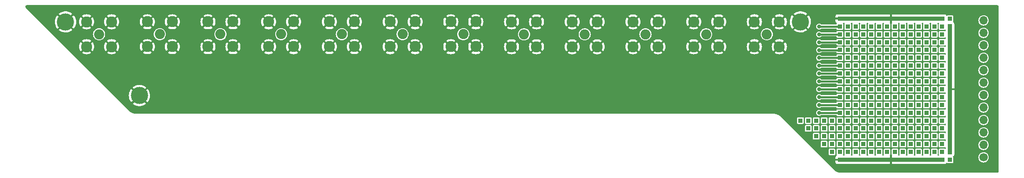
<source format=gbr>
%TF.GenerationSoftware,KiCad,Pcbnew,6.0.11+dfsg-1*%
%TF.CreationDate,2025-11-09T18:03:23+01:00*%
%TF.ProjectId,UNBProbeBase,554e4250-726f-4626-9542-6173652e6b69,0.2*%
%TF.SameCoordinates,Original*%
%TF.FileFunction,Copper,L1,Top*%
%TF.FilePolarity,Positive*%
%FSLAX46Y46*%
G04 Gerber Fmt 4.6, Leading zero omitted, Abs format (unit mm)*
G04 Created by KiCad (PCBNEW 6.0.11+dfsg-1) date 2025-11-09 18:03:23*
%MOMM*%
%LPD*%
G01*
G04 APERTURE LIST*
%TA.AperFunction,ComponentPad*%
%ADD10C,2.050000*%
%TD*%
%TA.AperFunction,ComponentPad*%
%ADD11C,2.250000*%
%TD*%
%TA.AperFunction,SMDPad,CuDef*%
%ADD12R,0.950000X0.950000*%
%TD*%
%TA.AperFunction,SMDPad,CuDef*%
%ADD13R,21.750000X0.950000*%
%TD*%
%TA.AperFunction,SMDPad,CuDef*%
%ADD14R,0.950000X26.550000*%
%TD*%
%TA.AperFunction,ComponentPad*%
%ADD15C,1.700000*%
%TD*%
%TA.AperFunction,ComponentPad*%
%ADD16O,1.700000X1.700000*%
%TD*%
%TA.AperFunction,ComponentPad*%
%ADD17R,1.700000X1.700000*%
%TD*%
%TA.AperFunction,ComponentPad*%
%ADD18C,3.500000*%
%TD*%
%TA.AperFunction,ViaPad*%
%ADD19C,0.800000*%
%TD*%
%TA.AperFunction,Conductor*%
%ADD20C,0.400000*%
%TD*%
G04 APERTURE END LIST*
D10*
%TO.P,P2,1*%
%TO.N,P2*%
X76048000Y-88416000D03*
D11*
%TO.P,P2,2*%
%TO.N,GND*%
X73508000Y-90956000D03*
X78588000Y-85876000D03*
X73508000Y-85876000D03*
X78588000Y-90956000D03*
%TD*%
D10*
%TO.P,P4,1*%
%TO.N,P4*%
X100727000Y-88421000D03*
D11*
%TO.P,P4,2*%
%TO.N,GND*%
X98187000Y-85881000D03*
X103267000Y-85881000D03*
X103267000Y-90961000D03*
X98187000Y-90961000D03*
%TD*%
D10*
%TO.P,P5,1*%
%TO.N,P5*%
X113069000Y-88417000D03*
D11*
%TO.P,P5,2*%
%TO.N,GND*%
X110529000Y-90957000D03*
X110529000Y-85877000D03*
X115609000Y-90957000D03*
X115609000Y-85877000D03*
%TD*%
D10*
%TO.P,P6,1*%
%TO.N,P6*%
X125418000Y-88422000D03*
D11*
%TO.P,P6,2*%
%TO.N,GND*%
X127958000Y-85882000D03*
X122878000Y-85882000D03*
X122878000Y-90962000D03*
X127958000Y-90962000D03*
%TD*%
D10*
%TO.P,P7,1*%
%TO.N,P7*%
X137762000Y-88420000D03*
D11*
%TO.P,P7,2*%
%TO.N,GND*%
X140302000Y-90960000D03*
X140302000Y-85880000D03*
X135222000Y-85880000D03*
X135222000Y-90960000D03*
%TD*%
D10*
%TO.P,P8,1*%
%TO.N,P8*%
X150105000Y-88433000D03*
D11*
%TO.P,P8,2*%
%TO.N,GND*%
X152645000Y-90973000D03*
X152645000Y-85893000D03*
X147565000Y-90973000D03*
X147565000Y-85893000D03*
%TD*%
D10*
%TO.P,P9,1*%
%TO.N,P9*%
X162444000Y-88437000D03*
D11*
%TO.P,P9,2*%
%TO.N,GND*%
X159904000Y-85897000D03*
X164984000Y-90977000D03*
X164984000Y-85897000D03*
X159904000Y-90977000D03*
%TD*%
D10*
%TO.P,P10,1*%
%TO.N,P10*%
X174796000Y-88435000D03*
D11*
%TO.P,P10,2*%
%TO.N,GND*%
X177336000Y-90975000D03*
X177336000Y-85895000D03*
X172256000Y-90975000D03*
X172256000Y-85895000D03*
%TD*%
D10*
%TO.P,P12,1*%
%TO.N,P12*%
X199474000Y-88425000D03*
D11*
%TO.P,P12,2*%
%TO.N,GND*%
X196934000Y-85885000D03*
X196934000Y-90965000D03*
X202014000Y-90965000D03*
X202014000Y-85885000D03*
%TD*%
D10*
%TO.P,P1,1*%
%TO.N,P1*%
X63710000Y-88428000D03*
D11*
%TO.P,P1,2*%
%TO.N,GND*%
X66250000Y-85888000D03*
X61170000Y-90968000D03*
X61170000Y-85888000D03*
X66250000Y-90968000D03*
%TD*%
D10*
%TO.P,P3,1*%
%TO.N,P3*%
X88386000Y-88418000D03*
D11*
%TO.P,P3,2*%
%TO.N,GND*%
X90926000Y-90958000D03*
X85846000Y-85878000D03*
X85846000Y-90958000D03*
X90926000Y-85878000D03*
%TD*%
D10*
%TO.P,P11,1*%
%TO.N,P11*%
X187131000Y-88429000D03*
D11*
%TO.P,P11,2*%
%TO.N,GND*%
X189671000Y-90969000D03*
X189671000Y-85889000D03*
X184591000Y-85889000D03*
X184591000Y-90969000D03*
%TD*%
D12*
%TO.P,PG1,*%
%TO.N,*%
X228714000Y-94836000D03*
X228714000Y-107636000D03*
X225514000Y-91636000D03*
X222314000Y-98036000D03*
X217514000Y-109236000D03*
X223914000Y-86836000D03*
X217514000Y-93236000D03*
X233514000Y-91636000D03*
X211114000Y-110836000D03*
X225514000Y-112436000D03*
X219114000Y-91636000D03*
X228714000Y-93236000D03*
X215914000Y-101236000D03*
X231914000Y-93236000D03*
X220714000Y-109236000D03*
X217514000Y-99636000D03*
X227114000Y-109236000D03*
X230314000Y-101236000D03*
X225514000Y-101236000D03*
X225514000Y-88436000D03*
X220714000Y-112436000D03*
X222314000Y-102836000D03*
X215914000Y-91636000D03*
X223914000Y-93236000D03*
X225514000Y-102836000D03*
X231914000Y-112436000D03*
X231914000Y-109236000D03*
X231914000Y-91636000D03*
X233514000Y-96436000D03*
X217514000Y-104436000D03*
X222314000Y-112436000D03*
X230314000Y-98036000D03*
X230314000Y-90036000D03*
X214314000Y-109236000D03*
X230314000Y-94836000D03*
X223914000Y-106036000D03*
X219114000Y-110836000D03*
X220714000Y-102836000D03*
X231914000Y-99636000D03*
X223914000Y-104436000D03*
X222314000Y-86836000D03*
X231914000Y-110836000D03*
X212714000Y-110836000D03*
X215914000Y-90036000D03*
X212714000Y-107636000D03*
X230314000Y-106036000D03*
X230314000Y-110836000D03*
X233514000Y-93236000D03*
X215914000Y-104436000D03*
X217514000Y-102836000D03*
X230314000Y-99636000D03*
X227114000Y-88436000D03*
X220714000Y-86836000D03*
X235114000Y-86836000D03*
X233514000Y-106036000D03*
X228714000Y-90036000D03*
X230314000Y-104436000D03*
X230314000Y-88436000D03*
X225514000Y-110836000D03*
X235114000Y-106036000D03*
X217514000Y-110836000D03*
X217514000Y-90036000D03*
X231914000Y-101236000D03*
X219114000Y-93236000D03*
X231914000Y-104436000D03*
X225514000Y-99636000D03*
X225514000Y-104436000D03*
X233514000Y-90036000D03*
X228714000Y-109236000D03*
X228714000Y-88436000D03*
X227114000Y-90036000D03*
X220714000Y-90036000D03*
X211114000Y-107636000D03*
X233514000Y-109236000D03*
X212714000Y-106036000D03*
X215914000Y-109236000D03*
X233514000Y-88436000D03*
X225514000Y-98036000D03*
X227114000Y-91636000D03*
X220714000Y-91636000D03*
X228714000Y-91636000D03*
X233514000Y-107636000D03*
X235114000Y-104436000D03*
X235114000Y-96436000D03*
X235114000Y-88436000D03*
X225514000Y-96436000D03*
X214314000Y-106036000D03*
X235114000Y-91636000D03*
X214314000Y-107636000D03*
X231914000Y-94836000D03*
X231914000Y-86836000D03*
X217514000Y-88436000D03*
X223914000Y-98036000D03*
X222314000Y-106036000D03*
X231914000Y-107636000D03*
X219114000Y-98036000D03*
X223914000Y-96436000D03*
X209514000Y-106036000D03*
X223914000Y-112436000D03*
X235114000Y-93236000D03*
X235114000Y-99636000D03*
X225514000Y-94836000D03*
X215914000Y-93236000D03*
X231914000Y-102836000D03*
X219114000Y-90036000D03*
X223914000Y-88436000D03*
X227114000Y-96436000D03*
X228714000Y-106036000D03*
X223914000Y-90036000D03*
X233514000Y-102836000D03*
X227114000Y-104436000D03*
X222314000Y-110836000D03*
X227114000Y-112436000D03*
X223914000Y-109236000D03*
X227114000Y-106036000D03*
X231914000Y-88436000D03*
X223914000Y-101236000D03*
X219114000Y-101236000D03*
X219114000Y-94836000D03*
X235114000Y-94836000D03*
X219114000Y-106036000D03*
X219114000Y-102836000D03*
X215914000Y-102836000D03*
X217514000Y-94836000D03*
X217514000Y-96436000D03*
X235114000Y-90036000D03*
X219114000Y-112436000D03*
X220714000Y-104436000D03*
X231914000Y-106036000D03*
X228714000Y-86836000D03*
X225514000Y-93236000D03*
X217514000Y-91636000D03*
X228714000Y-112436000D03*
X223914000Y-107636000D03*
X231914000Y-98036000D03*
X209514000Y-109236000D03*
X222314000Y-90036000D03*
X235114000Y-109236000D03*
X219114000Y-107636000D03*
X230314000Y-96436000D03*
X211114000Y-109236000D03*
X220714000Y-106036000D03*
X220714000Y-93236000D03*
X227114000Y-110836000D03*
X209514000Y-107636000D03*
X223914000Y-94836000D03*
X231914000Y-90036000D03*
X215914000Y-88436000D03*
X235114000Y-102836000D03*
X233514000Y-86836000D03*
X236714000Y-114036000D03*
X215914000Y-110836000D03*
X222314000Y-101236000D03*
X223914000Y-102836000D03*
X233514000Y-112436000D03*
X227114000Y-98036000D03*
X222314000Y-91636000D03*
X236714000Y-85236000D03*
X231914000Y-96436000D03*
X219114000Y-96436000D03*
X230314000Y-109236000D03*
X227114000Y-99636000D03*
X212714000Y-109236000D03*
X230314000Y-91636000D03*
X219114000Y-86836000D03*
X222314000Y-96436000D03*
X230314000Y-93236000D03*
X233514000Y-101236000D03*
X217514000Y-112436000D03*
X211114000Y-106036000D03*
X219114000Y-88436000D03*
X235114000Y-107636000D03*
X223914000Y-99636000D03*
X222314000Y-94836000D03*
X215914000Y-107636000D03*
X228714000Y-110836000D03*
X233514000Y-104436000D03*
X235114000Y-112436000D03*
X228714000Y-104436000D03*
X212714000Y-112436000D03*
X217514000Y-98036000D03*
X230314000Y-112436000D03*
X206314000Y-106036000D03*
X215914000Y-106036000D03*
X235114000Y-101236000D03*
X233514000Y-94836000D03*
X220714000Y-94836000D03*
X230314000Y-107636000D03*
X235114000Y-110836000D03*
X215914000Y-96436000D03*
X217514000Y-106036000D03*
X228714000Y-96436000D03*
X233514000Y-98036000D03*
X219114000Y-109236000D03*
X214314000Y-112436000D03*
X215914000Y-86836000D03*
X220714000Y-98036000D03*
X227114000Y-86836000D03*
X207914000Y-106036000D03*
X227114000Y-94836000D03*
X225514000Y-86836000D03*
X220714000Y-107636000D03*
X225514000Y-109236000D03*
X228714000Y-102836000D03*
X220714000Y-96436000D03*
X228714000Y-99636000D03*
X222314000Y-104436000D03*
X230314000Y-86836000D03*
X227114000Y-102836000D03*
X228714000Y-98036000D03*
X217514000Y-107636000D03*
X215914000Y-99636000D03*
X220714000Y-88436000D03*
X219114000Y-104436000D03*
X227114000Y-101236000D03*
X220714000Y-99636000D03*
X225514000Y-90036000D03*
X215914000Y-98036000D03*
X223914000Y-91636000D03*
X219114000Y-99636000D03*
X222314000Y-107636000D03*
X233514000Y-99636000D03*
X222314000Y-109236000D03*
X235114000Y-98036000D03*
X230314000Y-102836000D03*
X227114000Y-93236000D03*
X223914000Y-110836000D03*
X222314000Y-99636000D03*
X217514000Y-101236000D03*
X220714000Y-101236000D03*
X222314000Y-88436000D03*
X215914000Y-94836000D03*
X222314000Y-93236000D03*
X233514000Y-110836000D03*
X227114000Y-107636000D03*
X228714000Y-101236000D03*
X215914000Y-112436000D03*
X220714000Y-110836000D03*
X217514000Y-86836000D03*
X207914000Y-107636000D03*
X225514000Y-107636000D03*
X214314000Y-110836000D03*
X225514000Y-106036000D03*
%TO.P,PG1,1*%
%TO.N,P1*%
X214314000Y-104436000D03*
%TO.P,PG1,2*%
%TO.N,P2*%
X214314000Y-102836000D03*
%TO.P,PG1,3*%
%TO.N,P3*%
X214314000Y-101236000D03*
%TO.P,PG1,4*%
%TO.N,P4*%
X214314000Y-99636000D03*
%TO.P,PG1,5*%
%TO.N,P5*%
X214314000Y-98036000D03*
%TO.P,PG1,6*%
%TO.N,P6*%
X214314000Y-96436000D03*
%TO.P,PG1,7*%
%TO.N,P7*%
X214314000Y-94836000D03*
%TO.P,PG1,8*%
%TO.N,P8*%
X214314000Y-93236000D03*
%TO.P,PG1,9*%
%TO.N,P9*%
X214314000Y-91636000D03*
%TO.P,PG1,10*%
%TO.N,P10*%
X214314000Y-90036000D03*
%TO.P,PG1,11*%
%TO.N,P11*%
X214314000Y-88436000D03*
%TO.P,PG1,12*%
%TO.N,P12*%
X214314000Y-86836000D03*
D13*
%TO.P,PG1,13*%
%TO.N,GND*%
X224714000Y-85236000D03*
X224714000Y-114036000D03*
D14*
X236714000Y-99636000D03*
%TD*%
D15*
%TO.P,J13,1*%
%TO.N,P1*%
X243536000Y-113543000D03*
D16*
%TO.P,J13,2*%
%TO.N,P2*%
X243536000Y-111003000D03*
%TO.P,J13,3*%
%TO.N,P3*%
X243536000Y-108463000D03*
%TO.P,J13,4*%
%TO.N,P4*%
X243536000Y-105923000D03*
%TO.P,J13,5*%
%TO.N,P5*%
X243536000Y-103383000D03*
%TO.P,J13,6*%
%TO.N,P6*%
X243536000Y-100843000D03*
%TO.P,J13,7*%
%TO.N,P7*%
X243536000Y-98303000D03*
%TO.P,J13,8*%
%TO.N,P8*%
X243536000Y-95763000D03*
%TO.P,J13,9*%
%TO.N,P9*%
X243536000Y-93223000D03*
%TO.P,J13,10*%
%TO.N,P10*%
X243536000Y-90683000D03*
%TO.P,J13,11*%
%TO.N,P11*%
X243536000Y-88143000D03*
%TO.P,J13,12*%
%TO.N,P12*%
X243536000Y-85603000D03*
%TD*%
D17*
%TO.P,REF\u002A\u002A,17*%
%TO.N,GND*%
X240858301Y-113543000D03*
%TD*%
D18*
%TO.P,REF\u002A\u002A,14*%
%TO.N,GND*%
X56887000Y-85896000D03*
%TD*%
%TO.P,REF\u002A\u002A,15*%
%TO.N,GND*%
X206293000Y-85896000D03*
%TD*%
%TO.P,REF\u002A\u002A,16*%
%TO.N,GND*%
X71911000Y-100938000D03*
%TD*%
D19*
%TO.N,P1*%
X210091000Y-104459000D03*
%TO.N,P2*%
X210091000Y-102857540D03*
%TO.N,P3*%
X210104736Y-101242350D03*
%TO.N,P4*%
X210104509Y-99641123D03*
%TO.N,P5*%
X210108282Y-98035896D03*
%TO.N,P6*%
X210102555Y-96440169D03*
%TO.N,P7*%
X210109328Y-94831942D03*
%TO.N,P8*%
X210091000Y-93248816D03*
%TO.N,P9*%
X210091000Y-91647362D03*
%TO.N,P10*%
X210091000Y-90045908D03*
%TO.N,P11*%
X210091000Y-88444454D03*
%TO.N,P12*%
X210117000Y-86853000D03*
%TO.N,GND*%
X125526178Y-98288000D03*
X126537328Y-100281000D03*
X125523672Y-102286000D03*
X127525905Y-98288000D03*
X128537911Y-100281000D03*
X127523704Y-102286000D03*
X129525632Y-98288000D03*
X129523736Y-102286000D03*
X130538494Y-100281000D03*
X131525359Y-98278000D03*
X131523768Y-102286000D03*
X132539077Y-100281000D03*
X133523800Y-102286000D03*
X133525086Y-98288000D03*
X134539660Y-100281000D03*
X136540243Y-100281000D03*
X135523832Y-102286000D03*
X135524813Y-98288000D03*
X137523864Y-102286000D03*
X138540826Y-100281000D03*
X137524540Y-98288000D03*
X139524267Y-98288000D03*
X139523896Y-102286000D03*
X140541409Y-100281000D03*
X136526913Y-96273000D03*
X126526498Y-96273000D03*
X134526830Y-96273000D03*
X130526664Y-96273000D03*
X124526415Y-96273000D03*
X128526581Y-96273000D03*
X122526332Y-96273000D03*
X132526747Y-96273000D03*
X138527000Y-96273000D03*
X120526249Y-96273000D03*
X114526000Y-96273000D03*
X116526083Y-96273000D03*
X118526166Y-96273000D03*
X105536257Y-98283000D03*
X111531028Y-98283000D03*
X119526997Y-98288000D03*
X107534514Y-98283000D03*
X109532771Y-98283000D03*
X113529285Y-98283000D03*
X115527543Y-98283000D03*
X121526724Y-98288000D03*
X117527270Y-98288000D03*
X122536162Y-100281000D03*
X116534413Y-100281000D03*
X106532799Y-100278000D03*
X112533570Y-100278000D03*
X110533313Y-100278000D03*
X108533056Y-100278000D03*
X118534996Y-100281000D03*
X120535579Y-100281000D03*
X114533830Y-100278000D03*
X143523960Y-102286000D03*
X145524000Y-102286000D03*
X141523928Y-102286000D03*
X142542000Y-100281000D03*
X117523544Y-102286000D03*
X105523352Y-102286000D03*
X107523384Y-102286000D03*
X103523320Y-102286000D03*
X121523608Y-102286000D03*
X111523448Y-102286000D03*
X113523480Y-102286000D03*
X101523288Y-102286000D03*
X109523416Y-102286000D03*
X99523256Y-102286000D03*
X115523512Y-102286000D03*
X119523576Y-102286000D03*
X85523032Y-102286000D03*
X95523192Y-102286000D03*
X91523128Y-102286000D03*
X87523064Y-102286000D03*
X97523224Y-102286000D03*
X93523160Y-102286000D03*
X89523096Y-102286000D03*
X83523000Y-102286000D03*
X100532028Y-100278000D03*
X102532285Y-100278000D03*
X98531771Y-100278000D03*
X96531514Y-100278000D03*
X104532542Y-100278000D03*
X94531257Y-100278000D03*
X147532500Y-96273000D03*
X151538000Y-96273000D03*
X143527000Y-96273000D03*
X145529750Y-96273000D03*
X149535250Y-96273000D03*
X152540250Y-98288000D03*
X146541000Y-98288000D03*
X148540750Y-98288000D03*
X154540000Y-98288000D03*
X150540500Y-98288000D03*
X153539250Y-100281000D03*
X151539500Y-100281000D03*
X147540000Y-100281000D03*
X149539750Y-100281000D03*
X155539000Y-100281000D03*
X152541678Y-102286000D03*
X154541356Y-102286000D03*
X156541034Y-102286000D03*
X158540712Y-102286000D03*
X150542000Y-102286000D03*
X155539000Y-96273000D03*
X157533750Y-96273000D03*
X163518000Y-96273000D03*
X161523250Y-96273000D03*
X159528500Y-96273000D03*
X158541000Y-98288000D03*
X166528000Y-98288000D03*
X162534500Y-98288000D03*
X160537750Y-98288000D03*
X164531250Y-98288000D03*
X163518000Y-100281000D03*
X165528000Y-100281000D03*
X167532000Y-100281000D03*
X159530000Y-100281000D03*
X161520000Y-100281000D03*
X164539746Y-102286000D03*
X162540068Y-102286000D03*
X168539102Y-102286000D03*
X160540390Y-102286000D03*
X166539424Y-102286000D03*
X167532000Y-96273000D03*
X175531000Y-96273000D03*
X169531750Y-96273000D03*
X171531500Y-96273000D03*
X173531250Y-96273000D03*
X170533000Y-98288000D03*
X176531941Y-98288000D03*
X174532294Y-98288000D03*
X172532647Y-98288000D03*
X173521000Y-100281000D03*
X171523000Y-100281000D03*
X177535000Y-100281000D03*
X169533000Y-100281000D03*
X175531000Y-100281000D03*
X176537814Y-102286000D03*
X174538136Y-102286000D03*
X172538458Y-102286000D03*
X178537492Y-102286000D03*
X170538780Y-102286000D03*
X178535000Y-94270000D03*
X180536500Y-94270000D03*
X182538000Y-94270000D03*
X184539500Y-94270000D03*
X186541000Y-94270000D03*
X242503782Y-116006000D03*
X234370926Y-116006000D03*
X232337712Y-116006000D03*
X236404140Y-116006000D03*
X240470568Y-116006000D03*
X230304498Y-116006000D03*
X244537000Y-116006000D03*
X228271284Y-116006000D03*
X238437354Y-116006000D03*
X226238070Y-116006000D03*
X67498000Y-100708000D03*
X63188000Y-96374000D03*
X66063000Y-99255000D03*
X64628000Y-97835000D03*
X103037100Y-83148000D03*
X155902484Y-83148000D03*
X239267128Y-83148000D03*
X199534000Y-100281000D03*
X156535000Y-94270000D03*
X168525500Y-94270000D03*
X227067424Y-83148000D03*
X60322000Y-93511000D03*
X178531588Y-98288000D03*
X131409801Y-103981000D03*
X198528058Y-98288000D03*
X220967572Y-83148000D03*
X52205000Y-83148000D03*
X154540000Y-94270000D03*
X200541000Y-103981000D03*
X129469792Y-83148000D03*
X74478269Y-103981000D03*
X190529470Y-98288000D03*
X68471272Y-83148000D03*
X188341333Y-103981000D03*
X139636212Y-83148000D03*
X245987000Y-109120592D03*
X196528411Y-98288000D03*
X135476339Y-103981000D03*
X143609415Y-103981000D03*
X203879000Y-105782000D03*
X201532326Y-96273000D03*
X54238284Y-83148000D03*
X107103668Y-83148000D03*
X84737544Y-83148000D03*
X133536360Y-83148000D03*
X214867720Y-83148000D03*
X184536526Y-102286000D03*
X151835916Y-83148000D03*
X194534916Y-102286000D03*
X123523640Y-102286000D03*
X200634732Y-83148000D03*
X80670976Y-83148000D03*
X141524000Y-98288000D03*
X149802632Y-83148000D03*
X184530529Y-98288000D03*
X109043842Y-103981000D03*
X186530176Y-98288000D03*
X131503076Y-83148000D03*
X180531235Y-98288000D03*
X76604408Y-83148000D03*
X123369940Y-83148000D03*
X145642684Y-103981000D03*
X241300412Y-83148000D03*
X192535238Y-102286000D03*
X186308064Y-103981000D03*
X201527000Y-100281000D03*
X179525000Y-100281000D03*
X121336656Y-83148000D03*
X202532000Y-94270000D03*
X60338136Y-83148000D03*
X181528000Y-100281000D03*
X113203520Y-83148000D03*
X245987000Y-98953262D03*
X57447000Y-90630000D03*
X170041912Y-103981000D03*
X172520500Y-94270000D03*
X209620000Y-111509000D03*
X141669496Y-83148000D03*
X179525000Y-96273000D03*
X188435028Y-83148000D03*
X123526451Y-98288000D03*
X170135472Y-83148000D03*
X147675953Y-103981000D03*
X185530000Y-100281000D03*
X245987000Y-90819398D03*
X224204856Y-116006000D03*
X245987000Y-86752466D03*
X220138428Y-116006000D03*
X159875567Y-103981000D03*
X137602928Y-83148000D03*
X245987000Y-115221000D03*
X186536204Y-102286000D03*
X125309994Y-103981000D03*
X115236804Y-83148000D03*
X153869200Y-83148000D03*
X202389000Y-104399000D03*
X162002336Y-83148000D03*
X245987000Y-88785932D03*
X129520332Y-94270000D03*
X86677883Y-103981000D03*
X172168756Y-83148000D03*
X82611345Y-103981000D03*
X92870680Y-83148000D03*
X198534272Y-102286000D03*
X208180000Y-110083000D03*
X190535560Y-102286000D03*
X88804112Y-83148000D03*
X222171642Y-116006000D03*
X194441140Y-103981000D03*
X178174988Y-103981000D03*
X163942105Y-103981000D03*
X72445000Y-103981000D03*
X196534594Y-102286000D03*
X197530994Y-96273000D03*
X223000856Y-83148000D03*
X182241526Y-103981000D03*
X194529332Y-94270000D03*
X218105214Y-116006000D03*
X233167276Y-83148000D03*
X166528000Y-94270000D03*
X192528666Y-94270000D03*
X184368460Y-83148000D03*
X139542877Y-103981000D03*
X183526332Y-96273000D03*
X78544807Y-103981000D03*
X211070000Y-112969000D03*
X193531000Y-100281000D03*
X127343263Y-103981000D03*
X145736064Y-83148000D03*
X176235324Y-83148000D03*
X98970532Y-83148000D03*
X182530882Y-98288000D03*
X245367000Y-83148000D03*
X90837396Y-83148000D03*
X111170236Y-83148000D03*
X133521664Y-94270000D03*
X180208257Y-103981000D03*
X53129000Y-86331000D03*
X94903964Y-83148000D03*
X245987000Y-100986728D03*
X186401744Y-83148000D03*
X158530000Y-94270000D03*
X58304852Y-83148000D03*
X243333696Y-83148000D03*
X123276725Y-103981000D03*
X166068904Y-83148000D03*
X135522330Y-94270000D03*
X188529823Y-98288000D03*
X196568164Y-83148000D03*
X64404704Y-83148000D03*
X62371420Y-83148000D03*
X137509608Y-103981000D03*
X133443070Y-103981000D03*
X213987000Y-115833000D03*
X216072000Y-116006000D03*
X58887000Y-92091000D03*
X181525666Y-96273000D03*
X162520000Y-94270000D03*
X103538000Y-98283000D03*
X200533950Y-102286000D03*
X150542000Y-94270000D03*
X161908836Y-103981000D03*
X74571124Y-83148000D03*
X149709222Y-103981000D03*
X143702780Y-83148000D03*
X119303372Y-83148000D03*
X187530000Y-100281000D03*
X198530664Y-94270000D03*
X68946000Y-102158000D03*
X180301892Y-83148000D03*
X212834436Y-83148000D03*
X200531330Y-94270000D03*
X190468312Y-83148000D03*
X174518000Y-94270000D03*
X199531660Y-96273000D03*
X191529000Y-100281000D03*
X204527000Y-98288000D03*
X72537840Y-83148000D03*
X56271568Y-83148000D03*
X157935768Y-83148000D03*
X202668016Y-83148000D03*
X104977304Y-103981000D03*
X210801152Y-83148000D03*
X196529998Y-94270000D03*
X190374602Y-103981000D03*
X135569644Y-83148000D03*
X235200560Y-83148000D03*
X187527664Y-96273000D03*
X113110380Y-103981000D03*
X190528000Y-94270000D03*
X225034140Y-83148000D03*
X182335176Y-83148000D03*
X178268608Y-83148000D03*
X102944035Y-103981000D03*
X82704260Y-83148000D03*
X86770828Y-83148000D03*
X203531000Y-100281000D03*
X203533000Y-96273000D03*
X146542000Y-94270000D03*
X151742491Y-103981000D03*
X148542000Y-94270000D03*
X194534880Y-83148000D03*
X101003816Y-83148000D03*
X245987000Y-103020194D03*
X100910766Y-103981000D03*
X141576146Y-103981000D03*
X194528764Y-98288000D03*
X70504556Y-83148000D03*
X245987000Y-107087126D03*
X157842298Y-103981000D03*
X237233844Y-83148000D03*
X197534000Y-100281000D03*
X92531000Y-100278000D03*
X160525000Y-94270000D03*
X206734584Y-83148000D03*
X245987000Y-94886330D03*
X164035620Y-83148000D03*
X131520998Y-94270000D03*
X245987000Y-105053660D03*
X245987000Y-113187524D03*
X198507678Y-103981000D03*
X84644614Y-103981000D03*
X245987000Y-111154058D03*
X165975374Y-103981000D03*
X204533306Y-102286000D03*
X124536745Y-100281000D03*
X78637692Y-83148000D03*
X193529662Y-96273000D03*
X94810959Y-103981000D03*
X212503000Y-114411000D03*
X205528000Y-100281000D03*
X189528000Y-100281000D03*
X231133992Y-83148000D03*
X188535882Y-102286000D03*
X185526998Y-96273000D03*
X245987000Y-92852864D03*
X200527705Y-98288000D03*
X159969052Y-83148000D03*
X127436508Y-83148000D03*
X245987000Y-96919796D03*
X155809029Y-103981000D03*
X105070384Y-83148000D03*
X96937248Y-83148000D03*
X229100708Y-83148000D03*
X245987000Y-84719000D03*
X54564000Y-87751000D03*
X125519000Y-94270000D03*
X172075181Y-103981000D03*
X76511538Y-103981000D03*
X117270088Y-83148000D03*
X195529000Y-100281000D03*
X192407871Y-103981000D03*
X183527000Y-100281000D03*
X195530328Y-96273000D03*
X119210187Y-103981000D03*
X206746000Y-108640000D03*
X174202040Y-83148000D03*
X170523000Y-94270000D03*
X121243456Y-103981000D03*
X206533000Y-102286000D03*
X208767868Y-83148000D03*
X202533628Y-102286000D03*
X189528330Y-96273000D03*
X205310000Y-107209000D03*
X168008643Y-103981000D03*
X168102188Y-83148000D03*
X218934288Y-83148000D03*
X176141719Y-103981000D03*
X184274795Y-103981000D03*
X96844228Y-103981000D03*
X144542000Y-94270000D03*
X115143649Y-103981000D03*
X191528996Y-96273000D03*
X107010573Y-103981000D03*
X117176918Y-103981000D03*
X147769348Y-83148000D03*
X55999000Y-89204000D03*
X125403224Y-83148000D03*
X70419000Y-103627000D03*
X192501596Y-83148000D03*
X98877497Y-103981000D03*
X50379000Y-83246000D03*
X61757000Y-94964000D03*
X202527352Y-98288000D03*
X182536848Y-102286000D03*
X137523000Y-94270000D03*
X180537170Y-102286000D03*
X127519666Y-94270000D03*
X174108450Y-103981000D03*
X109136952Y-83148000D03*
X142542000Y-94270000D03*
X51689000Y-84870000D03*
X192529117Y-98288000D03*
X216901004Y-83148000D03*
X153775760Y-103981000D03*
X88711152Y-103981000D03*
X129376532Y-103981000D03*
X90744421Y-103981000D03*
X92777690Y-103981000D03*
X111077111Y-103981000D03*
X204701300Y-83148000D03*
X198601448Y-83148000D03*
X66437988Y-83148000D03*
X80578076Y-103981000D03*
X196474409Y-103981000D03*
%TD*%
D20*
%TO.N,P1*%
X210091000Y-104459000D02*
X214278000Y-104459000D01*
%TO.N,P2*%
X210091000Y-102857540D02*
X214237540Y-102857540D01*
%TO.N,P3*%
X210118472Y-101256086D02*
X210104736Y-101242350D01*
X214311914Y-101256086D02*
X210118472Y-101256086D01*
%TO.N,P4*%
X214331632Y-99654632D02*
X210118018Y-99654632D01*
X210118018Y-99654632D02*
X210104509Y-99641123D01*
%TO.N,P5*%
X214309178Y-98053178D02*
X210125564Y-98053178D01*
X210125564Y-98053178D02*
X210108282Y-98035896D01*
%TO.N,P6*%
X214297724Y-96451724D02*
X210114110Y-96451724D01*
X210114110Y-96451724D02*
X210102555Y-96440169D01*
%TO.N,P7*%
X210127656Y-94850270D02*
X210109328Y-94831942D01*
X214279730Y-94850270D02*
X210127656Y-94850270D01*
%TO.N,P8*%
X210091000Y-93248816D02*
X214332816Y-93248816D01*
%TO.N,P9*%
X210091000Y-91647362D02*
X214303638Y-91647362D01*
%TO.N,P10*%
X210091000Y-90045908D02*
X214329908Y-90045908D01*
%TO.N,P11*%
X210091000Y-88444454D02*
X214304546Y-88444454D01*
%TO.N,P12*%
X210117000Y-86853000D02*
X214327000Y-86853000D01*
%TD*%
%TA.AperFunction,Conductor*%
%TO.N,GND*%
G36*
X246304271Y-82494431D02*
G01*
X246307395Y-82494508D01*
X246319201Y-82494798D01*
X246324020Y-82495034D01*
X246335230Y-82495860D01*
X246340066Y-82496337D01*
X246351229Y-82497715D01*
X246356018Y-82498425D01*
X246367089Y-82500346D01*
X246371845Y-82501292D01*
X246382819Y-82503757D01*
X246387529Y-82504937D01*
X246398372Y-82507938D01*
X246403017Y-82509347D01*
X246413643Y-82512857D01*
X246418218Y-82514494D01*
X246428713Y-82518542D01*
X246433213Y-82520406D01*
X246443473Y-82524955D01*
X246447856Y-82527028D01*
X246457889Y-82532078D01*
X246462175Y-82534369D01*
X246471953Y-82539908D01*
X246476118Y-82542404D01*
X246485613Y-82548416D01*
X246489658Y-82551119D01*
X246498833Y-82557581D01*
X246502712Y-82560458D01*
X246511597Y-82567391D01*
X246515338Y-82570461D01*
X246523870Y-82577822D01*
X246527424Y-82581043D01*
X246535589Y-82588816D01*
X246539005Y-82592232D01*
X246546771Y-82600389D01*
X246550029Y-82603984D01*
X246557369Y-82612494D01*
X246560439Y-82616235D01*
X246567368Y-82625113D01*
X246570234Y-82628976D01*
X246573461Y-82633558D01*
X246576724Y-82638192D01*
X246579416Y-82642222D01*
X246585424Y-82651709D01*
X246587924Y-82655880D01*
X246593442Y-82665621D01*
X246595733Y-82669908D01*
X246600801Y-82679977D01*
X246602878Y-82684368D01*
X246607425Y-82694626D01*
X246609284Y-82699113D01*
X246613326Y-82709591D01*
X246614963Y-82714167D01*
X246618486Y-82724831D01*
X246619897Y-82729482D01*
X246622892Y-82740305D01*
X246624072Y-82745015D01*
X246626534Y-82755977D01*
X246627482Y-82760742D01*
X246628437Y-82766243D01*
X246629400Y-82771796D01*
X246630112Y-82776600D01*
X246631488Y-82787755D01*
X246631964Y-82792585D01*
X246632424Y-82798822D01*
X246632793Y-82803819D01*
X246633031Y-82808671D01*
X246633396Y-82823536D01*
X246633426Y-82825966D01*
X246633426Y-116363182D01*
X246633396Y-116365615D01*
X246633030Y-116380506D01*
X246632791Y-116385360D01*
X246631961Y-116396605D01*
X246631486Y-116401432D01*
X246630116Y-116412544D01*
X246629404Y-116417346D01*
X246627483Y-116428423D01*
X246626539Y-116433169D01*
X246624071Y-116444161D01*
X246622893Y-116448861D01*
X246619901Y-116459675D01*
X246618488Y-116464334D01*
X246614963Y-116475003D01*
X246613326Y-116479578D01*
X246609286Y-116490050D01*
X246607428Y-116494535D01*
X246602874Y-116504809D01*
X246600797Y-116509201D01*
X246595742Y-116519244D01*
X246593456Y-116523521D01*
X246587922Y-116533290D01*
X246585427Y-116537453D01*
X246579401Y-116546970D01*
X246576723Y-116550979D01*
X246570231Y-116560197D01*
X246567355Y-116564073D01*
X246560434Y-116572940D01*
X246557358Y-116576688D01*
X246550034Y-116585179D01*
X246546768Y-116588783D01*
X246539011Y-116596930D01*
X246535584Y-116600357D01*
X246527454Y-116608099D01*
X246523871Y-116611347D01*
X246515349Y-116618698D01*
X246511613Y-116621764D01*
X246502727Y-116628699D01*
X246498846Y-116631577D01*
X246489632Y-116638067D01*
X246485590Y-116640767D01*
X246476119Y-116646765D01*
X246471965Y-116649255D01*
X246462157Y-116654811D01*
X246457913Y-116657079D01*
X246449097Y-116661517D01*
X246447873Y-116662133D01*
X246443484Y-116664209D01*
X246438256Y-116666527D01*
X246433191Y-116668771D01*
X246428708Y-116670628D01*
X246418221Y-116674673D01*
X246413654Y-116676307D01*
X246408076Y-116678150D01*
X246403000Y-116679827D01*
X246398372Y-116681232D01*
X246387519Y-116684235D01*
X246382824Y-116685411D01*
X246376649Y-116686798D01*
X246371854Y-116687875D01*
X246367097Y-116688821D01*
X246356003Y-116690746D01*
X246351221Y-116691455D01*
X246340057Y-116692832D01*
X246335257Y-116693305D01*
X246328601Y-116693796D01*
X246324007Y-116694135D01*
X246319152Y-116694373D01*
X246304303Y-116694737D01*
X246301877Y-116694767D01*
X214573680Y-116694767D01*
X214571254Y-116694737D01*
X214478662Y-116692467D01*
X214473815Y-116692229D01*
X214421590Y-116688382D01*
X214385129Y-116685696D01*
X214380332Y-116685224D01*
X214292062Y-116674350D01*
X214287274Y-116673641D01*
X214227185Y-116663228D01*
X214199649Y-116658456D01*
X214194891Y-116657511D01*
X214108106Y-116638049D01*
X214103398Y-116636871D01*
X214043376Y-116620283D01*
X214017698Y-116613187D01*
X214013084Y-116611789D01*
X213936083Y-116586386D01*
X213928613Y-116583922D01*
X213924043Y-116582289D01*
X213841052Y-116550320D01*
X213836569Y-116548465D01*
X213755238Y-116512466D01*
X213750871Y-116510404D01*
X213685036Y-116477314D01*
X213671434Y-116470477D01*
X213667154Y-116468193D01*
X213589717Y-116424393D01*
X213585553Y-116421901D01*
X213510374Y-116374370D01*
X213506384Y-116371708D01*
X213433631Y-116320554D01*
X213429730Y-116317666D01*
X213359570Y-116263006D01*
X213355817Y-116259931D01*
X213288424Y-116201904D01*
X213284824Y-116198647D01*
X213217701Y-116134862D01*
X213215963Y-116133170D01*
X211990751Y-114910389D01*
X211618208Y-114538585D01*
X213439001Y-114538585D01*
X213439611Y-114546329D01*
X213452616Y-114628449D01*
X213457373Y-114643091D01*
X213507823Y-114742106D01*
X213516865Y-114754551D01*
X213595449Y-114833135D01*
X213607894Y-114842177D01*
X213706912Y-114892629D01*
X213721547Y-114897384D01*
X213803673Y-114910391D01*
X213811412Y-114911000D01*
X224498320Y-114911000D01*
X224511005Y-114906878D01*
X224514000Y-114902757D01*
X224514000Y-114251680D01*
X224509878Y-114238995D01*
X224505757Y-114236000D01*
X213454681Y-114236000D01*
X213441996Y-114240122D01*
X213439001Y-114244243D01*
X213439001Y-114538585D01*
X211618208Y-114538585D01*
X210898515Y-113820320D01*
X213439000Y-113820320D01*
X213443122Y-113833005D01*
X213447243Y-113836000D01*
X224498320Y-113836000D01*
X224511005Y-113831878D01*
X224514000Y-113827757D01*
X224514000Y-113176680D01*
X224507177Y-113155680D01*
X224507178Y-113094495D01*
X224529301Y-113058392D01*
X224533552Y-113055552D01*
X224577867Y-112989231D01*
X224589500Y-112930748D01*
X224838500Y-112930748D01*
X224850133Y-112989231D01*
X224894448Y-113055552D01*
X224896906Y-113057194D01*
X224922735Y-113107888D01*
X224916738Y-113145752D01*
X224917626Y-113145893D01*
X224914000Y-113168789D01*
X224914000Y-114895319D01*
X224918122Y-114908004D01*
X224922243Y-114910999D01*
X235616585Y-114910999D01*
X235624329Y-114910389D01*
X235706449Y-114897384D01*
X235721091Y-114892627D01*
X235820106Y-114842177D01*
X235832551Y-114833135D01*
X235911135Y-114754551D01*
X235920177Y-114742106D01*
X235947262Y-114688948D01*
X235990527Y-114645683D01*
X236050959Y-114636112D01*
X236093093Y-114657580D01*
X236094448Y-114655552D01*
X236160769Y-114699867D01*
X236170332Y-114701769D01*
X236170334Y-114701770D01*
X236193005Y-114706279D01*
X236219252Y-114711500D01*
X237208748Y-114711500D01*
X237234995Y-114706279D01*
X237257666Y-114701770D01*
X237257668Y-114701769D01*
X237267231Y-114699867D01*
X237333552Y-114655552D01*
X237377867Y-114589231D01*
X237381203Y-114572463D01*
X237388552Y-114535512D01*
X237389500Y-114530748D01*
X237389500Y-113541252D01*
X237386916Y-113528262D01*
X242480520Y-113528262D01*
X242497759Y-113733553D01*
X242499092Y-113738201D01*
X242499092Y-113738202D01*
X242524772Y-113827757D01*
X242554544Y-113931586D01*
X242648712Y-114114818D01*
X242776677Y-114276270D01*
X242780357Y-114279402D01*
X242780359Y-114279404D01*
X242893017Y-114375283D01*
X242933564Y-114409791D01*
X242937787Y-114412151D01*
X242937791Y-114412154D01*
X242977342Y-114434258D01*
X243113398Y-114510297D01*
X243117996Y-114511791D01*
X243304724Y-114572463D01*
X243304726Y-114572464D01*
X243309329Y-114573959D01*
X243513894Y-114598351D01*
X243518716Y-114597980D01*
X243518719Y-114597980D01*
X243586541Y-114592761D01*
X243719300Y-114582546D01*
X243917725Y-114527145D01*
X243922038Y-114524966D01*
X243922044Y-114524964D01*
X244097289Y-114436441D01*
X244097291Y-114436440D01*
X244101610Y-114434258D01*
X244136943Y-114406653D01*
X244260135Y-114310406D01*
X244260139Y-114310402D01*
X244263951Y-114307424D01*
X244398564Y-114151472D01*
X244417231Y-114118613D01*
X244497934Y-113976550D01*
X244497935Y-113976547D01*
X244500323Y-113972344D01*
X244513882Y-113931586D01*
X244563824Y-113781454D01*
X244563824Y-113781452D01*
X244565351Y-113776863D01*
X244591171Y-113572474D01*
X244591583Y-113543000D01*
X244589667Y-113523454D01*
X244571952Y-113342780D01*
X244571951Y-113342776D01*
X244571480Y-113337970D01*
X244565285Y-113317449D01*
X244513488Y-113145893D01*
X244511935Y-113140749D01*
X244415218Y-112958849D01*
X244285011Y-112799200D01*
X244126275Y-112667882D01*
X243945055Y-112569897D01*
X243881855Y-112550333D01*
X243752875Y-112510407D01*
X243752871Y-112510406D01*
X243748254Y-112508977D01*
X243743446Y-112508472D01*
X243743443Y-112508471D01*
X243548185Y-112487949D01*
X243548183Y-112487949D01*
X243543369Y-112487443D01*
X243483354Y-112492905D01*
X243343022Y-112505675D01*
X243343017Y-112505676D01*
X243338203Y-112506114D01*
X243140572Y-112564280D01*
X243136288Y-112566519D01*
X243136287Y-112566520D01*
X243125428Y-112572197D01*
X242958002Y-112659726D01*
X242954231Y-112662758D01*
X242801220Y-112785781D01*
X242801217Y-112785783D01*
X242797447Y-112788815D01*
X242794333Y-112792526D01*
X242794332Y-112792527D01*
X242678351Y-112930748D01*
X242665024Y-112946630D01*
X242662689Y-112950878D01*
X242662688Y-112950879D01*
X242655955Y-112963126D01*
X242565776Y-113127162D01*
X242564313Y-113131775D01*
X242564311Y-113131779D01*
X242530342Y-113238865D01*
X242503484Y-113323532D01*
X242502944Y-113328344D01*
X242502944Y-113328345D01*
X242498033Y-113372133D01*
X242480520Y-113528262D01*
X237386916Y-113528262D01*
X237377867Y-113482769D01*
X237333552Y-113416448D01*
X237335580Y-113415093D01*
X237314112Y-113372959D01*
X237323683Y-113312527D01*
X237366948Y-113269262D01*
X237420106Y-113242177D01*
X237432551Y-113233135D01*
X237511135Y-113154551D01*
X237520177Y-113142106D01*
X237570629Y-113043088D01*
X237575384Y-113028453D01*
X237588391Y-112946327D01*
X237589000Y-112938588D01*
X237589000Y-110988262D01*
X242480520Y-110988262D01*
X242497759Y-111193553D01*
X242554544Y-111391586D01*
X242648712Y-111574818D01*
X242776677Y-111736270D01*
X242780357Y-111739402D01*
X242780359Y-111739404D01*
X242864519Y-111811029D01*
X242933564Y-111869791D01*
X242937787Y-111872151D01*
X242937791Y-111872154D01*
X242977342Y-111894258D01*
X243113398Y-111970297D01*
X243117996Y-111971791D01*
X243304724Y-112032463D01*
X243304726Y-112032464D01*
X243309329Y-112033959D01*
X243513894Y-112058351D01*
X243518716Y-112057980D01*
X243518719Y-112057980D01*
X243586541Y-112052761D01*
X243719300Y-112042546D01*
X243917725Y-111987145D01*
X243922038Y-111984966D01*
X243922044Y-111984964D01*
X244097289Y-111896441D01*
X244097291Y-111896440D01*
X244101610Y-111894258D01*
X244105427Y-111891276D01*
X244260135Y-111770406D01*
X244260139Y-111770402D01*
X244263951Y-111767424D01*
X244269110Y-111761448D01*
X244323313Y-111698651D01*
X244398564Y-111611472D01*
X244417231Y-111578613D01*
X244497934Y-111436550D01*
X244497935Y-111436547D01*
X244500323Y-111432344D01*
X244511968Y-111397340D01*
X244563824Y-111241454D01*
X244563824Y-111241452D01*
X244565351Y-111236863D01*
X244591171Y-111032474D01*
X244591583Y-111003000D01*
X244571480Y-110797970D01*
X244511935Y-110600749D01*
X244415218Y-110418849D01*
X244285011Y-110259200D01*
X244233333Y-110216448D01*
X244130002Y-110130965D01*
X244130000Y-110130964D01*
X244126275Y-110127882D01*
X243945055Y-110029897D01*
X243881855Y-110010333D01*
X243752875Y-109970407D01*
X243752871Y-109970406D01*
X243748254Y-109968977D01*
X243743446Y-109968472D01*
X243743443Y-109968471D01*
X243548185Y-109947949D01*
X243548183Y-109947949D01*
X243543369Y-109947443D01*
X243483354Y-109952905D01*
X243343022Y-109965675D01*
X243343017Y-109965676D01*
X243338203Y-109966114D01*
X243140572Y-110024280D01*
X243136288Y-110026519D01*
X243136287Y-110026520D01*
X243125428Y-110032197D01*
X242958002Y-110119726D01*
X242954231Y-110122758D01*
X242801220Y-110245781D01*
X242801217Y-110245783D01*
X242797447Y-110248815D01*
X242794333Y-110252526D01*
X242794332Y-110252527D01*
X242785585Y-110262952D01*
X242665024Y-110406630D01*
X242662689Y-110410878D01*
X242662688Y-110410879D01*
X242655955Y-110423126D01*
X242565776Y-110587162D01*
X242503484Y-110783532D01*
X242502944Y-110788344D01*
X242502944Y-110788345D01*
X242501865Y-110797970D01*
X242480520Y-110988262D01*
X237589000Y-110988262D01*
X237589000Y-108448262D01*
X242480520Y-108448262D01*
X242497759Y-108653553D01*
X242499092Y-108658201D01*
X242499092Y-108658202D01*
X242506137Y-108682769D01*
X242554544Y-108851586D01*
X242648712Y-109034818D01*
X242776677Y-109196270D01*
X242780357Y-109199402D01*
X242780359Y-109199404D01*
X242893017Y-109295283D01*
X242933564Y-109329791D01*
X242937787Y-109332151D01*
X242937791Y-109332154D01*
X242977342Y-109354258D01*
X243113398Y-109430297D01*
X243117996Y-109431791D01*
X243304724Y-109492463D01*
X243304726Y-109492464D01*
X243309329Y-109493959D01*
X243513894Y-109518351D01*
X243518716Y-109517980D01*
X243518719Y-109517980D01*
X243586541Y-109512761D01*
X243719300Y-109502546D01*
X243917725Y-109447145D01*
X243922038Y-109444966D01*
X243922044Y-109444964D01*
X244097289Y-109356441D01*
X244097291Y-109356440D01*
X244101610Y-109354258D01*
X244136943Y-109326653D01*
X244260135Y-109230406D01*
X244260139Y-109230402D01*
X244263951Y-109227424D01*
X244398564Y-109071472D01*
X244417231Y-109038613D01*
X244497934Y-108896550D01*
X244497935Y-108896547D01*
X244500323Y-108892344D01*
X244513882Y-108851586D01*
X244563824Y-108701454D01*
X244563824Y-108701452D01*
X244565351Y-108696863D01*
X244567132Y-108682769D01*
X244590823Y-108495228D01*
X244591171Y-108492474D01*
X244591583Y-108463000D01*
X244574424Y-108287994D01*
X244571952Y-108262780D01*
X244571951Y-108262776D01*
X244571480Y-108257970D01*
X244568302Y-108247442D01*
X244513333Y-108065380D01*
X244511935Y-108060749D01*
X244415218Y-107878849D01*
X244285011Y-107719200D01*
X244126275Y-107587882D01*
X243945055Y-107489897D01*
X243881855Y-107470333D01*
X243752875Y-107430407D01*
X243752871Y-107430406D01*
X243748254Y-107428977D01*
X243743446Y-107428472D01*
X243743443Y-107428471D01*
X243548185Y-107407949D01*
X243548183Y-107407949D01*
X243543369Y-107407443D01*
X243483354Y-107412905D01*
X243343022Y-107425675D01*
X243343017Y-107425676D01*
X243338203Y-107426114D01*
X243140572Y-107484280D01*
X243136288Y-107486519D01*
X243136287Y-107486520D01*
X243125428Y-107492197D01*
X242958002Y-107579726D01*
X242954231Y-107582758D01*
X242801220Y-107705781D01*
X242801217Y-107705783D01*
X242797447Y-107708815D01*
X242794333Y-107712526D01*
X242794332Y-107712527D01*
X242785585Y-107722952D01*
X242665024Y-107866630D01*
X242662689Y-107870878D01*
X242662688Y-107870879D01*
X242655955Y-107883126D01*
X242565776Y-108047162D01*
X242503484Y-108243532D01*
X242502944Y-108248344D01*
X242502944Y-108248345D01*
X242489264Y-108370310D01*
X242480520Y-108448262D01*
X237589000Y-108448262D01*
X237589000Y-105908262D01*
X242480520Y-105908262D01*
X242497759Y-106113553D01*
X242554544Y-106311586D01*
X242648712Y-106494818D01*
X242776677Y-106656270D01*
X242780357Y-106659402D01*
X242780359Y-106659404D01*
X242819322Y-106692564D01*
X242933564Y-106789791D01*
X242937787Y-106792151D01*
X242937791Y-106792154D01*
X242977342Y-106814258D01*
X243113398Y-106890297D01*
X243117996Y-106891791D01*
X243304724Y-106952463D01*
X243304726Y-106952464D01*
X243309329Y-106953959D01*
X243513894Y-106978351D01*
X243518716Y-106977980D01*
X243518719Y-106977980D01*
X243586541Y-106972761D01*
X243719300Y-106962546D01*
X243917725Y-106907145D01*
X243922038Y-106904966D01*
X243922044Y-106904964D01*
X244097289Y-106816441D01*
X244097291Y-106816440D01*
X244101610Y-106814258D01*
X244136943Y-106786653D01*
X244260135Y-106690406D01*
X244260139Y-106690402D01*
X244263951Y-106687424D01*
X244286785Y-106660971D01*
X244356964Y-106579666D01*
X244398564Y-106531472D01*
X244417231Y-106498613D01*
X244497934Y-106356550D01*
X244497935Y-106356547D01*
X244500323Y-106352344D01*
X244513882Y-106311586D01*
X244563824Y-106161454D01*
X244563824Y-106161452D01*
X244565351Y-106156863D01*
X244591171Y-105952474D01*
X244591583Y-105923000D01*
X244571480Y-105717970D01*
X244511935Y-105520749D01*
X244415218Y-105338849D01*
X244285011Y-105179200D01*
X244257128Y-105156133D01*
X244130002Y-105050965D01*
X244130000Y-105050964D01*
X244126275Y-105047882D01*
X243983339Y-104970597D01*
X243949309Y-104952197D01*
X243949308Y-104952197D01*
X243945055Y-104949897D01*
X243853474Y-104921548D01*
X243752875Y-104890407D01*
X243752871Y-104890406D01*
X243748254Y-104888977D01*
X243743446Y-104888472D01*
X243743443Y-104888471D01*
X243548185Y-104867949D01*
X243548183Y-104867949D01*
X243543369Y-104867443D01*
X243483354Y-104872905D01*
X243343022Y-104885675D01*
X243343017Y-104885676D01*
X243338203Y-104886114D01*
X243140572Y-104944280D01*
X243136288Y-104946519D01*
X243136287Y-104946520D01*
X243085460Y-104973092D01*
X242958002Y-105039726D01*
X242952033Y-105044525D01*
X242801220Y-105165781D01*
X242801217Y-105165783D01*
X242797447Y-105168815D01*
X242794333Y-105172526D01*
X242794332Y-105172527D01*
X242671623Y-105318766D01*
X242665024Y-105326630D01*
X242662689Y-105330878D01*
X242662688Y-105330879D01*
X242655955Y-105343126D01*
X242565776Y-105507162D01*
X242564313Y-105511775D01*
X242564311Y-105511779D01*
X242554962Y-105541252D01*
X242503484Y-105703532D01*
X242502944Y-105708344D01*
X242502944Y-105708345D01*
X242501865Y-105717970D01*
X242480520Y-105908262D01*
X237589000Y-105908262D01*
X237589000Y-103368262D01*
X242480520Y-103368262D01*
X242486761Y-103442584D01*
X242492469Y-103510552D01*
X242497759Y-103573553D01*
X242499092Y-103578201D01*
X242499092Y-103578202D01*
X242551188Y-103759881D01*
X242554544Y-103771586D01*
X242648712Y-103954818D01*
X242776677Y-104116270D01*
X242780357Y-104119402D01*
X242780359Y-104119404D01*
X242885747Y-104209096D01*
X242933564Y-104249791D01*
X242937787Y-104252151D01*
X242937791Y-104252154D01*
X243054702Y-104317493D01*
X243113398Y-104350297D01*
X243117996Y-104351791D01*
X243304724Y-104412463D01*
X243304726Y-104412464D01*
X243309329Y-104413959D01*
X243513894Y-104438351D01*
X243518716Y-104437980D01*
X243518719Y-104437980D01*
X243586541Y-104432761D01*
X243719300Y-104422546D01*
X243917725Y-104367145D01*
X243922038Y-104364966D01*
X243922044Y-104364964D01*
X244097289Y-104276441D01*
X244097291Y-104276440D01*
X244101610Y-104274258D01*
X244105427Y-104271276D01*
X244260135Y-104150406D01*
X244260139Y-104150402D01*
X244263951Y-104147424D01*
X244398564Y-103991472D01*
X244417231Y-103958613D01*
X244497934Y-103816550D01*
X244497935Y-103816547D01*
X244500323Y-103812344D01*
X244505812Y-103795845D01*
X244563824Y-103621454D01*
X244563824Y-103621452D01*
X244565351Y-103616863D01*
X244591171Y-103412474D01*
X244591583Y-103383000D01*
X244586038Y-103326447D01*
X244571952Y-103182780D01*
X244571951Y-103182776D01*
X244571480Y-103177970D01*
X244511935Y-102980749D01*
X244415218Y-102798849D01*
X244285011Y-102639200D01*
X244268790Y-102625781D01*
X244130002Y-102510965D01*
X244130000Y-102510964D01*
X244126275Y-102507882D01*
X243945055Y-102409897D01*
X243881855Y-102390333D01*
X243752875Y-102350407D01*
X243752871Y-102350406D01*
X243748254Y-102348977D01*
X243743446Y-102348472D01*
X243743443Y-102348471D01*
X243548185Y-102327949D01*
X243548183Y-102327949D01*
X243543369Y-102327443D01*
X243483354Y-102332905D01*
X243343022Y-102345675D01*
X243343017Y-102345676D01*
X243338203Y-102346114D01*
X243140572Y-102404280D01*
X243136288Y-102406519D01*
X243136287Y-102406520D01*
X243125428Y-102412197D01*
X242958002Y-102499726D01*
X242954231Y-102502758D01*
X242801220Y-102625781D01*
X242801217Y-102625783D01*
X242797447Y-102628815D01*
X242794333Y-102632526D01*
X242794332Y-102632527D01*
X242722362Y-102718298D01*
X242665024Y-102786630D01*
X242662689Y-102790878D01*
X242662688Y-102790879D01*
X242655955Y-102803126D01*
X242565776Y-102967162D01*
X242503484Y-103163532D01*
X242502944Y-103168344D01*
X242502944Y-103168345D01*
X242485273Y-103325890D01*
X242480520Y-103368262D01*
X237589000Y-103368262D01*
X237589000Y-100828262D01*
X242480520Y-100828262D01*
X242497759Y-101033553D01*
X242499092Y-101038201D01*
X242499092Y-101038202D01*
X242553135Y-101226671D01*
X242554544Y-101231586D01*
X242648712Y-101414818D01*
X242776677Y-101576270D01*
X242780357Y-101579402D01*
X242780359Y-101579404D01*
X242871048Y-101656586D01*
X242933564Y-101709791D01*
X242937787Y-101712151D01*
X242937791Y-101712154D01*
X242981248Y-101736441D01*
X243113398Y-101810297D01*
X243117996Y-101811791D01*
X243304724Y-101872463D01*
X243304726Y-101872464D01*
X243309329Y-101873959D01*
X243513894Y-101898351D01*
X243518716Y-101897980D01*
X243518719Y-101897980D01*
X243589103Y-101892564D01*
X243719300Y-101882546D01*
X243917725Y-101827145D01*
X243922038Y-101824966D01*
X243922044Y-101824964D01*
X244097289Y-101736441D01*
X244097291Y-101736440D01*
X244101610Y-101734258D01*
X244174841Y-101677044D01*
X244260135Y-101610406D01*
X244260139Y-101610402D01*
X244263951Y-101607424D01*
X244398564Y-101451472D01*
X244417231Y-101418613D01*
X244497934Y-101276550D01*
X244497935Y-101276547D01*
X244500323Y-101272344D01*
X244508161Y-101248784D01*
X244563824Y-101081454D01*
X244563824Y-101081452D01*
X244565351Y-101076863D01*
X244591171Y-100872474D01*
X244591583Y-100843000D01*
X244589667Y-100823454D01*
X244571952Y-100642780D01*
X244571951Y-100642776D01*
X244571480Y-100637970D01*
X244568030Y-100626541D01*
X244513333Y-100445380D01*
X244511935Y-100440749D01*
X244415218Y-100258849D01*
X244285011Y-100099200D01*
X244268223Y-100085312D01*
X244130002Y-99970965D01*
X244130000Y-99970964D01*
X244126275Y-99967882D01*
X243945055Y-99869897D01*
X243845227Y-99838995D01*
X243752875Y-99810407D01*
X243752871Y-99810406D01*
X243748254Y-99808977D01*
X243743446Y-99808472D01*
X243743443Y-99808471D01*
X243548185Y-99787949D01*
X243548183Y-99787949D01*
X243543369Y-99787443D01*
X243483354Y-99792905D01*
X243343022Y-99805675D01*
X243343017Y-99805676D01*
X243338203Y-99806114D01*
X243140572Y-99864280D01*
X243136288Y-99866519D01*
X243136287Y-99866520D01*
X243125428Y-99872197D01*
X242958002Y-99959726D01*
X242954231Y-99962758D01*
X242801220Y-100085781D01*
X242801217Y-100085783D01*
X242797447Y-100088815D01*
X242794333Y-100092526D01*
X242794332Y-100092527D01*
X242682195Y-100226167D01*
X242665024Y-100246630D01*
X242662689Y-100250878D01*
X242662688Y-100250879D01*
X242657140Y-100260971D01*
X242565776Y-100427162D01*
X242503484Y-100623532D01*
X242502944Y-100628344D01*
X242502944Y-100628345D01*
X242481061Y-100823443D01*
X242480520Y-100828262D01*
X237589000Y-100828262D01*
X237589000Y-99851680D01*
X237584878Y-99838995D01*
X237580757Y-99836000D01*
X236613000Y-99836000D01*
X236554809Y-99817093D01*
X236518845Y-99767593D01*
X236514000Y-99737000D01*
X236514000Y-99535000D01*
X236532907Y-99476809D01*
X236582407Y-99440845D01*
X236613000Y-99436000D01*
X237573319Y-99436000D01*
X237586004Y-99431878D01*
X237588999Y-99427757D01*
X237588999Y-98288262D01*
X242480520Y-98288262D01*
X242480925Y-98293082D01*
X242494860Y-98459025D01*
X242497759Y-98493553D01*
X242499092Y-98498201D01*
X242499092Y-98498202D01*
X242548752Y-98671386D01*
X242554544Y-98691586D01*
X242648712Y-98874818D01*
X242776677Y-99036270D01*
X242780357Y-99039402D01*
X242780359Y-99039404D01*
X242821785Y-99074660D01*
X242933564Y-99169791D01*
X242937787Y-99172151D01*
X242937791Y-99172154D01*
X243011455Y-99213323D01*
X243113398Y-99270297D01*
X243117996Y-99271791D01*
X243304724Y-99332463D01*
X243304726Y-99332464D01*
X243309329Y-99333959D01*
X243513894Y-99358351D01*
X243518716Y-99357980D01*
X243518719Y-99357980D01*
X243586541Y-99352761D01*
X243719300Y-99342546D01*
X243917725Y-99287145D01*
X243922038Y-99284966D01*
X243922044Y-99284964D01*
X244097289Y-99196441D01*
X244097291Y-99196440D01*
X244101610Y-99194258D01*
X244129902Y-99172154D01*
X244260135Y-99070406D01*
X244260139Y-99070402D01*
X244263951Y-99067424D01*
X244296279Y-99029972D01*
X244325736Y-98995845D01*
X244398564Y-98911472D01*
X244402712Y-98904170D01*
X244497934Y-98736550D01*
X244497935Y-98736547D01*
X244500323Y-98732344D01*
X244507573Y-98710552D01*
X244563824Y-98541454D01*
X244563824Y-98541452D01*
X244565351Y-98536863D01*
X244566124Y-98530748D01*
X244590823Y-98335228D01*
X244591171Y-98332474D01*
X244591583Y-98303000D01*
X244571480Y-98097970D01*
X244511935Y-97900749D01*
X244415218Y-97718849D01*
X244285011Y-97559200D01*
X244257557Y-97536488D01*
X244130002Y-97430965D01*
X244130000Y-97430964D01*
X244126275Y-97427882D01*
X243945055Y-97329897D01*
X243853933Y-97301690D01*
X243752875Y-97270407D01*
X243752871Y-97270406D01*
X243748254Y-97268977D01*
X243743446Y-97268472D01*
X243743443Y-97268471D01*
X243548185Y-97247949D01*
X243548183Y-97247949D01*
X243543369Y-97247443D01*
X243483354Y-97252905D01*
X243343022Y-97265675D01*
X243343017Y-97265676D01*
X243338203Y-97266114D01*
X243140572Y-97324280D01*
X243136288Y-97326519D01*
X243136287Y-97326520D01*
X243125428Y-97332197D01*
X242958002Y-97419726D01*
X242954231Y-97422758D01*
X242801220Y-97545781D01*
X242801217Y-97545783D01*
X242797447Y-97548815D01*
X242794333Y-97552526D01*
X242794332Y-97552527D01*
X242714361Y-97647833D01*
X242665024Y-97706630D01*
X242662689Y-97710878D01*
X242662688Y-97710879D01*
X242655955Y-97723126D01*
X242565776Y-97887162D01*
X242503484Y-98083532D01*
X242502944Y-98088344D01*
X242502944Y-98088345D01*
X242491244Y-98192658D01*
X242480520Y-98288262D01*
X237588999Y-98288262D01*
X237588999Y-95748262D01*
X242480520Y-95748262D01*
X242484000Y-95789699D01*
X242494907Y-95919584D01*
X242497759Y-95953553D01*
X242499092Y-95958201D01*
X242499092Y-95958202D01*
X242552175Y-96143323D01*
X242554544Y-96151586D01*
X242648712Y-96334818D01*
X242776677Y-96496270D01*
X242780357Y-96499402D01*
X242780359Y-96499404D01*
X242887391Y-96590495D01*
X242933564Y-96629791D01*
X242937787Y-96632151D01*
X242937791Y-96632154D01*
X242977342Y-96654258D01*
X243113398Y-96730297D01*
X243117996Y-96731791D01*
X243304724Y-96792463D01*
X243304726Y-96792464D01*
X243309329Y-96793959D01*
X243513894Y-96818351D01*
X243518716Y-96817980D01*
X243518719Y-96817980D01*
X243586541Y-96812761D01*
X243719300Y-96802546D01*
X243917725Y-96747145D01*
X243922038Y-96744966D01*
X243922044Y-96744964D01*
X244097289Y-96656441D01*
X244097291Y-96656440D01*
X244101610Y-96654258D01*
X244174986Y-96596931D01*
X244260135Y-96530406D01*
X244260139Y-96530402D01*
X244263951Y-96527424D01*
X244398564Y-96371472D01*
X244417231Y-96338613D01*
X244497934Y-96196550D01*
X244497935Y-96196547D01*
X244500323Y-96192344D01*
X244513882Y-96151586D01*
X244563824Y-96001454D01*
X244563824Y-96001452D01*
X244565351Y-95996863D01*
X244575114Y-95919584D01*
X244590823Y-95795228D01*
X244591171Y-95792474D01*
X244591290Y-95784004D01*
X244591544Y-95765776D01*
X244591583Y-95763000D01*
X244571480Y-95557970D01*
X244552302Y-95494448D01*
X244528164Y-95414502D01*
X244511935Y-95360749D01*
X244415218Y-95178849D01*
X244285011Y-95019200D01*
X244126275Y-94887882D01*
X243945055Y-94789897D01*
X243881855Y-94770333D01*
X243752875Y-94730407D01*
X243752871Y-94730406D01*
X243748254Y-94728977D01*
X243743446Y-94728472D01*
X243743443Y-94728471D01*
X243548185Y-94707949D01*
X243548183Y-94707949D01*
X243543369Y-94707443D01*
X243483354Y-94712905D01*
X243343022Y-94725675D01*
X243343017Y-94725676D01*
X243338203Y-94726114D01*
X243140572Y-94784280D01*
X243136288Y-94786519D01*
X243136287Y-94786520D01*
X243125428Y-94792197D01*
X242958002Y-94879726D01*
X242954231Y-94882758D01*
X242801220Y-95005781D01*
X242801217Y-95005783D01*
X242797447Y-95008815D01*
X242794333Y-95012526D01*
X242794332Y-95012527D01*
X242785585Y-95022952D01*
X242665024Y-95166630D01*
X242662689Y-95170878D01*
X242662688Y-95170879D01*
X242655955Y-95183126D01*
X242565776Y-95347162D01*
X242564313Y-95351775D01*
X242564311Y-95351779D01*
X242537080Y-95437624D01*
X242503484Y-95543532D01*
X242502944Y-95548344D01*
X242502944Y-95548345D01*
X242501865Y-95557970D01*
X242480520Y-95748262D01*
X237588999Y-95748262D01*
X237588999Y-93208262D01*
X242480520Y-93208262D01*
X242497759Y-93413553D01*
X242499092Y-93418201D01*
X242499092Y-93418202D01*
X242537360Y-93551657D01*
X242554544Y-93611586D01*
X242556759Y-93615896D01*
X242601628Y-93703202D01*
X242648712Y-93794818D01*
X242776677Y-93956270D01*
X242780357Y-93959402D01*
X242780359Y-93959404D01*
X242893017Y-94055283D01*
X242933564Y-94089791D01*
X242937787Y-94092151D01*
X242937791Y-94092154D01*
X242977342Y-94114258D01*
X243113398Y-94190297D01*
X243117996Y-94191791D01*
X243304724Y-94252463D01*
X243304726Y-94252464D01*
X243309329Y-94253959D01*
X243513894Y-94278351D01*
X243518716Y-94277980D01*
X243518719Y-94277980D01*
X243586541Y-94272761D01*
X243719300Y-94262546D01*
X243917725Y-94207145D01*
X243922038Y-94204966D01*
X243922044Y-94204964D01*
X244097289Y-94116441D01*
X244097291Y-94116440D01*
X244101610Y-94114258D01*
X244105427Y-94111276D01*
X244260135Y-93990406D01*
X244260139Y-93990402D01*
X244263951Y-93987424D01*
X244278724Y-93970310D01*
X244337885Y-93901770D01*
X244398564Y-93831472D01*
X244417954Y-93797340D01*
X244497934Y-93656550D01*
X244497935Y-93656547D01*
X244500323Y-93652344D01*
X244513882Y-93611586D01*
X244563824Y-93461454D01*
X244563824Y-93461452D01*
X244565351Y-93456863D01*
X244591171Y-93252474D01*
X244591583Y-93223000D01*
X244571480Y-93017970D01*
X244511935Y-92820749D01*
X244415218Y-92638849D01*
X244285011Y-92479200D01*
X244228865Y-92432752D01*
X244130002Y-92350965D01*
X244130000Y-92350964D01*
X244126275Y-92347882D01*
X243945055Y-92249897D01*
X243831032Y-92214601D01*
X243752875Y-92190407D01*
X243752871Y-92190406D01*
X243748254Y-92188977D01*
X243743446Y-92188472D01*
X243743443Y-92188471D01*
X243548185Y-92167949D01*
X243548183Y-92167949D01*
X243543369Y-92167443D01*
X243484932Y-92172761D01*
X243343022Y-92185675D01*
X243343017Y-92185676D01*
X243338203Y-92186114D01*
X243140572Y-92244280D01*
X243136288Y-92246519D01*
X243136287Y-92246520D01*
X243125428Y-92252197D01*
X242958002Y-92339726D01*
X242954231Y-92342758D01*
X242801220Y-92465781D01*
X242801217Y-92465783D01*
X242797447Y-92468815D01*
X242794333Y-92472526D01*
X242794332Y-92472527D01*
X242673568Y-92616448D01*
X242665024Y-92626630D01*
X242662689Y-92630878D01*
X242662688Y-92630879D01*
X242655955Y-92643126D01*
X242565776Y-92807162D01*
X242564313Y-92811775D01*
X242564311Y-92811779D01*
X242554258Y-92843471D01*
X242503484Y-93003532D01*
X242502944Y-93008344D01*
X242502944Y-93008345D01*
X242501865Y-93017970D01*
X242480520Y-93208262D01*
X237588999Y-93208262D01*
X237588999Y-90668262D01*
X242480520Y-90668262D01*
X242497759Y-90873553D01*
X242499092Y-90878201D01*
X242499092Y-90878202D01*
X242552599Y-91064802D01*
X242554544Y-91071586D01*
X242648712Y-91254818D01*
X242776677Y-91416270D01*
X242780357Y-91419402D01*
X242780359Y-91419404D01*
X242856968Y-91484603D01*
X242933564Y-91549791D01*
X242937787Y-91552151D01*
X242937791Y-91552154D01*
X242977342Y-91574258D01*
X243113398Y-91650297D01*
X243117996Y-91651791D01*
X243304724Y-91712463D01*
X243304726Y-91712464D01*
X243309329Y-91713959D01*
X243513894Y-91738351D01*
X243518716Y-91737980D01*
X243518719Y-91737980D01*
X243586541Y-91732761D01*
X243719300Y-91722546D01*
X243917725Y-91667145D01*
X243922038Y-91664966D01*
X243922044Y-91664964D01*
X244097289Y-91576441D01*
X244097291Y-91576440D01*
X244101610Y-91574258D01*
X244136943Y-91546653D01*
X244260135Y-91450406D01*
X244260139Y-91450402D01*
X244263951Y-91447424D01*
X244271830Y-91438297D01*
X244347599Y-91350516D01*
X244398564Y-91291472D01*
X244411370Y-91268929D01*
X244497934Y-91116550D01*
X244497935Y-91116547D01*
X244500323Y-91112344D01*
X244506980Y-91092334D01*
X244563824Y-90921454D01*
X244563824Y-90921452D01*
X244565351Y-90916863D01*
X244591171Y-90712474D01*
X244591583Y-90683000D01*
X244590439Y-90671329D01*
X244571952Y-90482780D01*
X244571951Y-90482776D01*
X244571480Y-90477970D01*
X244511935Y-90280749D01*
X244415218Y-90098849D01*
X244285011Y-89939200D01*
X244126275Y-89807882D01*
X243987715Y-89732963D01*
X243949309Y-89712197D01*
X243949308Y-89712197D01*
X243945055Y-89709897D01*
X243881855Y-89690333D01*
X243752875Y-89650407D01*
X243752871Y-89650406D01*
X243748254Y-89648977D01*
X243743446Y-89648472D01*
X243743443Y-89648471D01*
X243548185Y-89627949D01*
X243548183Y-89627949D01*
X243543369Y-89627443D01*
X243498877Y-89631492D01*
X243343022Y-89645675D01*
X243343017Y-89645676D01*
X243338203Y-89646114D01*
X243140572Y-89704280D01*
X243136288Y-89706519D01*
X243136287Y-89706520D01*
X243097184Y-89726963D01*
X242958002Y-89799726D01*
X242954231Y-89802758D01*
X242801220Y-89925781D01*
X242801217Y-89925783D01*
X242797447Y-89928815D01*
X242794333Y-89932526D01*
X242794332Y-89932527D01*
X242669600Y-90081177D01*
X242665024Y-90086630D01*
X242662689Y-90090878D01*
X242662688Y-90090879D01*
X242655955Y-90103126D01*
X242565776Y-90267162D01*
X242564313Y-90271775D01*
X242564311Y-90271779D01*
X242541797Y-90342754D01*
X242503484Y-90463532D01*
X242502944Y-90468344D01*
X242502944Y-90468345D01*
X242481946Y-90655552D01*
X242480520Y-90668262D01*
X237588999Y-90668262D01*
X237588999Y-88128262D01*
X242480520Y-88128262D01*
X242497759Y-88333553D01*
X242499092Y-88338201D01*
X242499092Y-88338202D01*
X242528658Y-88441309D01*
X242554544Y-88531586D01*
X242648712Y-88714818D01*
X242776677Y-88876270D01*
X242780357Y-88879402D01*
X242780359Y-88879404D01*
X242844796Y-88934244D01*
X242933564Y-89009791D01*
X242937787Y-89012151D01*
X242937791Y-89012154D01*
X243043775Y-89071386D01*
X243113398Y-89110297D01*
X243117996Y-89111791D01*
X243304724Y-89172463D01*
X243304726Y-89172464D01*
X243309329Y-89173959D01*
X243513894Y-89198351D01*
X243518716Y-89197980D01*
X243518719Y-89197980D01*
X243586541Y-89192761D01*
X243719300Y-89182546D01*
X243917725Y-89127145D01*
X243922038Y-89124966D01*
X243922044Y-89124964D01*
X244097289Y-89036441D01*
X244097291Y-89036440D01*
X244101610Y-89034258D01*
X244105665Y-89031090D01*
X244260135Y-88910406D01*
X244260139Y-88910402D01*
X244263951Y-88907424D01*
X244305174Y-88859667D01*
X244328559Y-88832574D01*
X244398564Y-88751472D01*
X244417231Y-88718613D01*
X244497934Y-88576550D01*
X244497935Y-88576547D01*
X244500323Y-88572344D01*
X244513882Y-88531586D01*
X244563824Y-88381454D01*
X244563824Y-88381452D01*
X244565351Y-88376863D01*
X244591171Y-88172474D01*
X244591583Y-88143000D01*
X244579029Y-88014958D01*
X244571952Y-87942780D01*
X244571951Y-87942776D01*
X244571480Y-87937970D01*
X244552366Y-87874660D01*
X244531586Y-87805835D01*
X244511935Y-87740749D01*
X244415218Y-87558849D01*
X244285011Y-87399200D01*
X244261825Y-87380019D01*
X244130002Y-87270965D01*
X244130000Y-87270964D01*
X244126275Y-87267882D01*
X243981900Y-87189819D01*
X243949309Y-87172197D01*
X243949308Y-87172197D01*
X243945055Y-87169897D01*
X243831032Y-87134601D01*
X243752875Y-87110407D01*
X243752871Y-87110406D01*
X243748254Y-87108977D01*
X243743446Y-87108472D01*
X243743443Y-87108471D01*
X243548185Y-87087949D01*
X243548183Y-87087949D01*
X243543369Y-87087443D01*
X243484932Y-87092761D01*
X243343022Y-87105675D01*
X243343017Y-87105676D01*
X243338203Y-87106114D01*
X243140572Y-87164280D01*
X243136288Y-87166519D01*
X243136287Y-87166520D01*
X243125428Y-87172197D01*
X242958002Y-87259726D01*
X242944184Y-87270836D01*
X242801220Y-87385781D01*
X242801217Y-87385783D01*
X242797447Y-87388815D01*
X242794333Y-87392526D01*
X242794332Y-87392527D01*
X242694502Y-87511500D01*
X242665024Y-87546630D01*
X242662689Y-87550878D01*
X242662688Y-87550879D01*
X242656917Y-87561377D01*
X242565776Y-87727162D01*
X242564313Y-87731775D01*
X242564311Y-87731779D01*
X242534880Y-87824558D01*
X242503484Y-87923532D01*
X242502944Y-87928344D01*
X242502944Y-87928345D01*
X242489977Y-88043954D01*
X242480520Y-88128262D01*
X237588999Y-88128262D01*
X237588999Y-86333415D01*
X237588389Y-86325671D01*
X237575384Y-86243551D01*
X237570627Y-86228909D01*
X237520177Y-86129894D01*
X237511135Y-86117449D01*
X237432551Y-86038865D01*
X237420106Y-86029823D01*
X237366948Y-86002738D01*
X237323683Y-85959473D01*
X237314112Y-85899041D01*
X237335580Y-85856907D01*
X237333552Y-85855552D01*
X237351662Y-85828449D01*
X237377867Y-85789231D01*
X237389500Y-85730748D01*
X237389500Y-85588262D01*
X242480520Y-85588262D01*
X242497759Y-85793553D01*
X242499092Y-85798201D01*
X242499092Y-85798202D01*
X242545336Y-85959473D01*
X242554544Y-85991586D01*
X242648712Y-86174818D01*
X242776677Y-86336270D01*
X242780357Y-86339402D01*
X242780359Y-86339404D01*
X242875957Y-86420764D01*
X242933564Y-86469791D01*
X242937787Y-86472151D01*
X242937791Y-86472154D01*
X243054702Y-86537493D01*
X243113398Y-86570297D01*
X243117996Y-86571791D01*
X243304724Y-86632463D01*
X243304726Y-86632464D01*
X243309329Y-86633959D01*
X243513894Y-86658351D01*
X243518716Y-86657980D01*
X243518719Y-86657980D01*
X243586541Y-86652761D01*
X243719300Y-86642546D01*
X243917725Y-86587145D01*
X243922038Y-86584966D01*
X243922044Y-86584964D01*
X244097289Y-86496441D01*
X244097291Y-86496440D01*
X244101610Y-86494258D01*
X244157685Y-86450448D01*
X244260135Y-86370406D01*
X244260139Y-86370402D01*
X244263951Y-86367424D01*
X244271830Y-86358297D01*
X244328766Y-86292334D01*
X244398564Y-86211472D01*
X244411370Y-86188929D01*
X244497934Y-86036550D01*
X244497935Y-86036547D01*
X244500323Y-86032344D01*
X244513882Y-85991586D01*
X244563824Y-85841454D01*
X244563824Y-85841452D01*
X244565351Y-85836863D01*
X244578155Y-85735512D01*
X244588632Y-85652570D01*
X244591171Y-85632474D01*
X244591583Y-85603000D01*
X244590439Y-85591329D01*
X244571952Y-85402780D01*
X244571951Y-85402776D01*
X244571480Y-85397970D01*
X244511935Y-85200749D01*
X244415218Y-85018849D01*
X244285011Y-84859200D01*
X244126275Y-84727882D01*
X243987715Y-84652963D01*
X243949309Y-84632197D01*
X243949308Y-84632197D01*
X243945055Y-84629897D01*
X243881855Y-84610333D01*
X243752875Y-84570407D01*
X243752871Y-84570406D01*
X243748254Y-84568977D01*
X243743446Y-84568472D01*
X243743443Y-84568471D01*
X243548185Y-84547949D01*
X243548183Y-84547949D01*
X243543369Y-84547443D01*
X243483354Y-84552905D01*
X243343022Y-84565675D01*
X243343017Y-84565676D01*
X243338203Y-84566114D01*
X243140572Y-84624280D01*
X243136288Y-84626519D01*
X243136287Y-84626520D01*
X243097184Y-84646963D01*
X242958002Y-84719726D01*
X242954231Y-84722758D01*
X242801220Y-84845781D01*
X242801217Y-84845783D01*
X242797447Y-84848815D01*
X242794333Y-84852526D01*
X242794332Y-84852527D01*
X242669600Y-85001177D01*
X242665024Y-85006630D01*
X242662689Y-85010878D01*
X242662688Y-85010879D01*
X242657498Y-85020320D01*
X242565776Y-85187162D01*
X242564313Y-85191775D01*
X242564311Y-85191779D01*
X242532646Y-85291601D01*
X242503484Y-85383532D01*
X242502944Y-85388344D01*
X242502944Y-85388345D01*
X242499315Y-85420703D01*
X242480520Y-85588262D01*
X237389500Y-85588262D01*
X237389500Y-84741252D01*
X237380523Y-84696122D01*
X237379770Y-84692334D01*
X237379769Y-84692332D01*
X237377867Y-84682769D01*
X237333552Y-84616448D01*
X237267231Y-84572133D01*
X237257668Y-84570231D01*
X237257666Y-84570230D01*
X237234764Y-84565675D01*
X237208748Y-84560500D01*
X236219252Y-84560500D01*
X236193236Y-84565675D01*
X236170334Y-84570230D01*
X236170332Y-84570231D01*
X236160769Y-84572133D01*
X236094448Y-84616448D01*
X236093093Y-84614420D01*
X236050959Y-84635888D01*
X235990527Y-84626317D01*
X235947262Y-84583052D01*
X235920177Y-84529894D01*
X235911135Y-84517449D01*
X235832551Y-84438865D01*
X235820106Y-84429823D01*
X235721088Y-84379371D01*
X235706453Y-84374616D01*
X235624327Y-84361609D01*
X235616588Y-84361000D01*
X224929680Y-84361000D01*
X224916995Y-84365122D01*
X224914000Y-84369243D01*
X224914000Y-86095320D01*
X224920823Y-86116320D01*
X224920822Y-86177505D01*
X224898699Y-86213608D01*
X224894448Y-86216448D01*
X224850133Y-86282769D01*
X224838500Y-86341252D01*
X224838500Y-87330748D01*
X224840014Y-87338359D01*
X224847807Y-87377536D01*
X224850133Y-87389231D01*
X224894448Y-87455552D01*
X224960769Y-87499867D01*
X224970332Y-87501769D01*
X224970334Y-87501770D01*
X224993005Y-87506279D01*
X225019252Y-87511500D01*
X226008748Y-87511500D01*
X226034995Y-87506279D01*
X226057666Y-87501770D01*
X226057668Y-87501769D01*
X226067231Y-87499867D01*
X226133552Y-87455552D01*
X226177867Y-87389231D01*
X226180194Y-87377536D01*
X226187986Y-87338359D01*
X226189500Y-87330748D01*
X226189500Y-86341252D01*
X226177867Y-86282769D01*
X226165994Y-86265000D01*
X226149386Y-86206112D01*
X226170564Y-86148708D01*
X226221438Y-86114716D01*
X226248310Y-86110999D01*
X226379690Y-86110999D01*
X226437881Y-86129906D01*
X226473845Y-86179406D01*
X226473845Y-86240592D01*
X226462006Y-86265000D01*
X226450133Y-86282769D01*
X226438500Y-86341252D01*
X226438500Y-87330748D01*
X226440014Y-87338359D01*
X226447807Y-87377536D01*
X226450133Y-87389231D01*
X226494448Y-87455552D01*
X226560769Y-87499867D01*
X226570332Y-87501769D01*
X226570334Y-87501770D01*
X226593005Y-87506279D01*
X226619252Y-87511500D01*
X227608748Y-87511500D01*
X227634995Y-87506279D01*
X227657666Y-87501770D01*
X227657668Y-87501769D01*
X227667231Y-87499867D01*
X227733552Y-87455552D01*
X227777867Y-87389231D01*
X227780194Y-87377536D01*
X227787986Y-87338359D01*
X227789500Y-87330748D01*
X227789500Y-86341252D01*
X227777867Y-86282769D01*
X227765994Y-86265000D01*
X227749386Y-86206112D01*
X227770564Y-86148708D01*
X227821438Y-86114716D01*
X227848310Y-86110999D01*
X227979690Y-86110999D01*
X228037881Y-86129906D01*
X228073845Y-86179406D01*
X228073845Y-86240592D01*
X228062006Y-86265000D01*
X228050133Y-86282769D01*
X228038500Y-86341252D01*
X228038500Y-87330748D01*
X228040014Y-87338359D01*
X228047807Y-87377536D01*
X228050133Y-87389231D01*
X228094448Y-87455552D01*
X228160769Y-87499867D01*
X228170332Y-87501769D01*
X228170334Y-87501770D01*
X228193005Y-87506279D01*
X228219252Y-87511500D01*
X229208748Y-87511500D01*
X229234995Y-87506279D01*
X229257666Y-87501770D01*
X229257668Y-87501769D01*
X229267231Y-87499867D01*
X229333552Y-87455552D01*
X229377867Y-87389231D01*
X229380194Y-87377536D01*
X229387986Y-87338359D01*
X229389500Y-87330748D01*
X229389500Y-86341252D01*
X229377867Y-86282769D01*
X229365994Y-86265000D01*
X229349386Y-86206112D01*
X229370564Y-86148708D01*
X229421438Y-86114716D01*
X229448310Y-86110999D01*
X229579690Y-86110999D01*
X229637881Y-86129906D01*
X229673845Y-86179406D01*
X229673845Y-86240592D01*
X229662006Y-86265000D01*
X229650133Y-86282769D01*
X229638500Y-86341252D01*
X229638500Y-87330748D01*
X229640014Y-87338359D01*
X229647807Y-87377536D01*
X229650133Y-87389231D01*
X229694448Y-87455552D01*
X229760769Y-87499867D01*
X229770332Y-87501769D01*
X229770334Y-87501770D01*
X229793005Y-87506279D01*
X229819252Y-87511500D01*
X230808748Y-87511500D01*
X230834995Y-87506279D01*
X230857666Y-87501770D01*
X230857668Y-87501769D01*
X230867231Y-87499867D01*
X230933552Y-87455552D01*
X230977867Y-87389231D01*
X230980194Y-87377536D01*
X230987986Y-87338359D01*
X230989500Y-87330748D01*
X230989500Y-86341252D01*
X230977867Y-86282769D01*
X230965994Y-86265000D01*
X230949386Y-86206112D01*
X230970564Y-86148708D01*
X231021438Y-86114716D01*
X231048310Y-86110999D01*
X231179690Y-86110999D01*
X231237881Y-86129906D01*
X231273845Y-86179406D01*
X231273845Y-86240592D01*
X231262006Y-86265000D01*
X231250133Y-86282769D01*
X231238500Y-86341252D01*
X231238500Y-87330748D01*
X231240014Y-87338359D01*
X231247807Y-87377536D01*
X231250133Y-87389231D01*
X231294448Y-87455552D01*
X231360769Y-87499867D01*
X231370332Y-87501769D01*
X231370334Y-87501770D01*
X231393005Y-87506279D01*
X231419252Y-87511500D01*
X232408748Y-87511500D01*
X232434995Y-87506279D01*
X232457666Y-87501770D01*
X232457668Y-87501769D01*
X232467231Y-87499867D01*
X232533552Y-87455552D01*
X232577867Y-87389231D01*
X232580194Y-87377536D01*
X232587986Y-87338359D01*
X232589500Y-87330748D01*
X232589500Y-86341252D01*
X232577867Y-86282769D01*
X232565994Y-86265000D01*
X232549386Y-86206112D01*
X232570564Y-86148708D01*
X232621438Y-86114716D01*
X232648310Y-86110999D01*
X232779690Y-86110999D01*
X232837881Y-86129906D01*
X232873845Y-86179406D01*
X232873845Y-86240592D01*
X232862006Y-86265000D01*
X232850133Y-86282769D01*
X232838500Y-86341252D01*
X232838500Y-87330748D01*
X232840014Y-87338359D01*
X232847807Y-87377536D01*
X232850133Y-87389231D01*
X232894448Y-87455552D01*
X232960769Y-87499867D01*
X232970332Y-87501769D01*
X232970334Y-87501770D01*
X232993005Y-87506279D01*
X233019252Y-87511500D01*
X234008748Y-87511500D01*
X234034995Y-87506279D01*
X234057666Y-87501770D01*
X234057668Y-87501769D01*
X234067231Y-87499867D01*
X234133552Y-87455552D01*
X234177867Y-87389231D01*
X234180194Y-87377536D01*
X234187986Y-87338359D01*
X234189500Y-87330748D01*
X234189500Y-86341252D01*
X234177867Y-86282769D01*
X234165994Y-86265000D01*
X234149386Y-86206112D01*
X234170564Y-86148708D01*
X234221438Y-86114716D01*
X234248310Y-86110999D01*
X234379690Y-86110999D01*
X234437881Y-86129906D01*
X234473845Y-86179406D01*
X234473845Y-86240592D01*
X234462006Y-86265000D01*
X234450133Y-86282769D01*
X234438500Y-86341252D01*
X234438500Y-87330748D01*
X234440014Y-87338359D01*
X234447807Y-87377536D01*
X234450133Y-87389231D01*
X234494448Y-87455552D01*
X234560769Y-87499867D01*
X234570332Y-87501769D01*
X234570334Y-87501770D01*
X234593005Y-87506279D01*
X234619252Y-87511500D01*
X235608748Y-87511500D01*
X235634995Y-87506279D01*
X235657666Y-87501770D01*
X235657668Y-87501769D01*
X235667231Y-87499867D01*
X235683972Y-87488681D01*
X235684997Y-87487996D01*
X235743885Y-87471386D01*
X235801289Y-87492563D01*
X235835283Y-87543436D01*
X235839000Y-87570310D01*
X235839000Y-87701690D01*
X235820093Y-87759881D01*
X235770593Y-87795845D01*
X235709407Y-87795845D01*
X235684997Y-87784004D01*
X235675341Y-87777552D01*
X235667231Y-87772133D01*
X235657668Y-87770231D01*
X235657666Y-87770230D01*
X235634995Y-87765721D01*
X235608748Y-87760500D01*
X234619252Y-87760500D01*
X234593005Y-87765721D01*
X234570334Y-87770230D01*
X234570332Y-87770231D01*
X234560769Y-87772133D01*
X234494448Y-87816448D01*
X234450133Y-87882769D01*
X234438500Y-87941252D01*
X234438500Y-88930748D01*
X234443721Y-88956995D01*
X234446601Y-88971473D01*
X234450133Y-88989231D01*
X234494448Y-89055552D01*
X234560769Y-89099867D01*
X234570332Y-89101769D01*
X234570334Y-89101770D01*
X234593005Y-89106279D01*
X234619252Y-89111500D01*
X235608748Y-89111500D01*
X235634995Y-89106279D01*
X235657666Y-89101770D01*
X235657668Y-89101769D01*
X235667231Y-89099867D01*
X235684997Y-89087996D01*
X235743885Y-89071386D01*
X235801289Y-89092563D01*
X235835283Y-89143436D01*
X235839000Y-89170310D01*
X235839000Y-89301690D01*
X235820093Y-89359881D01*
X235770593Y-89395845D01*
X235709407Y-89395845D01*
X235684997Y-89384004D01*
X235675341Y-89377552D01*
X235667231Y-89372133D01*
X235657668Y-89370231D01*
X235657666Y-89370230D01*
X235630627Y-89364852D01*
X235608748Y-89360500D01*
X234619252Y-89360500D01*
X234597373Y-89364852D01*
X234570334Y-89370230D01*
X234570332Y-89370231D01*
X234560769Y-89372133D01*
X234494448Y-89416448D01*
X234450133Y-89482769D01*
X234448231Y-89492332D01*
X234448230Y-89492334D01*
X234445186Y-89507641D01*
X234438500Y-89541252D01*
X234438500Y-90530748D01*
X234450133Y-90589231D01*
X234494448Y-90655552D01*
X234560769Y-90699867D01*
X234570332Y-90701769D01*
X234570334Y-90701770D01*
X234593005Y-90706279D01*
X234619252Y-90711500D01*
X235608748Y-90711500D01*
X235634995Y-90706279D01*
X235657666Y-90701770D01*
X235657668Y-90701769D01*
X235667231Y-90699867D01*
X235684997Y-90687996D01*
X235743885Y-90671386D01*
X235801289Y-90692563D01*
X235835283Y-90743436D01*
X235839000Y-90770310D01*
X235839000Y-90901690D01*
X235820093Y-90959881D01*
X235770593Y-90995845D01*
X235709407Y-90995845D01*
X235684997Y-90984004D01*
X235675341Y-90977552D01*
X235667231Y-90972133D01*
X235657668Y-90970231D01*
X235657666Y-90970230D01*
X235631999Y-90965125D01*
X235608748Y-90960500D01*
X234619252Y-90960500D01*
X234596001Y-90965125D01*
X234570334Y-90970230D01*
X234570332Y-90970231D01*
X234560769Y-90972133D01*
X234494448Y-91016448D01*
X234450133Y-91082769D01*
X234438500Y-91141252D01*
X234438500Y-92130748D01*
X234439448Y-92135512D01*
X234447913Y-92178069D01*
X234450133Y-92189231D01*
X234494448Y-92255552D01*
X234560769Y-92299867D01*
X234570332Y-92301769D01*
X234570334Y-92301770D01*
X234593005Y-92306279D01*
X234619252Y-92311500D01*
X235608748Y-92311500D01*
X235634995Y-92306279D01*
X235657666Y-92301770D01*
X235657668Y-92301769D01*
X235667231Y-92299867D01*
X235684997Y-92287996D01*
X235743885Y-92271386D01*
X235801289Y-92292563D01*
X235835283Y-92343436D01*
X235839000Y-92370310D01*
X235839000Y-92501690D01*
X235820093Y-92559881D01*
X235770593Y-92595845D01*
X235709407Y-92595845D01*
X235684997Y-92584004D01*
X235675341Y-92577552D01*
X235667231Y-92572133D01*
X235657668Y-92570231D01*
X235657666Y-92570230D01*
X235634995Y-92565721D01*
X235608748Y-92560500D01*
X234619252Y-92560500D01*
X234593005Y-92565721D01*
X234570334Y-92570230D01*
X234570332Y-92570231D01*
X234560769Y-92572133D01*
X234494448Y-92616448D01*
X234450133Y-92682769D01*
X234438500Y-92741252D01*
X234438500Y-93730748D01*
X234439448Y-93735512D01*
X234446189Y-93769401D01*
X234450133Y-93789231D01*
X234494448Y-93855552D01*
X234560769Y-93899867D01*
X234570332Y-93901769D01*
X234570334Y-93901770D01*
X234593005Y-93906279D01*
X234619252Y-93911500D01*
X235608748Y-93911500D01*
X235634995Y-93906279D01*
X235657666Y-93901770D01*
X235657668Y-93901769D01*
X235667231Y-93899867D01*
X235684997Y-93887996D01*
X235743885Y-93871386D01*
X235801289Y-93892563D01*
X235835283Y-93943436D01*
X235839000Y-93970310D01*
X235839000Y-94101690D01*
X235820093Y-94159881D01*
X235770593Y-94195845D01*
X235709407Y-94195845D01*
X235684997Y-94184004D01*
X235675341Y-94177552D01*
X235667231Y-94172133D01*
X235657668Y-94170231D01*
X235657666Y-94170230D01*
X235634995Y-94165721D01*
X235608748Y-94160500D01*
X234619252Y-94160500D01*
X234593005Y-94165721D01*
X234570334Y-94170230D01*
X234570332Y-94170231D01*
X234560769Y-94172133D01*
X234494448Y-94216448D01*
X234450133Y-94282769D01*
X234438500Y-94341252D01*
X234438500Y-95330748D01*
X234450133Y-95389231D01*
X234494448Y-95455552D01*
X234560769Y-95499867D01*
X234570332Y-95501769D01*
X234570334Y-95501770D01*
X234593005Y-95506279D01*
X234619252Y-95511500D01*
X235608748Y-95511500D01*
X235634995Y-95506279D01*
X235657666Y-95501770D01*
X235657668Y-95501769D01*
X235667231Y-95499867D01*
X235684997Y-95487996D01*
X235743885Y-95471386D01*
X235801289Y-95492563D01*
X235835283Y-95543436D01*
X235839000Y-95570310D01*
X235839000Y-95701690D01*
X235820093Y-95759881D01*
X235770593Y-95795845D01*
X235709407Y-95795845D01*
X235684997Y-95784004D01*
X235675341Y-95777552D01*
X235667231Y-95772133D01*
X235657668Y-95770231D01*
X235657666Y-95770230D01*
X235634995Y-95765721D01*
X235608748Y-95760500D01*
X234619252Y-95760500D01*
X234593005Y-95765721D01*
X234570334Y-95770230D01*
X234570332Y-95770231D01*
X234560769Y-95772133D01*
X234494448Y-95816448D01*
X234450133Y-95882769D01*
X234438500Y-95941252D01*
X234438500Y-96930748D01*
X234450133Y-96989231D01*
X234494448Y-97055552D01*
X234560769Y-97099867D01*
X234570332Y-97101769D01*
X234570334Y-97101770D01*
X234593005Y-97106279D01*
X234619252Y-97111500D01*
X235608748Y-97111500D01*
X235634995Y-97106279D01*
X235657666Y-97101770D01*
X235657668Y-97101769D01*
X235667231Y-97099867D01*
X235684997Y-97087996D01*
X235743885Y-97071386D01*
X235801289Y-97092563D01*
X235835283Y-97143436D01*
X235839000Y-97170310D01*
X235839000Y-97301690D01*
X235820093Y-97359881D01*
X235770593Y-97395845D01*
X235709407Y-97395845D01*
X235684997Y-97384004D01*
X235675341Y-97377552D01*
X235667231Y-97372133D01*
X235657668Y-97370231D01*
X235657666Y-97370230D01*
X235634995Y-97365721D01*
X235608748Y-97360500D01*
X234619252Y-97360500D01*
X234593005Y-97365721D01*
X234570334Y-97370230D01*
X234570332Y-97370231D01*
X234560769Y-97372133D01*
X234494448Y-97416448D01*
X234450133Y-97482769D01*
X234438500Y-97541252D01*
X234438500Y-98530748D01*
X234440630Y-98541454D01*
X234448230Y-98579666D01*
X234448231Y-98579668D01*
X234450133Y-98589231D01*
X234494448Y-98655552D01*
X234560769Y-98699867D01*
X234570332Y-98701769D01*
X234570334Y-98701770D01*
X234593005Y-98706279D01*
X234619252Y-98711500D01*
X235608748Y-98711500D01*
X235634995Y-98706279D01*
X235657666Y-98701770D01*
X235657668Y-98701769D01*
X235667231Y-98699867D01*
X235684997Y-98687996D01*
X235743885Y-98671386D01*
X235801289Y-98692563D01*
X235835283Y-98743436D01*
X235839000Y-98770310D01*
X235839000Y-98901690D01*
X235820093Y-98959881D01*
X235770593Y-98995845D01*
X235709407Y-98995845D01*
X235684997Y-98984004D01*
X235675341Y-98977552D01*
X235667231Y-98972133D01*
X235657668Y-98970231D01*
X235657666Y-98970230D01*
X235634995Y-98965721D01*
X235608748Y-98960500D01*
X234619252Y-98960500D01*
X234593005Y-98965721D01*
X234570334Y-98970230D01*
X234570332Y-98970231D01*
X234560769Y-98972133D01*
X234494448Y-99016448D01*
X234450133Y-99082769D01*
X234438500Y-99141252D01*
X234438500Y-100130748D01*
X234450133Y-100189231D01*
X234494448Y-100255552D01*
X234560769Y-100299867D01*
X234570332Y-100301769D01*
X234570334Y-100301770D01*
X234593005Y-100306279D01*
X234619252Y-100311500D01*
X235608748Y-100311500D01*
X235634995Y-100306279D01*
X235657666Y-100301770D01*
X235657668Y-100301769D01*
X235667231Y-100299867D01*
X235675339Y-100294450D01*
X235675340Y-100294449D01*
X235685000Y-100287994D01*
X235743888Y-100271386D01*
X235801292Y-100292564D01*
X235835284Y-100343438D01*
X235839001Y-100370310D01*
X235839001Y-100501690D01*
X235820094Y-100559881D01*
X235770594Y-100595845D01*
X235709408Y-100595845D01*
X235685000Y-100584006D01*
X235675340Y-100577551D01*
X235675339Y-100577550D01*
X235667231Y-100572133D01*
X235657668Y-100570231D01*
X235657666Y-100570230D01*
X235634995Y-100565721D01*
X235608748Y-100560500D01*
X234619252Y-100560500D01*
X234593005Y-100565721D01*
X234570334Y-100570230D01*
X234570332Y-100570231D01*
X234560769Y-100572133D01*
X234494448Y-100616448D01*
X234450133Y-100682769D01*
X234438500Y-100741252D01*
X234438500Y-101730748D01*
X234450133Y-101789231D01*
X234494448Y-101855552D01*
X234560769Y-101899867D01*
X234570332Y-101901769D01*
X234570334Y-101901770D01*
X234593005Y-101906279D01*
X234619252Y-101911500D01*
X235608748Y-101911500D01*
X235634995Y-101906279D01*
X235657666Y-101901770D01*
X235657668Y-101901769D01*
X235667231Y-101899867D01*
X235675339Y-101894450D01*
X235675340Y-101894449D01*
X235685000Y-101887994D01*
X235743888Y-101871386D01*
X235801292Y-101892564D01*
X235835284Y-101943438D01*
X235839001Y-101970310D01*
X235839001Y-102101690D01*
X235820094Y-102159881D01*
X235770594Y-102195845D01*
X235709408Y-102195845D01*
X235685000Y-102184006D01*
X235675340Y-102177551D01*
X235675339Y-102177550D01*
X235667231Y-102172133D01*
X235657668Y-102170231D01*
X235657666Y-102170230D01*
X235634995Y-102165721D01*
X235608748Y-102160500D01*
X234619252Y-102160500D01*
X234593005Y-102165721D01*
X234570334Y-102170230D01*
X234570332Y-102170231D01*
X234560769Y-102172133D01*
X234494448Y-102216448D01*
X234450133Y-102282769D01*
X234448231Y-102292332D01*
X234448230Y-102292334D01*
X234445599Y-102305563D01*
X234438500Y-102341252D01*
X234438500Y-103330748D01*
X234439448Y-103335512D01*
X234446921Y-103373082D01*
X234450133Y-103389231D01*
X234494448Y-103455552D01*
X234560769Y-103499867D01*
X234570332Y-103501769D01*
X234570334Y-103501770D01*
X234593005Y-103506279D01*
X234619252Y-103511500D01*
X235608748Y-103511500D01*
X235634995Y-103506279D01*
X235657666Y-103501770D01*
X235657668Y-103501769D01*
X235667231Y-103499867D01*
X235675339Y-103494450D01*
X235675340Y-103494449D01*
X235685000Y-103487994D01*
X235743888Y-103471386D01*
X235801292Y-103492564D01*
X235835284Y-103543438D01*
X235839001Y-103570310D01*
X235839001Y-103701690D01*
X235820094Y-103759881D01*
X235770594Y-103795845D01*
X235709408Y-103795845D01*
X235685000Y-103784006D01*
X235675340Y-103777551D01*
X235675339Y-103777550D01*
X235667231Y-103772133D01*
X235657668Y-103770231D01*
X235657666Y-103770230D01*
X235634995Y-103765721D01*
X235608748Y-103760500D01*
X234619252Y-103760500D01*
X234593005Y-103765721D01*
X234570334Y-103770230D01*
X234570332Y-103770231D01*
X234560769Y-103772133D01*
X234494448Y-103816448D01*
X234450133Y-103882769D01*
X234438500Y-103941252D01*
X234438500Y-104930748D01*
X234443721Y-104956995D01*
X234448230Y-104979666D01*
X234448231Y-104979668D01*
X234450133Y-104989231D01*
X234494448Y-105055552D01*
X234560769Y-105099867D01*
X234570332Y-105101769D01*
X234570334Y-105101770D01*
X234585654Y-105104817D01*
X234619252Y-105111500D01*
X235608748Y-105111500D01*
X235642346Y-105104817D01*
X235657666Y-105101770D01*
X235657668Y-105101769D01*
X235667231Y-105099867D01*
X235675339Y-105094450D01*
X235675340Y-105094449D01*
X235685000Y-105087994D01*
X235743888Y-105071386D01*
X235801292Y-105092564D01*
X235835284Y-105143438D01*
X235839001Y-105170310D01*
X235839001Y-105301690D01*
X235820094Y-105359881D01*
X235770594Y-105395845D01*
X235709408Y-105395845D01*
X235685000Y-105384006D01*
X235675340Y-105377551D01*
X235675339Y-105377550D01*
X235667231Y-105372133D01*
X235657668Y-105370231D01*
X235657666Y-105370230D01*
X235634995Y-105365721D01*
X235608748Y-105360500D01*
X234619252Y-105360500D01*
X234593005Y-105365721D01*
X234570334Y-105370230D01*
X234570332Y-105370231D01*
X234560769Y-105372133D01*
X234494448Y-105416448D01*
X234450133Y-105482769D01*
X234448231Y-105492332D01*
X234448230Y-105492334D01*
X234443721Y-105515005D01*
X234438500Y-105541252D01*
X234438500Y-106530748D01*
X234450133Y-106589231D01*
X234494448Y-106655552D01*
X234560769Y-106699867D01*
X234570332Y-106701769D01*
X234570334Y-106701770D01*
X234593005Y-106706279D01*
X234619252Y-106711500D01*
X235608748Y-106711500D01*
X235634995Y-106706279D01*
X235657666Y-106701770D01*
X235657668Y-106701769D01*
X235667231Y-106699867D01*
X235675339Y-106694450D01*
X235675340Y-106694449D01*
X235685000Y-106687994D01*
X235743888Y-106671386D01*
X235801292Y-106692564D01*
X235835284Y-106743438D01*
X235839001Y-106770310D01*
X235839001Y-106901690D01*
X235820094Y-106959881D01*
X235770594Y-106995845D01*
X235709408Y-106995845D01*
X235685000Y-106984006D01*
X235675340Y-106977551D01*
X235675339Y-106977550D01*
X235667231Y-106972133D01*
X235657668Y-106970231D01*
X235657666Y-106970230D01*
X235634995Y-106965721D01*
X235608748Y-106960500D01*
X234619252Y-106960500D01*
X234593005Y-106965721D01*
X234570334Y-106970230D01*
X234570332Y-106970231D01*
X234560769Y-106972133D01*
X234494448Y-107016448D01*
X234450133Y-107082769D01*
X234438500Y-107141252D01*
X234438500Y-108130748D01*
X234450133Y-108189231D01*
X234494448Y-108255552D01*
X234560769Y-108299867D01*
X234570332Y-108301769D01*
X234570334Y-108301770D01*
X234593005Y-108306279D01*
X234619252Y-108311500D01*
X235608748Y-108311500D01*
X235634995Y-108306279D01*
X235657666Y-108301770D01*
X235657668Y-108301769D01*
X235667231Y-108299867D01*
X235675339Y-108294450D01*
X235675340Y-108294449D01*
X235685000Y-108287994D01*
X235743888Y-108271386D01*
X235801292Y-108292564D01*
X235835284Y-108343438D01*
X235839001Y-108370310D01*
X235839001Y-108501690D01*
X235820094Y-108559881D01*
X235770594Y-108595845D01*
X235709408Y-108595845D01*
X235685000Y-108584006D01*
X235675340Y-108577551D01*
X235675339Y-108577550D01*
X235667231Y-108572133D01*
X235657668Y-108570231D01*
X235657666Y-108570230D01*
X235634995Y-108565721D01*
X235608748Y-108560500D01*
X234619252Y-108560500D01*
X234593005Y-108565721D01*
X234570334Y-108570230D01*
X234570332Y-108570231D01*
X234560769Y-108572133D01*
X234494448Y-108616448D01*
X234450133Y-108682769D01*
X234448231Y-108692332D01*
X234448230Y-108692334D01*
X234446416Y-108701454D01*
X234438500Y-108741252D01*
X234438500Y-109730748D01*
X234450133Y-109789231D01*
X234494448Y-109855552D01*
X234560769Y-109899867D01*
X234570332Y-109901769D01*
X234570334Y-109901770D01*
X234593005Y-109906279D01*
X234619252Y-109911500D01*
X235608748Y-109911500D01*
X235634995Y-109906279D01*
X235657666Y-109901770D01*
X235657668Y-109901769D01*
X235667231Y-109899867D01*
X235675339Y-109894450D01*
X235675340Y-109894449D01*
X235685000Y-109887994D01*
X235743888Y-109871386D01*
X235801292Y-109892564D01*
X235835284Y-109943438D01*
X235839001Y-109970310D01*
X235839001Y-110101690D01*
X235820094Y-110159881D01*
X235770594Y-110195845D01*
X235709408Y-110195845D01*
X235685000Y-110184006D01*
X235675340Y-110177551D01*
X235675339Y-110177550D01*
X235667231Y-110172133D01*
X235657668Y-110170231D01*
X235657666Y-110170230D01*
X235634995Y-110165721D01*
X235608748Y-110160500D01*
X234619252Y-110160500D01*
X234593005Y-110165721D01*
X234570334Y-110170230D01*
X234570332Y-110170231D01*
X234560769Y-110172133D01*
X234494448Y-110216448D01*
X234450133Y-110282769D01*
X234438500Y-110341252D01*
X234438500Y-111330748D01*
X234450133Y-111389231D01*
X234494448Y-111455552D01*
X234560769Y-111499867D01*
X234570332Y-111501769D01*
X234570334Y-111501770D01*
X234593005Y-111506279D01*
X234619252Y-111511500D01*
X235608748Y-111511500D01*
X235634995Y-111506279D01*
X235657666Y-111501770D01*
X235657668Y-111501769D01*
X235667231Y-111499867D01*
X235675339Y-111494450D01*
X235675340Y-111494449D01*
X235685000Y-111487994D01*
X235743888Y-111471386D01*
X235801292Y-111492564D01*
X235835284Y-111543438D01*
X235839001Y-111570310D01*
X235839001Y-111701690D01*
X235820094Y-111759881D01*
X235770594Y-111795845D01*
X235709408Y-111795845D01*
X235685000Y-111784006D01*
X235675340Y-111777551D01*
X235675339Y-111777550D01*
X235667231Y-111772133D01*
X235657668Y-111770231D01*
X235657666Y-111770230D01*
X235634995Y-111765721D01*
X235608748Y-111760500D01*
X234619252Y-111760500D01*
X234593005Y-111765721D01*
X234570334Y-111770230D01*
X234570332Y-111770231D01*
X234560769Y-111772133D01*
X234494448Y-111816448D01*
X234450133Y-111882769D01*
X234448231Y-111892332D01*
X234448230Y-111892334D01*
X234447413Y-111896441D01*
X234438500Y-111941252D01*
X234438500Y-112930748D01*
X234450133Y-112989231D01*
X234455552Y-112997341D01*
X234462004Y-113006997D01*
X234478614Y-113065885D01*
X234457437Y-113123289D01*
X234406564Y-113157283D01*
X234379690Y-113161000D01*
X234248310Y-113161000D01*
X234190119Y-113142093D01*
X234154155Y-113092593D01*
X234154155Y-113031407D01*
X234165996Y-113006997D01*
X234172448Y-112997341D01*
X234177867Y-112989231D01*
X234189500Y-112930748D01*
X234189500Y-111941252D01*
X234180587Y-111896441D01*
X234179770Y-111892334D01*
X234179769Y-111892332D01*
X234177867Y-111882769D01*
X234133552Y-111816448D01*
X234067231Y-111772133D01*
X234057668Y-111770231D01*
X234057666Y-111770230D01*
X234034995Y-111765721D01*
X234008748Y-111760500D01*
X233019252Y-111760500D01*
X232993005Y-111765721D01*
X232970334Y-111770230D01*
X232970332Y-111770231D01*
X232960769Y-111772133D01*
X232894448Y-111816448D01*
X232850133Y-111882769D01*
X232848231Y-111892332D01*
X232848230Y-111892334D01*
X232847413Y-111896441D01*
X232838500Y-111941252D01*
X232838500Y-112930748D01*
X232850133Y-112989231D01*
X232855552Y-112997341D01*
X232862004Y-113006997D01*
X232878614Y-113065885D01*
X232857437Y-113123289D01*
X232806564Y-113157283D01*
X232779690Y-113161000D01*
X232648310Y-113161000D01*
X232590119Y-113142093D01*
X232554155Y-113092593D01*
X232554155Y-113031407D01*
X232565996Y-113006997D01*
X232572448Y-112997341D01*
X232577867Y-112989231D01*
X232589500Y-112930748D01*
X232589500Y-111941252D01*
X232580587Y-111896441D01*
X232579770Y-111892334D01*
X232579769Y-111892332D01*
X232577867Y-111882769D01*
X232533552Y-111816448D01*
X232467231Y-111772133D01*
X232457668Y-111770231D01*
X232457666Y-111770230D01*
X232434995Y-111765721D01*
X232408748Y-111760500D01*
X231419252Y-111760500D01*
X231393005Y-111765721D01*
X231370334Y-111770230D01*
X231370332Y-111770231D01*
X231360769Y-111772133D01*
X231294448Y-111816448D01*
X231250133Y-111882769D01*
X231248231Y-111892332D01*
X231248230Y-111892334D01*
X231247413Y-111896441D01*
X231238500Y-111941252D01*
X231238500Y-112930748D01*
X231250133Y-112989231D01*
X231255552Y-112997341D01*
X231262004Y-113006997D01*
X231278614Y-113065885D01*
X231257437Y-113123289D01*
X231206564Y-113157283D01*
X231179690Y-113161000D01*
X231048310Y-113161000D01*
X230990119Y-113142093D01*
X230954155Y-113092593D01*
X230954155Y-113031407D01*
X230965996Y-113006997D01*
X230972448Y-112997341D01*
X230977867Y-112989231D01*
X230989500Y-112930748D01*
X230989500Y-111941252D01*
X230980587Y-111896441D01*
X230979770Y-111892334D01*
X230979769Y-111892332D01*
X230977867Y-111882769D01*
X230933552Y-111816448D01*
X230867231Y-111772133D01*
X230857668Y-111770231D01*
X230857666Y-111770230D01*
X230834995Y-111765721D01*
X230808748Y-111760500D01*
X229819252Y-111760500D01*
X229793005Y-111765721D01*
X229770334Y-111770230D01*
X229770332Y-111770231D01*
X229760769Y-111772133D01*
X229694448Y-111816448D01*
X229650133Y-111882769D01*
X229648231Y-111892332D01*
X229648230Y-111892334D01*
X229647413Y-111896441D01*
X229638500Y-111941252D01*
X229638500Y-112930748D01*
X229650133Y-112989231D01*
X229655552Y-112997341D01*
X229662004Y-113006997D01*
X229678614Y-113065885D01*
X229657437Y-113123289D01*
X229606564Y-113157283D01*
X229579690Y-113161000D01*
X229448310Y-113161000D01*
X229390119Y-113142093D01*
X229354155Y-113092593D01*
X229354155Y-113031407D01*
X229365996Y-113006997D01*
X229372448Y-112997341D01*
X229377867Y-112989231D01*
X229389500Y-112930748D01*
X229389500Y-111941252D01*
X229380587Y-111896441D01*
X229379770Y-111892334D01*
X229379769Y-111892332D01*
X229377867Y-111882769D01*
X229333552Y-111816448D01*
X229267231Y-111772133D01*
X229257668Y-111770231D01*
X229257666Y-111770230D01*
X229234995Y-111765721D01*
X229208748Y-111760500D01*
X228219252Y-111760500D01*
X228193005Y-111765721D01*
X228170334Y-111770230D01*
X228170332Y-111770231D01*
X228160769Y-111772133D01*
X228094448Y-111816448D01*
X228050133Y-111882769D01*
X228048231Y-111892332D01*
X228048230Y-111892334D01*
X228047413Y-111896441D01*
X228038500Y-111941252D01*
X228038500Y-112930748D01*
X228050133Y-112989231D01*
X228055552Y-112997341D01*
X228062004Y-113006997D01*
X228078614Y-113065885D01*
X228057437Y-113123289D01*
X228006564Y-113157283D01*
X227979690Y-113161000D01*
X227848310Y-113161000D01*
X227790119Y-113142093D01*
X227754155Y-113092593D01*
X227754155Y-113031407D01*
X227765996Y-113006997D01*
X227772448Y-112997341D01*
X227777867Y-112989231D01*
X227789500Y-112930748D01*
X227789500Y-111941252D01*
X227780587Y-111896441D01*
X227779770Y-111892334D01*
X227779769Y-111892332D01*
X227777867Y-111882769D01*
X227733552Y-111816448D01*
X227667231Y-111772133D01*
X227657668Y-111770231D01*
X227657666Y-111770230D01*
X227634995Y-111765721D01*
X227608748Y-111760500D01*
X226619252Y-111760500D01*
X226593005Y-111765721D01*
X226570334Y-111770230D01*
X226570332Y-111770231D01*
X226560769Y-111772133D01*
X226494448Y-111816448D01*
X226450133Y-111882769D01*
X226448231Y-111892332D01*
X226448230Y-111892334D01*
X226447413Y-111896441D01*
X226438500Y-111941252D01*
X226438500Y-112930748D01*
X226450133Y-112989231D01*
X226455552Y-112997341D01*
X226462004Y-113006997D01*
X226478614Y-113065885D01*
X226457437Y-113123289D01*
X226406564Y-113157283D01*
X226379690Y-113161000D01*
X226248310Y-113161000D01*
X226190119Y-113142093D01*
X226154155Y-113092593D01*
X226154155Y-113031407D01*
X226165996Y-113006997D01*
X226172448Y-112997341D01*
X226177867Y-112989231D01*
X226189500Y-112930748D01*
X226189500Y-111941252D01*
X226180587Y-111896441D01*
X226179770Y-111892334D01*
X226179769Y-111892332D01*
X226177867Y-111882769D01*
X226133552Y-111816448D01*
X226067231Y-111772133D01*
X226057668Y-111770231D01*
X226057666Y-111770230D01*
X226034995Y-111765721D01*
X226008748Y-111760500D01*
X225019252Y-111760500D01*
X224993005Y-111765721D01*
X224970334Y-111770230D01*
X224970332Y-111770231D01*
X224960769Y-111772133D01*
X224894448Y-111816448D01*
X224850133Y-111882769D01*
X224848231Y-111892332D01*
X224848230Y-111892334D01*
X224847413Y-111896441D01*
X224838500Y-111941252D01*
X224838500Y-112930748D01*
X224589500Y-112930748D01*
X224589500Y-111941252D01*
X224580587Y-111896441D01*
X224579770Y-111892334D01*
X224579769Y-111892332D01*
X224577867Y-111882769D01*
X224533552Y-111816448D01*
X224467231Y-111772133D01*
X224457668Y-111770231D01*
X224457666Y-111770230D01*
X224434995Y-111765721D01*
X224408748Y-111760500D01*
X223419252Y-111760500D01*
X223393005Y-111765721D01*
X223370334Y-111770230D01*
X223370332Y-111770231D01*
X223360769Y-111772133D01*
X223294448Y-111816448D01*
X223250133Y-111882769D01*
X223248231Y-111892332D01*
X223248230Y-111892334D01*
X223247413Y-111896441D01*
X223238500Y-111941252D01*
X223238500Y-112930748D01*
X223250133Y-112989231D01*
X223255550Y-112997339D01*
X223255551Y-112997340D01*
X223262006Y-113007000D01*
X223278614Y-113065888D01*
X223257436Y-113123292D01*
X223206562Y-113157284D01*
X223179690Y-113161001D01*
X223048310Y-113161001D01*
X222990119Y-113142094D01*
X222954155Y-113092594D01*
X222954155Y-113031408D01*
X222965994Y-113007000D01*
X222972449Y-112997340D01*
X222972450Y-112997339D01*
X222977867Y-112989231D01*
X222989500Y-112930748D01*
X222989500Y-111941252D01*
X222980587Y-111896441D01*
X222979770Y-111892334D01*
X222979769Y-111892332D01*
X222977867Y-111882769D01*
X222933552Y-111816448D01*
X222867231Y-111772133D01*
X222857668Y-111770231D01*
X222857666Y-111770230D01*
X222834995Y-111765721D01*
X222808748Y-111760500D01*
X221819252Y-111760500D01*
X221793005Y-111765721D01*
X221770334Y-111770230D01*
X221770332Y-111770231D01*
X221760769Y-111772133D01*
X221694448Y-111816448D01*
X221650133Y-111882769D01*
X221648231Y-111892332D01*
X221648230Y-111892334D01*
X221647413Y-111896441D01*
X221638500Y-111941252D01*
X221638500Y-112930748D01*
X221650133Y-112989231D01*
X221655550Y-112997339D01*
X221655551Y-112997340D01*
X221662006Y-113007000D01*
X221678614Y-113065888D01*
X221657436Y-113123292D01*
X221606562Y-113157284D01*
X221579690Y-113161001D01*
X221448310Y-113161001D01*
X221390119Y-113142094D01*
X221354155Y-113092594D01*
X221354155Y-113031408D01*
X221365994Y-113007000D01*
X221372449Y-112997340D01*
X221372450Y-112997339D01*
X221377867Y-112989231D01*
X221389500Y-112930748D01*
X221389500Y-111941252D01*
X221380587Y-111896441D01*
X221379770Y-111892334D01*
X221379769Y-111892332D01*
X221377867Y-111882769D01*
X221333552Y-111816448D01*
X221267231Y-111772133D01*
X221257668Y-111770231D01*
X221257666Y-111770230D01*
X221234995Y-111765721D01*
X221208748Y-111760500D01*
X220219252Y-111760500D01*
X220193005Y-111765721D01*
X220170334Y-111770230D01*
X220170332Y-111770231D01*
X220160769Y-111772133D01*
X220094448Y-111816448D01*
X220050133Y-111882769D01*
X220048231Y-111892332D01*
X220048230Y-111892334D01*
X220047413Y-111896441D01*
X220038500Y-111941252D01*
X220038500Y-112930748D01*
X220050133Y-112989231D01*
X220055550Y-112997339D01*
X220055551Y-112997340D01*
X220062006Y-113007000D01*
X220078614Y-113065888D01*
X220057436Y-113123292D01*
X220006562Y-113157284D01*
X219979690Y-113161001D01*
X219848310Y-113161001D01*
X219790119Y-113142094D01*
X219754155Y-113092594D01*
X219754155Y-113031408D01*
X219765994Y-113007000D01*
X219772449Y-112997340D01*
X219772450Y-112997339D01*
X219777867Y-112989231D01*
X219789500Y-112930748D01*
X219789500Y-111941252D01*
X219780587Y-111896441D01*
X219779770Y-111892334D01*
X219779769Y-111892332D01*
X219777867Y-111882769D01*
X219733552Y-111816448D01*
X219667231Y-111772133D01*
X219657668Y-111770231D01*
X219657666Y-111770230D01*
X219634995Y-111765721D01*
X219608748Y-111760500D01*
X218619252Y-111760500D01*
X218593005Y-111765721D01*
X218570334Y-111770230D01*
X218570332Y-111770231D01*
X218560769Y-111772133D01*
X218494448Y-111816448D01*
X218450133Y-111882769D01*
X218448231Y-111892332D01*
X218448230Y-111892334D01*
X218447413Y-111896441D01*
X218438500Y-111941252D01*
X218438500Y-112930748D01*
X218450133Y-112989231D01*
X218455550Y-112997339D01*
X218455551Y-112997340D01*
X218462006Y-113007000D01*
X218478614Y-113065888D01*
X218457436Y-113123292D01*
X218406562Y-113157284D01*
X218379690Y-113161001D01*
X218248310Y-113161001D01*
X218190119Y-113142094D01*
X218154155Y-113092594D01*
X218154155Y-113031408D01*
X218165994Y-113007000D01*
X218172449Y-112997340D01*
X218172450Y-112997339D01*
X218177867Y-112989231D01*
X218189500Y-112930748D01*
X218189500Y-111941252D01*
X218180587Y-111896441D01*
X218179770Y-111892334D01*
X218179769Y-111892332D01*
X218177867Y-111882769D01*
X218133552Y-111816448D01*
X218067231Y-111772133D01*
X218057668Y-111770231D01*
X218057666Y-111770230D01*
X218034995Y-111765721D01*
X218008748Y-111760500D01*
X217019252Y-111760500D01*
X216993005Y-111765721D01*
X216970334Y-111770230D01*
X216970332Y-111770231D01*
X216960769Y-111772133D01*
X216894448Y-111816448D01*
X216850133Y-111882769D01*
X216848231Y-111892332D01*
X216848230Y-111892334D01*
X216847413Y-111896441D01*
X216838500Y-111941252D01*
X216838500Y-112930748D01*
X216850133Y-112989231D01*
X216855550Y-112997339D01*
X216855551Y-112997340D01*
X216862006Y-113007000D01*
X216878614Y-113065888D01*
X216857436Y-113123292D01*
X216806562Y-113157284D01*
X216779690Y-113161001D01*
X216648310Y-113161001D01*
X216590119Y-113142094D01*
X216554155Y-113092594D01*
X216554155Y-113031408D01*
X216565994Y-113007000D01*
X216572449Y-112997340D01*
X216572450Y-112997339D01*
X216577867Y-112989231D01*
X216589500Y-112930748D01*
X216589500Y-111941252D01*
X216580587Y-111896441D01*
X216579770Y-111892334D01*
X216579769Y-111892332D01*
X216577867Y-111882769D01*
X216533552Y-111816448D01*
X216467231Y-111772133D01*
X216457668Y-111770231D01*
X216457666Y-111770230D01*
X216434995Y-111765721D01*
X216408748Y-111760500D01*
X215419252Y-111760500D01*
X215393005Y-111765721D01*
X215370334Y-111770230D01*
X215370332Y-111770231D01*
X215360769Y-111772133D01*
X215294448Y-111816448D01*
X215250133Y-111882769D01*
X215248231Y-111892332D01*
X215248230Y-111892334D01*
X215247413Y-111896441D01*
X215238500Y-111941252D01*
X215238500Y-112930748D01*
X215250133Y-112989231D01*
X215255550Y-112997339D01*
X215255551Y-112997340D01*
X215262006Y-113007000D01*
X215278614Y-113065888D01*
X215257436Y-113123292D01*
X215206562Y-113157284D01*
X215179690Y-113161001D01*
X215048310Y-113161001D01*
X214990119Y-113142094D01*
X214954155Y-113092594D01*
X214954155Y-113031408D01*
X214965994Y-113007000D01*
X214972449Y-112997340D01*
X214972450Y-112997339D01*
X214977867Y-112989231D01*
X214989500Y-112930748D01*
X214989500Y-111941252D01*
X214980587Y-111896441D01*
X214979770Y-111892334D01*
X214979769Y-111892332D01*
X214977867Y-111882769D01*
X214933552Y-111816448D01*
X214867231Y-111772133D01*
X214857668Y-111770231D01*
X214857666Y-111770230D01*
X214834995Y-111765721D01*
X214808748Y-111760500D01*
X213819252Y-111760500D01*
X213793005Y-111765721D01*
X213770334Y-111770230D01*
X213770332Y-111770231D01*
X213760769Y-111772133D01*
X213694448Y-111816448D01*
X213650133Y-111882769D01*
X213648231Y-111892332D01*
X213648230Y-111892334D01*
X213647413Y-111896441D01*
X213638500Y-111941252D01*
X213638500Y-112930748D01*
X213650133Y-112989231D01*
X213686120Y-113043088D01*
X213694448Y-113055552D01*
X213692420Y-113056907D01*
X213713888Y-113099041D01*
X213704317Y-113159473D01*
X213661052Y-113202738D01*
X213607894Y-113229823D01*
X213595449Y-113238865D01*
X213516865Y-113317449D01*
X213507823Y-113329894D01*
X213457371Y-113428912D01*
X213452616Y-113443547D01*
X213439609Y-113525673D01*
X213439000Y-113533412D01*
X213439000Y-113820320D01*
X210898515Y-113820320D01*
X210007175Y-112930748D01*
X212038500Y-112930748D01*
X212050133Y-112989231D01*
X212094448Y-113055552D01*
X212160769Y-113099867D01*
X212170332Y-113101769D01*
X212170334Y-113101770D01*
X212193005Y-113106279D01*
X212219252Y-113111500D01*
X213208748Y-113111500D01*
X213234995Y-113106279D01*
X213257666Y-113101770D01*
X213257668Y-113101769D01*
X213267231Y-113099867D01*
X213333552Y-113055552D01*
X213377867Y-112989231D01*
X213389500Y-112930748D01*
X213389500Y-111941252D01*
X213380587Y-111896441D01*
X213379770Y-111892334D01*
X213379769Y-111892332D01*
X213377867Y-111882769D01*
X213333552Y-111816448D01*
X213267231Y-111772133D01*
X213257668Y-111770231D01*
X213257666Y-111770230D01*
X213234995Y-111765721D01*
X213208748Y-111760500D01*
X212219252Y-111760500D01*
X212193005Y-111765721D01*
X212170334Y-111770230D01*
X212170332Y-111770231D01*
X212160769Y-111772133D01*
X212094448Y-111816448D01*
X212050133Y-111882769D01*
X212048231Y-111892332D01*
X212048230Y-111892334D01*
X212047413Y-111896441D01*
X212038500Y-111941252D01*
X212038500Y-112930748D01*
X210007175Y-112930748D01*
X208403994Y-111330748D01*
X210438500Y-111330748D01*
X210450133Y-111389231D01*
X210494448Y-111455552D01*
X210560769Y-111499867D01*
X210570332Y-111501769D01*
X210570334Y-111501770D01*
X210593005Y-111506279D01*
X210619252Y-111511500D01*
X211608748Y-111511500D01*
X211634995Y-111506279D01*
X211657666Y-111501770D01*
X211657668Y-111501769D01*
X211667231Y-111499867D01*
X211733552Y-111455552D01*
X211777867Y-111389231D01*
X211789500Y-111330748D01*
X212038500Y-111330748D01*
X212050133Y-111389231D01*
X212094448Y-111455552D01*
X212160769Y-111499867D01*
X212170332Y-111501769D01*
X212170334Y-111501770D01*
X212193005Y-111506279D01*
X212219252Y-111511500D01*
X213208748Y-111511500D01*
X213234995Y-111506279D01*
X213257666Y-111501770D01*
X213257668Y-111501769D01*
X213267231Y-111499867D01*
X213333552Y-111455552D01*
X213377867Y-111389231D01*
X213389500Y-111330748D01*
X213638500Y-111330748D01*
X213650133Y-111389231D01*
X213694448Y-111455552D01*
X213760769Y-111499867D01*
X213770332Y-111501769D01*
X213770334Y-111501770D01*
X213793005Y-111506279D01*
X213819252Y-111511500D01*
X214808748Y-111511500D01*
X214834995Y-111506279D01*
X214857666Y-111501770D01*
X214857668Y-111501769D01*
X214867231Y-111499867D01*
X214933552Y-111455552D01*
X214977867Y-111389231D01*
X214989500Y-111330748D01*
X215238500Y-111330748D01*
X215250133Y-111389231D01*
X215294448Y-111455552D01*
X215360769Y-111499867D01*
X215370332Y-111501769D01*
X215370334Y-111501770D01*
X215393005Y-111506279D01*
X215419252Y-111511500D01*
X216408748Y-111511500D01*
X216434995Y-111506279D01*
X216457666Y-111501770D01*
X216457668Y-111501769D01*
X216467231Y-111499867D01*
X216533552Y-111455552D01*
X216577867Y-111389231D01*
X216589500Y-111330748D01*
X216838500Y-111330748D01*
X216850133Y-111389231D01*
X216894448Y-111455552D01*
X216960769Y-111499867D01*
X216970332Y-111501769D01*
X216970334Y-111501770D01*
X216993005Y-111506279D01*
X217019252Y-111511500D01*
X218008748Y-111511500D01*
X218034995Y-111506279D01*
X218057666Y-111501770D01*
X218057668Y-111501769D01*
X218067231Y-111499867D01*
X218133552Y-111455552D01*
X218177867Y-111389231D01*
X218189500Y-111330748D01*
X218438500Y-111330748D01*
X218450133Y-111389231D01*
X218494448Y-111455552D01*
X218560769Y-111499867D01*
X218570332Y-111501769D01*
X218570334Y-111501770D01*
X218593005Y-111506279D01*
X218619252Y-111511500D01*
X219608748Y-111511500D01*
X219634995Y-111506279D01*
X219657666Y-111501770D01*
X219657668Y-111501769D01*
X219667231Y-111499867D01*
X219733552Y-111455552D01*
X219777867Y-111389231D01*
X219789500Y-111330748D01*
X220038500Y-111330748D01*
X220050133Y-111389231D01*
X220094448Y-111455552D01*
X220160769Y-111499867D01*
X220170332Y-111501769D01*
X220170334Y-111501770D01*
X220193005Y-111506279D01*
X220219252Y-111511500D01*
X221208748Y-111511500D01*
X221234995Y-111506279D01*
X221257666Y-111501770D01*
X221257668Y-111501769D01*
X221267231Y-111499867D01*
X221333552Y-111455552D01*
X221377867Y-111389231D01*
X221389500Y-111330748D01*
X221638500Y-111330748D01*
X221650133Y-111389231D01*
X221694448Y-111455552D01*
X221760769Y-111499867D01*
X221770332Y-111501769D01*
X221770334Y-111501770D01*
X221793005Y-111506279D01*
X221819252Y-111511500D01*
X222808748Y-111511500D01*
X222834995Y-111506279D01*
X222857666Y-111501770D01*
X222857668Y-111501769D01*
X222867231Y-111499867D01*
X222933552Y-111455552D01*
X222977867Y-111389231D01*
X222989500Y-111330748D01*
X223238500Y-111330748D01*
X223250133Y-111389231D01*
X223294448Y-111455552D01*
X223360769Y-111499867D01*
X223370332Y-111501769D01*
X223370334Y-111501770D01*
X223393005Y-111506279D01*
X223419252Y-111511500D01*
X224408748Y-111511500D01*
X224434995Y-111506279D01*
X224457666Y-111501770D01*
X224457668Y-111501769D01*
X224467231Y-111499867D01*
X224533552Y-111455552D01*
X224577867Y-111389231D01*
X224589500Y-111330748D01*
X224838500Y-111330748D01*
X224850133Y-111389231D01*
X224894448Y-111455552D01*
X224960769Y-111499867D01*
X224970332Y-111501769D01*
X224970334Y-111501770D01*
X224993005Y-111506279D01*
X225019252Y-111511500D01*
X226008748Y-111511500D01*
X226034995Y-111506279D01*
X226057666Y-111501770D01*
X226057668Y-111501769D01*
X226067231Y-111499867D01*
X226133552Y-111455552D01*
X226177867Y-111389231D01*
X226189500Y-111330748D01*
X226438500Y-111330748D01*
X226450133Y-111389231D01*
X226494448Y-111455552D01*
X226560769Y-111499867D01*
X226570332Y-111501769D01*
X226570334Y-111501770D01*
X226593005Y-111506279D01*
X226619252Y-111511500D01*
X227608748Y-111511500D01*
X227634995Y-111506279D01*
X227657666Y-111501770D01*
X227657668Y-111501769D01*
X227667231Y-111499867D01*
X227733552Y-111455552D01*
X227777867Y-111389231D01*
X227789500Y-111330748D01*
X228038500Y-111330748D01*
X228050133Y-111389231D01*
X228094448Y-111455552D01*
X228160769Y-111499867D01*
X228170332Y-111501769D01*
X228170334Y-111501770D01*
X228193005Y-111506279D01*
X228219252Y-111511500D01*
X229208748Y-111511500D01*
X229234995Y-111506279D01*
X229257666Y-111501770D01*
X229257668Y-111501769D01*
X229267231Y-111499867D01*
X229333552Y-111455552D01*
X229377867Y-111389231D01*
X229389500Y-111330748D01*
X229638500Y-111330748D01*
X229650133Y-111389231D01*
X229694448Y-111455552D01*
X229760769Y-111499867D01*
X229770332Y-111501769D01*
X229770334Y-111501770D01*
X229793005Y-111506279D01*
X229819252Y-111511500D01*
X230808748Y-111511500D01*
X230834995Y-111506279D01*
X230857666Y-111501770D01*
X230857668Y-111501769D01*
X230867231Y-111499867D01*
X230933552Y-111455552D01*
X230977867Y-111389231D01*
X230989500Y-111330748D01*
X231238500Y-111330748D01*
X231250133Y-111389231D01*
X231294448Y-111455552D01*
X231360769Y-111499867D01*
X231370332Y-111501769D01*
X231370334Y-111501770D01*
X231393005Y-111506279D01*
X231419252Y-111511500D01*
X232408748Y-111511500D01*
X232434995Y-111506279D01*
X232457666Y-111501770D01*
X232457668Y-111501769D01*
X232467231Y-111499867D01*
X232533552Y-111455552D01*
X232577867Y-111389231D01*
X232589500Y-111330748D01*
X232838500Y-111330748D01*
X232850133Y-111389231D01*
X232894448Y-111455552D01*
X232960769Y-111499867D01*
X232970332Y-111501769D01*
X232970334Y-111501770D01*
X232993005Y-111506279D01*
X233019252Y-111511500D01*
X234008748Y-111511500D01*
X234034995Y-111506279D01*
X234057666Y-111501770D01*
X234057668Y-111501769D01*
X234067231Y-111499867D01*
X234133552Y-111455552D01*
X234177867Y-111389231D01*
X234189500Y-111330748D01*
X234189500Y-110341252D01*
X234177867Y-110282769D01*
X234133552Y-110216448D01*
X234067231Y-110172133D01*
X234057668Y-110170231D01*
X234057666Y-110170230D01*
X234034995Y-110165721D01*
X234008748Y-110160500D01*
X233019252Y-110160500D01*
X232993005Y-110165721D01*
X232970334Y-110170230D01*
X232970332Y-110170231D01*
X232960769Y-110172133D01*
X232894448Y-110216448D01*
X232850133Y-110282769D01*
X232838500Y-110341252D01*
X232838500Y-111330748D01*
X232589500Y-111330748D01*
X232589500Y-110341252D01*
X232577867Y-110282769D01*
X232533552Y-110216448D01*
X232467231Y-110172133D01*
X232457668Y-110170231D01*
X232457666Y-110170230D01*
X232434995Y-110165721D01*
X232408748Y-110160500D01*
X231419252Y-110160500D01*
X231393005Y-110165721D01*
X231370334Y-110170230D01*
X231370332Y-110170231D01*
X231360769Y-110172133D01*
X231294448Y-110216448D01*
X231250133Y-110282769D01*
X231238500Y-110341252D01*
X231238500Y-111330748D01*
X230989500Y-111330748D01*
X230989500Y-110341252D01*
X230977867Y-110282769D01*
X230933552Y-110216448D01*
X230867231Y-110172133D01*
X230857668Y-110170231D01*
X230857666Y-110170230D01*
X230834995Y-110165721D01*
X230808748Y-110160500D01*
X229819252Y-110160500D01*
X229793005Y-110165721D01*
X229770334Y-110170230D01*
X229770332Y-110170231D01*
X229760769Y-110172133D01*
X229694448Y-110216448D01*
X229650133Y-110282769D01*
X229638500Y-110341252D01*
X229638500Y-111330748D01*
X229389500Y-111330748D01*
X229389500Y-110341252D01*
X229377867Y-110282769D01*
X229333552Y-110216448D01*
X229267231Y-110172133D01*
X229257668Y-110170231D01*
X229257666Y-110170230D01*
X229234995Y-110165721D01*
X229208748Y-110160500D01*
X228219252Y-110160500D01*
X228193005Y-110165721D01*
X228170334Y-110170230D01*
X228170332Y-110170231D01*
X228160769Y-110172133D01*
X228094448Y-110216448D01*
X228050133Y-110282769D01*
X228038500Y-110341252D01*
X228038500Y-111330748D01*
X227789500Y-111330748D01*
X227789500Y-110341252D01*
X227777867Y-110282769D01*
X227733552Y-110216448D01*
X227667231Y-110172133D01*
X227657668Y-110170231D01*
X227657666Y-110170230D01*
X227634995Y-110165721D01*
X227608748Y-110160500D01*
X226619252Y-110160500D01*
X226593005Y-110165721D01*
X226570334Y-110170230D01*
X226570332Y-110170231D01*
X226560769Y-110172133D01*
X226494448Y-110216448D01*
X226450133Y-110282769D01*
X226438500Y-110341252D01*
X226438500Y-111330748D01*
X226189500Y-111330748D01*
X226189500Y-110341252D01*
X226177867Y-110282769D01*
X226133552Y-110216448D01*
X226067231Y-110172133D01*
X226057668Y-110170231D01*
X226057666Y-110170230D01*
X226034995Y-110165721D01*
X226008748Y-110160500D01*
X225019252Y-110160500D01*
X224993005Y-110165721D01*
X224970334Y-110170230D01*
X224970332Y-110170231D01*
X224960769Y-110172133D01*
X224894448Y-110216448D01*
X224850133Y-110282769D01*
X224838500Y-110341252D01*
X224838500Y-111330748D01*
X224589500Y-111330748D01*
X224589500Y-110341252D01*
X224577867Y-110282769D01*
X224533552Y-110216448D01*
X224467231Y-110172133D01*
X224457668Y-110170231D01*
X224457666Y-110170230D01*
X224434995Y-110165721D01*
X224408748Y-110160500D01*
X223419252Y-110160500D01*
X223393005Y-110165721D01*
X223370334Y-110170230D01*
X223370332Y-110170231D01*
X223360769Y-110172133D01*
X223294448Y-110216448D01*
X223250133Y-110282769D01*
X223238500Y-110341252D01*
X223238500Y-111330748D01*
X222989500Y-111330748D01*
X222989500Y-110341252D01*
X222977867Y-110282769D01*
X222933552Y-110216448D01*
X222867231Y-110172133D01*
X222857668Y-110170231D01*
X222857666Y-110170230D01*
X222834995Y-110165721D01*
X222808748Y-110160500D01*
X221819252Y-110160500D01*
X221793005Y-110165721D01*
X221770334Y-110170230D01*
X221770332Y-110170231D01*
X221760769Y-110172133D01*
X221694448Y-110216448D01*
X221650133Y-110282769D01*
X221638500Y-110341252D01*
X221638500Y-111330748D01*
X221389500Y-111330748D01*
X221389500Y-110341252D01*
X221377867Y-110282769D01*
X221333552Y-110216448D01*
X221267231Y-110172133D01*
X221257668Y-110170231D01*
X221257666Y-110170230D01*
X221234995Y-110165721D01*
X221208748Y-110160500D01*
X220219252Y-110160500D01*
X220193005Y-110165721D01*
X220170334Y-110170230D01*
X220170332Y-110170231D01*
X220160769Y-110172133D01*
X220094448Y-110216448D01*
X220050133Y-110282769D01*
X220038500Y-110341252D01*
X220038500Y-111330748D01*
X219789500Y-111330748D01*
X219789500Y-110341252D01*
X219777867Y-110282769D01*
X219733552Y-110216448D01*
X219667231Y-110172133D01*
X219657668Y-110170231D01*
X219657666Y-110170230D01*
X219634995Y-110165721D01*
X219608748Y-110160500D01*
X218619252Y-110160500D01*
X218593005Y-110165721D01*
X218570334Y-110170230D01*
X218570332Y-110170231D01*
X218560769Y-110172133D01*
X218494448Y-110216448D01*
X218450133Y-110282769D01*
X218438500Y-110341252D01*
X218438500Y-111330748D01*
X218189500Y-111330748D01*
X218189500Y-110341252D01*
X218177867Y-110282769D01*
X218133552Y-110216448D01*
X218067231Y-110172133D01*
X218057668Y-110170231D01*
X218057666Y-110170230D01*
X218034995Y-110165721D01*
X218008748Y-110160500D01*
X217019252Y-110160500D01*
X216993005Y-110165721D01*
X216970334Y-110170230D01*
X216970332Y-110170231D01*
X216960769Y-110172133D01*
X216894448Y-110216448D01*
X216850133Y-110282769D01*
X216838500Y-110341252D01*
X216838500Y-111330748D01*
X216589500Y-111330748D01*
X216589500Y-110341252D01*
X216577867Y-110282769D01*
X216533552Y-110216448D01*
X216467231Y-110172133D01*
X216457668Y-110170231D01*
X216457666Y-110170230D01*
X216434995Y-110165721D01*
X216408748Y-110160500D01*
X215419252Y-110160500D01*
X215393005Y-110165721D01*
X215370334Y-110170230D01*
X215370332Y-110170231D01*
X215360769Y-110172133D01*
X215294448Y-110216448D01*
X215250133Y-110282769D01*
X215238500Y-110341252D01*
X215238500Y-111330748D01*
X214989500Y-111330748D01*
X214989500Y-110341252D01*
X214977867Y-110282769D01*
X214933552Y-110216448D01*
X214867231Y-110172133D01*
X214857668Y-110170231D01*
X214857666Y-110170230D01*
X214834995Y-110165721D01*
X214808748Y-110160500D01*
X213819252Y-110160500D01*
X213793005Y-110165721D01*
X213770334Y-110170230D01*
X213770332Y-110170231D01*
X213760769Y-110172133D01*
X213694448Y-110216448D01*
X213650133Y-110282769D01*
X213638500Y-110341252D01*
X213638500Y-111330748D01*
X213389500Y-111330748D01*
X213389500Y-110341252D01*
X213377867Y-110282769D01*
X213333552Y-110216448D01*
X213267231Y-110172133D01*
X213257668Y-110170231D01*
X213257666Y-110170230D01*
X213234995Y-110165721D01*
X213208748Y-110160500D01*
X212219252Y-110160500D01*
X212193005Y-110165721D01*
X212170334Y-110170230D01*
X212170332Y-110170231D01*
X212160769Y-110172133D01*
X212094448Y-110216448D01*
X212050133Y-110282769D01*
X212038500Y-110341252D01*
X212038500Y-111330748D01*
X211789500Y-111330748D01*
X211789500Y-110341252D01*
X211777867Y-110282769D01*
X211733552Y-110216448D01*
X211667231Y-110172133D01*
X211657668Y-110170231D01*
X211657666Y-110170230D01*
X211634995Y-110165721D01*
X211608748Y-110160500D01*
X210619252Y-110160500D01*
X210593005Y-110165721D01*
X210570334Y-110170230D01*
X210570332Y-110170231D01*
X210560769Y-110172133D01*
X210494448Y-110216448D01*
X210450133Y-110282769D01*
X210438500Y-110341252D01*
X210438500Y-111330748D01*
X208403994Y-111330748D01*
X206800813Y-109730748D01*
X208838500Y-109730748D01*
X208850133Y-109789231D01*
X208894448Y-109855552D01*
X208960769Y-109899867D01*
X208970332Y-109901769D01*
X208970334Y-109901770D01*
X208993005Y-109906279D01*
X209019252Y-109911500D01*
X210008748Y-109911500D01*
X210034995Y-109906279D01*
X210057666Y-109901770D01*
X210057668Y-109901769D01*
X210067231Y-109899867D01*
X210133552Y-109855552D01*
X210177867Y-109789231D01*
X210189500Y-109730748D01*
X210438500Y-109730748D01*
X210450133Y-109789231D01*
X210494448Y-109855552D01*
X210560769Y-109899867D01*
X210570332Y-109901769D01*
X210570334Y-109901770D01*
X210593005Y-109906279D01*
X210619252Y-109911500D01*
X211608748Y-109911500D01*
X211634995Y-109906279D01*
X211657666Y-109901770D01*
X211657668Y-109901769D01*
X211667231Y-109899867D01*
X211733552Y-109855552D01*
X211777867Y-109789231D01*
X211789500Y-109730748D01*
X212038500Y-109730748D01*
X212050133Y-109789231D01*
X212094448Y-109855552D01*
X212160769Y-109899867D01*
X212170332Y-109901769D01*
X212170334Y-109901770D01*
X212193005Y-109906279D01*
X212219252Y-109911500D01*
X213208748Y-109911500D01*
X213234995Y-109906279D01*
X213257666Y-109901770D01*
X213257668Y-109901769D01*
X213267231Y-109899867D01*
X213333552Y-109855552D01*
X213377867Y-109789231D01*
X213389500Y-109730748D01*
X213638500Y-109730748D01*
X213650133Y-109789231D01*
X213694448Y-109855552D01*
X213760769Y-109899867D01*
X213770332Y-109901769D01*
X213770334Y-109901770D01*
X213793005Y-109906279D01*
X213819252Y-109911500D01*
X214808748Y-109911500D01*
X214834995Y-109906279D01*
X214857666Y-109901770D01*
X214857668Y-109901769D01*
X214867231Y-109899867D01*
X214933552Y-109855552D01*
X214977867Y-109789231D01*
X214989500Y-109730748D01*
X215238500Y-109730748D01*
X215250133Y-109789231D01*
X215294448Y-109855552D01*
X215360769Y-109899867D01*
X215370332Y-109901769D01*
X215370334Y-109901770D01*
X215393005Y-109906279D01*
X215419252Y-109911500D01*
X216408748Y-109911500D01*
X216434995Y-109906279D01*
X216457666Y-109901770D01*
X216457668Y-109901769D01*
X216467231Y-109899867D01*
X216533552Y-109855552D01*
X216577867Y-109789231D01*
X216589500Y-109730748D01*
X216838500Y-109730748D01*
X216850133Y-109789231D01*
X216894448Y-109855552D01*
X216960769Y-109899867D01*
X216970332Y-109901769D01*
X216970334Y-109901770D01*
X216993005Y-109906279D01*
X217019252Y-109911500D01*
X218008748Y-109911500D01*
X218034995Y-109906279D01*
X218057666Y-109901770D01*
X218057668Y-109901769D01*
X218067231Y-109899867D01*
X218133552Y-109855552D01*
X218177867Y-109789231D01*
X218189500Y-109730748D01*
X218438500Y-109730748D01*
X218450133Y-109789231D01*
X218494448Y-109855552D01*
X218560769Y-109899867D01*
X218570332Y-109901769D01*
X218570334Y-109901770D01*
X218593005Y-109906279D01*
X218619252Y-109911500D01*
X219608748Y-109911500D01*
X219634995Y-109906279D01*
X219657666Y-109901770D01*
X219657668Y-109901769D01*
X219667231Y-109899867D01*
X219733552Y-109855552D01*
X219777867Y-109789231D01*
X219789500Y-109730748D01*
X220038500Y-109730748D01*
X220050133Y-109789231D01*
X220094448Y-109855552D01*
X220160769Y-109899867D01*
X220170332Y-109901769D01*
X220170334Y-109901770D01*
X220193005Y-109906279D01*
X220219252Y-109911500D01*
X221208748Y-109911500D01*
X221234995Y-109906279D01*
X221257666Y-109901770D01*
X221257668Y-109901769D01*
X221267231Y-109899867D01*
X221333552Y-109855552D01*
X221377867Y-109789231D01*
X221389500Y-109730748D01*
X221638500Y-109730748D01*
X221650133Y-109789231D01*
X221694448Y-109855552D01*
X221760769Y-109899867D01*
X221770332Y-109901769D01*
X221770334Y-109901770D01*
X221793005Y-109906279D01*
X221819252Y-109911500D01*
X222808748Y-109911500D01*
X222834995Y-109906279D01*
X222857666Y-109901770D01*
X222857668Y-109901769D01*
X222867231Y-109899867D01*
X222933552Y-109855552D01*
X222977867Y-109789231D01*
X222989500Y-109730748D01*
X223238500Y-109730748D01*
X223250133Y-109789231D01*
X223294448Y-109855552D01*
X223360769Y-109899867D01*
X223370332Y-109901769D01*
X223370334Y-109901770D01*
X223393005Y-109906279D01*
X223419252Y-109911500D01*
X224408748Y-109911500D01*
X224434995Y-109906279D01*
X224457666Y-109901770D01*
X224457668Y-109901769D01*
X224467231Y-109899867D01*
X224533552Y-109855552D01*
X224577867Y-109789231D01*
X224589500Y-109730748D01*
X224838500Y-109730748D01*
X224850133Y-109789231D01*
X224894448Y-109855552D01*
X224960769Y-109899867D01*
X224970332Y-109901769D01*
X224970334Y-109901770D01*
X224993005Y-109906279D01*
X225019252Y-109911500D01*
X226008748Y-109911500D01*
X226034995Y-109906279D01*
X226057666Y-109901770D01*
X226057668Y-109901769D01*
X226067231Y-109899867D01*
X226133552Y-109855552D01*
X226177867Y-109789231D01*
X226189500Y-109730748D01*
X226438500Y-109730748D01*
X226450133Y-109789231D01*
X226494448Y-109855552D01*
X226560769Y-109899867D01*
X226570332Y-109901769D01*
X226570334Y-109901770D01*
X226593005Y-109906279D01*
X226619252Y-109911500D01*
X227608748Y-109911500D01*
X227634995Y-109906279D01*
X227657666Y-109901770D01*
X227657668Y-109901769D01*
X227667231Y-109899867D01*
X227733552Y-109855552D01*
X227777867Y-109789231D01*
X227789500Y-109730748D01*
X228038500Y-109730748D01*
X228050133Y-109789231D01*
X228094448Y-109855552D01*
X228160769Y-109899867D01*
X228170332Y-109901769D01*
X228170334Y-109901770D01*
X228193005Y-109906279D01*
X228219252Y-109911500D01*
X229208748Y-109911500D01*
X229234995Y-109906279D01*
X229257666Y-109901770D01*
X229257668Y-109901769D01*
X229267231Y-109899867D01*
X229333552Y-109855552D01*
X229377867Y-109789231D01*
X229389500Y-109730748D01*
X229638500Y-109730748D01*
X229650133Y-109789231D01*
X229694448Y-109855552D01*
X229760769Y-109899867D01*
X229770332Y-109901769D01*
X229770334Y-109901770D01*
X229793005Y-109906279D01*
X229819252Y-109911500D01*
X230808748Y-109911500D01*
X230834995Y-109906279D01*
X230857666Y-109901770D01*
X230857668Y-109901769D01*
X230867231Y-109899867D01*
X230933552Y-109855552D01*
X230977867Y-109789231D01*
X230989500Y-109730748D01*
X231238500Y-109730748D01*
X231250133Y-109789231D01*
X231294448Y-109855552D01*
X231360769Y-109899867D01*
X231370332Y-109901769D01*
X231370334Y-109901770D01*
X231393005Y-109906279D01*
X231419252Y-109911500D01*
X232408748Y-109911500D01*
X232434995Y-109906279D01*
X232457666Y-109901770D01*
X232457668Y-109901769D01*
X232467231Y-109899867D01*
X232533552Y-109855552D01*
X232577867Y-109789231D01*
X232589500Y-109730748D01*
X232838500Y-109730748D01*
X232850133Y-109789231D01*
X232894448Y-109855552D01*
X232960769Y-109899867D01*
X232970332Y-109901769D01*
X232970334Y-109901770D01*
X232993005Y-109906279D01*
X233019252Y-109911500D01*
X234008748Y-109911500D01*
X234034995Y-109906279D01*
X234057666Y-109901770D01*
X234057668Y-109901769D01*
X234067231Y-109899867D01*
X234133552Y-109855552D01*
X234177867Y-109789231D01*
X234189500Y-109730748D01*
X234189500Y-108741252D01*
X234181584Y-108701454D01*
X234179770Y-108692334D01*
X234179769Y-108692332D01*
X234177867Y-108682769D01*
X234133552Y-108616448D01*
X234067231Y-108572133D01*
X234057668Y-108570231D01*
X234057666Y-108570230D01*
X234034995Y-108565721D01*
X234008748Y-108560500D01*
X233019252Y-108560500D01*
X232993005Y-108565721D01*
X232970334Y-108570230D01*
X232970332Y-108570231D01*
X232960769Y-108572133D01*
X232894448Y-108616448D01*
X232850133Y-108682769D01*
X232848231Y-108692332D01*
X232848230Y-108692334D01*
X232846416Y-108701454D01*
X232838500Y-108741252D01*
X232838500Y-109730748D01*
X232589500Y-109730748D01*
X232589500Y-108741252D01*
X232581584Y-108701454D01*
X232579770Y-108692334D01*
X232579769Y-108692332D01*
X232577867Y-108682769D01*
X232533552Y-108616448D01*
X232467231Y-108572133D01*
X232457668Y-108570231D01*
X232457666Y-108570230D01*
X232434995Y-108565721D01*
X232408748Y-108560500D01*
X231419252Y-108560500D01*
X231393005Y-108565721D01*
X231370334Y-108570230D01*
X231370332Y-108570231D01*
X231360769Y-108572133D01*
X231294448Y-108616448D01*
X231250133Y-108682769D01*
X231248231Y-108692332D01*
X231248230Y-108692334D01*
X231246416Y-108701454D01*
X231238500Y-108741252D01*
X231238500Y-109730748D01*
X230989500Y-109730748D01*
X230989500Y-108741252D01*
X230981584Y-108701454D01*
X230979770Y-108692334D01*
X230979769Y-108692332D01*
X230977867Y-108682769D01*
X230933552Y-108616448D01*
X230867231Y-108572133D01*
X230857668Y-108570231D01*
X230857666Y-108570230D01*
X230834995Y-108565721D01*
X230808748Y-108560500D01*
X229819252Y-108560500D01*
X229793005Y-108565721D01*
X229770334Y-108570230D01*
X229770332Y-108570231D01*
X229760769Y-108572133D01*
X229694448Y-108616448D01*
X229650133Y-108682769D01*
X229648231Y-108692332D01*
X229648230Y-108692334D01*
X229646416Y-108701454D01*
X229638500Y-108741252D01*
X229638500Y-109730748D01*
X229389500Y-109730748D01*
X229389500Y-108741252D01*
X229381584Y-108701454D01*
X229379770Y-108692334D01*
X229379769Y-108692332D01*
X229377867Y-108682769D01*
X229333552Y-108616448D01*
X229267231Y-108572133D01*
X229257668Y-108570231D01*
X229257666Y-108570230D01*
X229234995Y-108565721D01*
X229208748Y-108560500D01*
X228219252Y-108560500D01*
X228193005Y-108565721D01*
X228170334Y-108570230D01*
X228170332Y-108570231D01*
X228160769Y-108572133D01*
X228094448Y-108616448D01*
X228050133Y-108682769D01*
X228048231Y-108692332D01*
X228048230Y-108692334D01*
X228046416Y-108701454D01*
X228038500Y-108741252D01*
X228038500Y-109730748D01*
X227789500Y-109730748D01*
X227789500Y-108741252D01*
X227781584Y-108701454D01*
X227779770Y-108692334D01*
X227779769Y-108692332D01*
X227777867Y-108682769D01*
X227733552Y-108616448D01*
X227667231Y-108572133D01*
X227657668Y-108570231D01*
X227657666Y-108570230D01*
X227634995Y-108565721D01*
X227608748Y-108560500D01*
X226619252Y-108560500D01*
X226593005Y-108565721D01*
X226570334Y-108570230D01*
X226570332Y-108570231D01*
X226560769Y-108572133D01*
X226494448Y-108616448D01*
X226450133Y-108682769D01*
X226448231Y-108692332D01*
X226448230Y-108692334D01*
X226446416Y-108701454D01*
X226438500Y-108741252D01*
X226438500Y-109730748D01*
X226189500Y-109730748D01*
X226189500Y-108741252D01*
X226181584Y-108701454D01*
X226179770Y-108692334D01*
X226179769Y-108692332D01*
X226177867Y-108682769D01*
X226133552Y-108616448D01*
X226067231Y-108572133D01*
X226057668Y-108570231D01*
X226057666Y-108570230D01*
X226034995Y-108565721D01*
X226008748Y-108560500D01*
X225019252Y-108560500D01*
X224993005Y-108565721D01*
X224970334Y-108570230D01*
X224970332Y-108570231D01*
X224960769Y-108572133D01*
X224894448Y-108616448D01*
X224850133Y-108682769D01*
X224848231Y-108692332D01*
X224848230Y-108692334D01*
X224846416Y-108701454D01*
X224838500Y-108741252D01*
X224838500Y-109730748D01*
X224589500Y-109730748D01*
X224589500Y-108741252D01*
X224581584Y-108701454D01*
X224579770Y-108692334D01*
X224579769Y-108692332D01*
X224577867Y-108682769D01*
X224533552Y-108616448D01*
X224467231Y-108572133D01*
X224457668Y-108570231D01*
X224457666Y-108570230D01*
X224434995Y-108565721D01*
X224408748Y-108560500D01*
X223419252Y-108560500D01*
X223393005Y-108565721D01*
X223370334Y-108570230D01*
X223370332Y-108570231D01*
X223360769Y-108572133D01*
X223294448Y-108616448D01*
X223250133Y-108682769D01*
X223248231Y-108692332D01*
X223248230Y-108692334D01*
X223246416Y-108701454D01*
X223238500Y-108741252D01*
X223238500Y-109730748D01*
X222989500Y-109730748D01*
X222989500Y-108741252D01*
X222981584Y-108701454D01*
X222979770Y-108692334D01*
X222979769Y-108692332D01*
X222977867Y-108682769D01*
X222933552Y-108616448D01*
X222867231Y-108572133D01*
X222857668Y-108570231D01*
X222857666Y-108570230D01*
X222834995Y-108565721D01*
X222808748Y-108560500D01*
X221819252Y-108560500D01*
X221793005Y-108565721D01*
X221770334Y-108570230D01*
X221770332Y-108570231D01*
X221760769Y-108572133D01*
X221694448Y-108616448D01*
X221650133Y-108682769D01*
X221648231Y-108692332D01*
X221648230Y-108692334D01*
X221646416Y-108701454D01*
X221638500Y-108741252D01*
X221638500Y-109730748D01*
X221389500Y-109730748D01*
X221389500Y-108741252D01*
X221381584Y-108701454D01*
X221379770Y-108692334D01*
X221379769Y-108692332D01*
X221377867Y-108682769D01*
X221333552Y-108616448D01*
X221267231Y-108572133D01*
X221257668Y-108570231D01*
X221257666Y-108570230D01*
X221234995Y-108565721D01*
X221208748Y-108560500D01*
X220219252Y-108560500D01*
X220193005Y-108565721D01*
X220170334Y-108570230D01*
X220170332Y-108570231D01*
X220160769Y-108572133D01*
X220094448Y-108616448D01*
X220050133Y-108682769D01*
X220048231Y-108692332D01*
X220048230Y-108692334D01*
X220046416Y-108701454D01*
X220038500Y-108741252D01*
X220038500Y-109730748D01*
X219789500Y-109730748D01*
X219789500Y-108741252D01*
X219781584Y-108701454D01*
X219779770Y-108692334D01*
X219779769Y-108692332D01*
X219777867Y-108682769D01*
X219733552Y-108616448D01*
X219667231Y-108572133D01*
X219657668Y-108570231D01*
X219657666Y-108570230D01*
X219634995Y-108565721D01*
X219608748Y-108560500D01*
X218619252Y-108560500D01*
X218593005Y-108565721D01*
X218570334Y-108570230D01*
X218570332Y-108570231D01*
X218560769Y-108572133D01*
X218494448Y-108616448D01*
X218450133Y-108682769D01*
X218448231Y-108692332D01*
X218448230Y-108692334D01*
X218446416Y-108701454D01*
X218438500Y-108741252D01*
X218438500Y-109730748D01*
X218189500Y-109730748D01*
X218189500Y-108741252D01*
X218181584Y-108701454D01*
X218179770Y-108692334D01*
X218179769Y-108692332D01*
X218177867Y-108682769D01*
X218133552Y-108616448D01*
X218067231Y-108572133D01*
X218057668Y-108570231D01*
X218057666Y-108570230D01*
X218034995Y-108565721D01*
X218008748Y-108560500D01*
X217019252Y-108560500D01*
X216993005Y-108565721D01*
X216970334Y-108570230D01*
X216970332Y-108570231D01*
X216960769Y-108572133D01*
X216894448Y-108616448D01*
X216850133Y-108682769D01*
X216848231Y-108692332D01*
X216848230Y-108692334D01*
X216846416Y-108701454D01*
X216838500Y-108741252D01*
X216838500Y-109730748D01*
X216589500Y-109730748D01*
X216589500Y-108741252D01*
X216581584Y-108701454D01*
X216579770Y-108692334D01*
X216579769Y-108692332D01*
X216577867Y-108682769D01*
X216533552Y-108616448D01*
X216467231Y-108572133D01*
X216457668Y-108570231D01*
X216457666Y-108570230D01*
X216434995Y-108565721D01*
X216408748Y-108560500D01*
X215419252Y-108560500D01*
X215393005Y-108565721D01*
X215370334Y-108570230D01*
X215370332Y-108570231D01*
X215360769Y-108572133D01*
X215294448Y-108616448D01*
X215250133Y-108682769D01*
X215248231Y-108692332D01*
X215248230Y-108692334D01*
X215246416Y-108701454D01*
X215238500Y-108741252D01*
X215238500Y-109730748D01*
X214989500Y-109730748D01*
X214989500Y-108741252D01*
X214981584Y-108701454D01*
X214979770Y-108692334D01*
X214979769Y-108692332D01*
X214977867Y-108682769D01*
X214933552Y-108616448D01*
X214867231Y-108572133D01*
X214857668Y-108570231D01*
X214857666Y-108570230D01*
X214834995Y-108565721D01*
X214808748Y-108560500D01*
X213819252Y-108560500D01*
X213793005Y-108565721D01*
X213770334Y-108570230D01*
X213770332Y-108570231D01*
X213760769Y-108572133D01*
X213694448Y-108616448D01*
X213650133Y-108682769D01*
X213648231Y-108692332D01*
X213648230Y-108692334D01*
X213646416Y-108701454D01*
X213638500Y-108741252D01*
X213638500Y-109730748D01*
X213389500Y-109730748D01*
X213389500Y-108741252D01*
X213381584Y-108701454D01*
X213379770Y-108692334D01*
X213379769Y-108692332D01*
X213377867Y-108682769D01*
X213333552Y-108616448D01*
X213267231Y-108572133D01*
X213257668Y-108570231D01*
X213257666Y-108570230D01*
X213234995Y-108565721D01*
X213208748Y-108560500D01*
X212219252Y-108560500D01*
X212193005Y-108565721D01*
X212170334Y-108570230D01*
X212170332Y-108570231D01*
X212160769Y-108572133D01*
X212094448Y-108616448D01*
X212050133Y-108682769D01*
X212048231Y-108692332D01*
X212048230Y-108692334D01*
X212046416Y-108701454D01*
X212038500Y-108741252D01*
X212038500Y-109730748D01*
X211789500Y-109730748D01*
X211789500Y-108741252D01*
X211781584Y-108701454D01*
X211779770Y-108692334D01*
X211779769Y-108692332D01*
X211777867Y-108682769D01*
X211733552Y-108616448D01*
X211667231Y-108572133D01*
X211657668Y-108570231D01*
X211657666Y-108570230D01*
X211634995Y-108565721D01*
X211608748Y-108560500D01*
X210619252Y-108560500D01*
X210593005Y-108565721D01*
X210570334Y-108570230D01*
X210570332Y-108570231D01*
X210560769Y-108572133D01*
X210494448Y-108616448D01*
X210450133Y-108682769D01*
X210448231Y-108692332D01*
X210448230Y-108692334D01*
X210446416Y-108701454D01*
X210438500Y-108741252D01*
X210438500Y-109730748D01*
X210189500Y-109730748D01*
X210189500Y-108741252D01*
X210181584Y-108701454D01*
X210179770Y-108692334D01*
X210179769Y-108692332D01*
X210177867Y-108682769D01*
X210133552Y-108616448D01*
X210067231Y-108572133D01*
X210057668Y-108570231D01*
X210057666Y-108570230D01*
X210034995Y-108565721D01*
X210008748Y-108560500D01*
X209019252Y-108560500D01*
X208993005Y-108565721D01*
X208970334Y-108570230D01*
X208970332Y-108570231D01*
X208960769Y-108572133D01*
X208894448Y-108616448D01*
X208850133Y-108682769D01*
X208848231Y-108692332D01*
X208848230Y-108692334D01*
X208846416Y-108701454D01*
X208838500Y-108741252D01*
X208838500Y-109730748D01*
X206800813Y-109730748D01*
X205197632Y-108130748D01*
X207238500Y-108130748D01*
X207250133Y-108189231D01*
X207294448Y-108255552D01*
X207360769Y-108299867D01*
X207370332Y-108301769D01*
X207370334Y-108301770D01*
X207393005Y-108306279D01*
X207419252Y-108311500D01*
X208408748Y-108311500D01*
X208434995Y-108306279D01*
X208457666Y-108301770D01*
X208457668Y-108301769D01*
X208467231Y-108299867D01*
X208533552Y-108255552D01*
X208577867Y-108189231D01*
X208589500Y-108130748D01*
X208838500Y-108130748D01*
X208850133Y-108189231D01*
X208894448Y-108255552D01*
X208960769Y-108299867D01*
X208970332Y-108301769D01*
X208970334Y-108301770D01*
X208993005Y-108306279D01*
X209019252Y-108311500D01*
X210008748Y-108311500D01*
X210034995Y-108306279D01*
X210057666Y-108301770D01*
X210057668Y-108301769D01*
X210067231Y-108299867D01*
X210133552Y-108255552D01*
X210177867Y-108189231D01*
X210189500Y-108130748D01*
X210438500Y-108130748D01*
X210450133Y-108189231D01*
X210494448Y-108255552D01*
X210560769Y-108299867D01*
X210570332Y-108301769D01*
X210570334Y-108301770D01*
X210593005Y-108306279D01*
X210619252Y-108311500D01*
X211608748Y-108311500D01*
X211634995Y-108306279D01*
X211657666Y-108301770D01*
X211657668Y-108301769D01*
X211667231Y-108299867D01*
X211733552Y-108255552D01*
X211777867Y-108189231D01*
X211789500Y-108130748D01*
X212038500Y-108130748D01*
X212050133Y-108189231D01*
X212094448Y-108255552D01*
X212160769Y-108299867D01*
X212170332Y-108301769D01*
X212170334Y-108301770D01*
X212193005Y-108306279D01*
X212219252Y-108311500D01*
X213208748Y-108311500D01*
X213234995Y-108306279D01*
X213257666Y-108301770D01*
X213257668Y-108301769D01*
X213267231Y-108299867D01*
X213333552Y-108255552D01*
X213377867Y-108189231D01*
X213389500Y-108130748D01*
X213638500Y-108130748D01*
X213650133Y-108189231D01*
X213694448Y-108255552D01*
X213760769Y-108299867D01*
X213770332Y-108301769D01*
X213770334Y-108301770D01*
X213793005Y-108306279D01*
X213819252Y-108311500D01*
X214808748Y-108311500D01*
X214834995Y-108306279D01*
X214857666Y-108301770D01*
X214857668Y-108301769D01*
X214867231Y-108299867D01*
X214933552Y-108255552D01*
X214977867Y-108189231D01*
X214989500Y-108130748D01*
X215238500Y-108130748D01*
X215250133Y-108189231D01*
X215294448Y-108255552D01*
X215360769Y-108299867D01*
X215370332Y-108301769D01*
X215370334Y-108301770D01*
X215393005Y-108306279D01*
X215419252Y-108311500D01*
X216408748Y-108311500D01*
X216434995Y-108306279D01*
X216457666Y-108301770D01*
X216457668Y-108301769D01*
X216467231Y-108299867D01*
X216533552Y-108255552D01*
X216577867Y-108189231D01*
X216589500Y-108130748D01*
X216838500Y-108130748D01*
X216850133Y-108189231D01*
X216894448Y-108255552D01*
X216960769Y-108299867D01*
X216970332Y-108301769D01*
X216970334Y-108301770D01*
X216993005Y-108306279D01*
X217019252Y-108311500D01*
X218008748Y-108311500D01*
X218034995Y-108306279D01*
X218057666Y-108301770D01*
X218057668Y-108301769D01*
X218067231Y-108299867D01*
X218133552Y-108255552D01*
X218177867Y-108189231D01*
X218189500Y-108130748D01*
X218438500Y-108130748D01*
X218450133Y-108189231D01*
X218494448Y-108255552D01*
X218560769Y-108299867D01*
X218570332Y-108301769D01*
X218570334Y-108301770D01*
X218593005Y-108306279D01*
X218619252Y-108311500D01*
X219608748Y-108311500D01*
X219634995Y-108306279D01*
X219657666Y-108301770D01*
X219657668Y-108301769D01*
X219667231Y-108299867D01*
X219733552Y-108255552D01*
X219777867Y-108189231D01*
X219789500Y-108130748D01*
X220038500Y-108130748D01*
X220050133Y-108189231D01*
X220094448Y-108255552D01*
X220160769Y-108299867D01*
X220170332Y-108301769D01*
X220170334Y-108301770D01*
X220193005Y-108306279D01*
X220219252Y-108311500D01*
X221208748Y-108311500D01*
X221234995Y-108306279D01*
X221257666Y-108301770D01*
X221257668Y-108301769D01*
X221267231Y-108299867D01*
X221333552Y-108255552D01*
X221377867Y-108189231D01*
X221389500Y-108130748D01*
X221638500Y-108130748D01*
X221650133Y-108189231D01*
X221694448Y-108255552D01*
X221760769Y-108299867D01*
X221770332Y-108301769D01*
X221770334Y-108301770D01*
X221793005Y-108306279D01*
X221819252Y-108311500D01*
X222808748Y-108311500D01*
X222834995Y-108306279D01*
X222857666Y-108301770D01*
X222857668Y-108301769D01*
X222867231Y-108299867D01*
X222933552Y-108255552D01*
X222977867Y-108189231D01*
X222989500Y-108130748D01*
X223238500Y-108130748D01*
X223250133Y-108189231D01*
X223294448Y-108255552D01*
X223360769Y-108299867D01*
X223370332Y-108301769D01*
X223370334Y-108301770D01*
X223393005Y-108306279D01*
X223419252Y-108311500D01*
X224408748Y-108311500D01*
X224434995Y-108306279D01*
X224457666Y-108301770D01*
X224457668Y-108301769D01*
X224467231Y-108299867D01*
X224533552Y-108255552D01*
X224577867Y-108189231D01*
X224589500Y-108130748D01*
X224838500Y-108130748D01*
X224850133Y-108189231D01*
X224894448Y-108255552D01*
X224960769Y-108299867D01*
X224970332Y-108301769D01*
X224970334Y-108301770D01*
X224993005Y-108306279D01*
X225019252Y-108311500D01*
X226008748Y-108311500D01*
X226034995Y-108306279D01*
X226057666Y-108301770D01*
X226057668Y-108301769D01*
X226067231Y-108299867D01*
X226133552Y-108255552D01*
X226177867Y-108189231D01*
X226189500Y-108130748D01*
X226438500Y-108130748D01*
X226450133Y-108189231D01*
X226494448Y-108255552D01*
X226560769Y-108299867D01*
X226570332Y-108301769D01*
X226570334Y-108301770D01*
X226593005Y-108306279D01*
X226619252Y-108311500D01*
X227608748Y-108311500D01*
X227634995Y-108306279D01*
X227657666Y-108301770D01*
X227657668Y-108301769D01*
X227667231Y-108299867D01*
X227733552Y-108255552D01*
X227777867Y-108189231D01*
X227789500Y-108130748D01*
X228038500Y-108130748D01*
X228050133Y-108189231D01*
X228094448Y-108255552D01*
X228160769Y-108299867D01*
X228170332Y-108301769D01*
X228170334Y-108301770D01*
X228193005Y-108306279D01*
X228219252Y-108311500D01*
X229208748Y-108311500D01*
X229234995Y-108306279D01*
X229257666Y-108301770D01*
X229257668Y-108301769D01*
X229267231Y-108299867D01*
X229333552Y-108255552D01*
X229377867Y-108189231D01*
X229389500Y-108130748D01*
X229638500Y-108130748D01*
X229650133Y-108189231D01*
X229694448Y-108255552D01*
X229760769Y-108299867D01*
X229770332Y-108301769D01*
X229770334Y-108301770D01*
X229793005Y-108306279D01*
X229819252Y-108311500D01*
X230808748Y-108311500D01*
X230834995Y-108306279D01*
X230857666Y-108301770D01*
X230857668Y-108301769D01*
X230867231Y-108299867D01*
X230933552Y-108255552D01*
X230977867Y-108189231D01*
X230989500Y-108130748D01*
X231238500Y-108130748D01*
X231250133Y-108189231D01*
X231294448Y-108255552D01*
X231360769Y-108299867D01*
X231370332Y-108301769D01*
X231370334Y-108301770D01*
X231393005Y-108306279D01*
X231419252Y-108311500D01*
X232408748Y-108311500D01*
X232434995Y-108306279D01*
X232457666Y-108301770D01*
X232457668Y-108301769D01*
X232467231Y-108299867D01*
X232533552Y-108255552D01*
X232577867Y-108189231D01*
X232589500Y-108130748D01*
X232838500Y-108130748D01*
X232850133Y-108189231D01*
X232894448Y-108255552D01*
X232960769Y-108299867D01*
X232970332Y-108301769D01*
X232970334Y-108301770D01*
X232993005Y-108306279D01*
X233019252Y-108311500D01*
X234008748Y-108311500D01*
X234034995Y-108306279D01*
X234057666Y-108301770D01*
X234057668Y-108301769D01*
X234067231Y-108299867D01*
X234133552Y-108255552D01*
X234177867Y-108189231D01*
X234189500Y-108130748D01*
X234189500Y-107141252D01*
X234177867Y-107082769D01*
X234133552Y-107016448D01*
X234067231Y-106972133D01*
X234057668Y-106970231D01*
X234057666Y-106970230D01*
X234034995Y-106965721D01*
X234008748Y-106960500D01*
X233019252Y-106960500D01*
X232993005Y-106965721D01*
X232970334Y-106970230D01*
X232970332Y-106970231D01*
X232960769Y-106972133D01*
X232894448Y-107016448D01*
X232850133Y-107082769D01*
X232838500Y-107141252D01*
X232838500Y-108130748D01*
X232589500Y-108130748D01*
X232589500Y-107141252D01*
X232577867Y-107082769D01*
X232533552Y-107016448D01*
X232467231Y-106972133D01*
X232457668Y-106970231D01*
X232457666Y-106970230D01*
X232434995Y-106965721D01*
X232408748Y-106960500D01*
X231419252Y-106960500D01*
X231393005Y-106965721D01*
X231370334Y-106970230D01*
X231370332Y-106970231D01*
X231360769Y-106972133D01*
X231294448Y-107016448D01*
X231250133Y-107082769D01*
X231238500Y-107141252D01*
X231238500Y-108130748D01*
X230989500Y-108130748D01*
X230989500Y-107141252D01*
X230977867Y-107082769D01*
X230933552Y-107016448D01*
X230867231Y-106972133D01*
X230857668Y-106970231D01*
X230857666Y-106970230D01*
X230834995Y-106965721D01*
X230808748Y-106960500D01*
X229819252Y-106960500D01*
X229793005Y-106965721D01*
X229770334Y-106970230D01*
X229770332Y-106970231D01*
X229760769Y-106972133D01*
X229694448Y-107016448D01*
X229650133Y-107082769D01*
X229638500Y-107141252D01*
X229638500Y-108130748D01*
X229389500Y-108130748D01*
X229389500Y-107141252D01*
X229377867Y-107082769D01*
X229333552Y-107016448D01*
X229267231Y-106972133D01*
X229257668Y-106970231D01*
X229257666Y-106970230D01*
X229234995Y-106965721D01*
X229208748Y-106960500D01*
X228219252Y-106960500D01*
X228193005Y-106965721D01*
X228170334Y-106970230D01*
X228170332Y-106970231D01*
X228160769Y-106972133D01*
X228094448Y-107016448D01*
X228050133Y-107082769D01*
X228038500Y-107141252D01*
X228038500Y-108130748D01*
X227789500Y-108130748D01*
X227789500Y-107141252D01*
X227777867Y-107082769D01*
X227733552Y-107016448D01*
X227667231Y-106972133D01*
X227657668Y-106970231D01*
X227657666Y-106970230D01*
X227634995Y-106965721D01*
X227608748Y-106960500D01*
X226619252Y-106960500D01*
X226593005Y-106965721D01*
X226570334Y-106970230D01*
X226570332Y-106970231D01*
X226560769Y-106972133D01*
X226494448Y-107016448D01*
X226450133Y-107082769D01*
X226438500Y-107141252D01*
X226438500Y-108130748D01*
X226189500Y-108130748D01*
X226189500Y-107141252D01*
X226177867Y-107082769D01*
X226133552Y-107016448D01*
X226067231Y-106972133D01*
X226057668Y-106970231D01*
X226057666Y-106970230D01*
X226034995Y-106965721D01*
X226008748Y-106960500D01*
X225019252Y-106960500D01*
X224993005Y-106965721D01*
X224970334Y-106970230D01*
X224970332Y-106970231D01*
X224960769Y-106972133D01*
X224894448Y-107016448D01*
X224850133Y-107082769D01*
X224838500Y-107141252D01*
X224838500Y-108130748D01*
X224589500Y-108130748D01*
X224589500Y-107141252D01*
X224577867Y-107082769D01*
X224533552Y-107016448D01*
X224467231Y-106972133D01*
X224457668Y-106970231D01*
X224457666Y-106970230D01*
X224434995Y-106965721D01*
X224408748Y-106960500D01*
X223419252Y-106960500D01*
X223393005Y-106965721D01*
X223370334Y-106970230D01*
X223370332Y-106970231D01*
X223360769Y-106972133D01*
X223294448Y-107016448D01*
X223250133Y-107082769D01*
X223238500Y-107141252D01*
X223238500Y-108130748D01*
X222989500Y-108130748D01*
X222989500Y-107141252D01*
X222977867Y-107082769D01*
X222933552Y-107016448D01*
X222867231Y-106972133D01*
X222857668Y-106970231D01*
X222857666Y-106970230D01*
X222834995Y-106965721D01*
X222808748Y-106960500D01*
X221819252Y-106960500D01*
X221793005Y-106965721D01*
X221770334Y-106970230D01*
X221770332Y-106970231D01*
X221760769Y-106972133D01*
X221694448Y-107016448D01*
X221650133Y-107082769D01*
X221638500Y-107141252D01*
X221638500Y-108130748D01*
X221389500Y-108130748D01*
X221389500Y-107141252D01*
X221377867Y-107082769D01*
X221333552Y-107016448D01*
X221267231Y-106972133D01*
X221257668Y-106970231D01*
X221257666Y-106970230D01*
X221234995Y-106965721D01*
X221208748Y-106960500D01*
X220219252Y-106960500D01*
X220193005Y-106965721D01*
X220170334Y-106970230D01*
X220170332Y-106970231D01*
X220160769Y-106972133D01*
X220094448Y-107016448D01*
X220050133Y-107082769D01*
X220038500Y-107141252D01*
X220038500Y-108130748D01*
X219789500Y-108130748D01*
X219789500Y-107141252D01*
X219777867Y-107082769D01*
X219733552Y-107016448D01*
X219667231Y-106972133D01*
X219657668Y-106970231D01*
X219657666Y-106970230D01*
X219634995Y-106965721D01*
X219608748Y-106960500D01*
X218619252Y-106960500D01*
X218593005Y-106965721D01*
X218570334Y-106970230D01*
X218570332Y-106970231D01*
X218560769Y-106972133D01*
X218494448Y-107016448D01*
X218450133Y-107082769D01*
X218438500Y-107141252D01*
X218438500Y-108130748D01*
X218189500Y-108130748D01*
X218189500Y-107141252D01*
X218177867Y-107082769D01*
X218133552Y-107016448D01*
X218067231Y-106972133D01*
X218057668Y-106970231D01*
X218057666Y-106970230D01*
X218034995Y-106965721D01*
X218008748Y-106960500D01*
X217019252Y-106960500D01*
X216993005Y-106965721D01*
X216970334Y-106970230D01*
X216970332Y-106970231D01*
X216960769Y-106972133D01*
X216894448Y-107016448D01*
X216850133Y-107082769D01*
X216838500Y-107141252D01*
X216838500Y-108130748D01*
X216589500Y-108130748D01*
X216589500Y-107141252D01*
X216577867Y-107082769D01*
X216533552Y-107016448D01*
X216467231Y-106972133D01*
X216457668Y-106970231D01*
X216457666Y-106970230D01*
X216434995Y-106965721D01*
X216408748Y-106960500D01*
X215419252Y-106960500D01*
X215393005Y-106965721D01*
X215370334Y-106970230D01*
X215370332Y-106970231D01*
X215360769Y-106972133D01*
X215294448Y-107016448D01*
X215250133Y-107082769D01*
X215238500Y-107141252D01*
X215238500Y-108130748D01*
X214989500Y-108130748D01*
X214989500Y-107141252D01*
X214977867Y-107082769D01*
X214933552Y-107016448D01*
X214867231Y-106972133D01*
X214857668Y-106970231D01*
X214857666Y-106970230D01*
X214834995Y-106965721D01*
X214808748Y-106960500D01*
X213819252Y-106960500D01*
X213793005Y-106965721D01*
X213770334Y-106970230D01*
X213770332Y-106970231D01*
X213760769Y-106972133D01*
X213694448Y-107016448D01*
X213650133Y-107082769D01*
X213638500Y-107141252D01*
X213638500Y-108130748D01*
X213389500Y-108130748D01*
X213389500Y-107141252D01*
X213377867Y-107082769D01*
X213333552Y-107016448D01*
X213267231Y-106972133D01*
X213257668Y-106970231D01*
X213257666Y-106970230D01*
X213234995Y-106965721D01*
X213208748Y-106960500D01*
X212219252Y-106960500D01*
X212193005Y-106965721D01*
X212170334Y-106970230D01*
X212170332Y-106970231D01*
X212160769Y-106972133D01*
X212094448Y-107016448D01*
X212050133Y-107082769D01*
X212038500Y-107141252D01*
X212038500Y-108130748D01*
X211789500Y-108130748D01*
X211789500Y-107141252D01*
X211777867Y-107082769D01*
X211733552Y-107016448D01*
X211667231Y-106972133D01*
X211657668Y-106970231D01*
X211657666Y-106970230D01*
X211634995Y-106965721D01*
X211608748Y-106960500D01*
X210619252Y-106960500D01*
X210593005Y-106965721D01*
X210570334Y-106970230D01*
X210570332Y-106970231D01*
X210560769Y-106972133D01*
X210494448Y-107016448D01*
X210450133Y-107082769D01*
X210438500Y-107141252D01*
X210438500Y-108130748D01*
X210189500Y-108130748D01*
X210189500Y-107141252D01*
X210177867Y-107082769D01*
X210133552Y-107016448D01*
X210067231Y-106972133D01*
X210057668Y-106970231D01*
X210057666Y-106970230D01*
X210034995Y-106965721D01*
X210008748Y-106960500D01*
X209019252Y-106960500D01*
X208993005Y-106965721D01*
X208970334Y-106970230D01*
X208970332Y-106970231D01*
X208960769Y-106972133D01*
X208894448Y-107016448D01*
X208850133Y-107082769D01*
X208838500Y-107141252D01*
X208838500Y-108130748D01*
X208589500Y-108130748D01*
X208589500Y-107141252D01*
X208577867Y-107082769D01*
X208533552Y-107016448D01*
X208467231Y-106972133D01*
X208457668Y-106970231D01*
X208457666Y-106970230D01*
X208434995Y-106965721D01*
X208408748Y-106960500D01*
X207419252Y-106960500D01*
X207393005Y-106965721D01*
X207370334Y-106970230D01*
X207370332Y-106970231D01*
X207360769Y-106972133D01*
X207294448Y-107016448D01*
X207250133Y-107082769D01*
X207238500Y-107141252D01*
X207238500Y-108130748D01*
X205197632Y-108130748D01*
X203594451Y-106530748D01*
X205638500Y-106530748D01*
X205650133Y-106589231D01*
X205694448Y-106655552D01*
X205760769Y-106699867D01*
X205770332Y-106701769D01*
X205770334Y-106701770D01*
X205793005Y-106706279D01*
X205819252Y-106711500D01*
X206808748Y-106711500D01*
X206834995Y-106706279D01*
X206857666Y-106701770D01*
X206857668Y-106701769D01*
X206867231Y-106699867D01*
X206933552Y-106655552D01*
X206977867Y-106589231D01*
X206989500Y-106530748D01*
X207238500Y-106530748D01*
X207250133Y-106589231D01*
X207294448Y-106655552D01*
X207360769Y-106699867D01*
X207370332Y-106701769D01*
X207370334Y-106701770D01*
X207393005Y-106706279D01*
X207419252Y-106711500D01*
X208408748Y-106711500D01*
X208434995Y-106706279D01*
X208457666Y-106701770D01*
X208457668Y-106701769D01*
X208467231Y-106699867D01*
X208533552Y-106655552D01*
X208577867Y-106589231D01*
X208589500Y-106530748D01*
X208838500Y-106530748D01*
X208850133Y-106589231D01*
X208894448Y-106655552D01*
X208960769Y-106699867D01*
X208970332Y-106701769D01*
X208970334Y-106701770D01*
X208993005Y-106706279D01*
X209019252Y-106711500D01*
X210008748Y-106711500D01*
X210034995Y-106706279D01*
X210057666Y-106701770D01*
X210057668Y-106701769D01*
X210067231Y-106699867D01*
X210133552Y-106655552D01*
X210177867Y-106589231D01*
X210189500Y-106530748D01*
X210438500Y-106530748D01*
X210450133Y-106589231D01*
X210494448Y-106655552D01*
X210560769Y-106699867D01*
X210570332Y-106701769D01*
X210570334Y-106701770D01*
X210593005Y-106706279D01*
X210619252Y-106711500D01*
X211608748Y-106711500D01*
X211634995Y-106706279D01*
X211657666Y-106701770D01*
X211657668Y-106701769D01*
X211667231Y-106699867D01*
X211733552Y-106655552D01*
X211777867Y-106589231D01*
X211789500Y-106530748D01*
X212038500Y-106530748D01*
X212050133Y-106589231D01*
X212094448Y-106655552D01*
X212160769Y-106699867D01*
X212170332Y-106701769D01*
X212170334Y-106701770D01*
X212193005Y-106706279D01*
X212219252Y-106711500D01*
X213208748Y-106711500D01*
X213234995Y-106706279D01*
X213257666Y-106701770D01*
X213257668Y-106701769D01*
X213267231Y-106699867D01*
X213333552Y-106655552D01*
X213377867Y-106589231D01*
X213389500Y-106530748D01*
X213638500Y-106530748D01*
X213650133Y-106589231D01*
X213694448Y-106655552D01*
X213760769Y-106699867D01*
X213770332Y-106701769D01*
X213770334Y-106701770D01*
X213793005Y-106706279D01*
X213819252Y-106711500D01*
X214808748Y-106711500D01*
X214834995Y-106706279D01*
X214857666Y-106701770D01*
X214857668Y-106701769D01*
X214867231Y-106699867D01*
X214933552Y-106655552D01*
X214977867Y-106589231D01*
X214989500Y-106530748D01*
X215238500Y-106530748D01*
X215250133Y-106589231D01*
X215294448Y-106655552D01*
X215360769Y-106699867D01*
X215370332Y-106701769D01*
X215370334Y-106701770D01*
X215393005Y-106706279D01*
X215419252Y-106711500D01*
X216408748Y-106711500D01*
X216434995Y-106706279D01*
X216457666Y-106701770D01*
X216457668Y-106701769D01*
X216467231Y-106699867D01*
X216533552Y-106655552D01*
X216577867Y-106589231D01*
X216589500Y-106530748D01*
X216838500Y-106530748D01*
X216850133Y-106589231D01*
X216894448Y-106655552D01*
X216960769Y-106699867D01*
X216970332Y-106701769D01*
X216970334Y-106701770D01*
X216993005Y-106706279D01*
X217019252Y-106711500D01*
X218008748Y-106711500D01*
X218034995Y-106706279D01*
X218057666Y-106701770D01*
X218057668Y-106701769D01*
X218067231Y-106699867D01*
X218133552Y-106655552D01*
X218177867Y-106589231D01*
X218189500Y-106530748D01*
X218438500Y-106530748D01*
X218450133Y-106589231D01*
X218494448Y-106655552D01*
X218560769Y-106699867D01*
X218570332Y-106701769D01*
X218570334Y-106701770D01*
X218593005Y-106706279D01*
X218619252Y-106711500D01*
X219608748Y-106711500D01*
X219634995Y-106706279D01*
X219657666Y-106701770D01*
X219657668Y-106701769D01*
X219667231Y-106699867D01*
X219733552Y-106655552D01*
X219777867Y-106589231D01*
X219789500Y-106530748D01*
X220038500Y-106530748D01*
X220050133Y-106589231D01*
X220094448Y-106655552D01*
X220160769Y-106699867D01*
X220170332Y-106701769D01*
X220170334Y-106701770D01*
X220193005Y-106706279D01*
X220219252Y-106711500D01*
X221208748Y-106711500D01*
X221234995Y-106706279D01*
X221257666Y-106701770D01*
X221257668Y-106701769D01*
X221267231Y-106699867D01*
X221333552Y-106655552D01*
X221377867Y-106589231D01*
X221389500Y-106530748D01*
X221638500Y-106530748D01*
X221650133Y-106589231D01*
X221694448Y-106655552D01*
X221760769Y-106699867D01*
X221770332Y-106701769D01*
X221770334Y-106701770D01*
X221793005Y-106706279D01*
X221819252Y-106711500D01*
X222808748Y-106711500D01*
X222834995Y-106706279D01*
X222857666Y-106701770D01*
X222857668Y-106701769D01*
X222867231Y-106699867D01*
X222933552Y-106655552D01*
X222977867Y-106589231D01*
X222989500Y-106530748D01*
X223238500Y-106530748D01*
X223250133Y-106589231D01*
X223294448Y-106655552D01*
X223360769Y-106699867D01*
X223370332Y-106701769D01*
X223370334Y-106701770D01*
X223393005Y-106706279D01*
X223419252Y-106711500D01*
X224408748Y-106711500D01*
X224434995Y-106706279D01*
X224457666Y-106701770D01*
X224457668Y-106701769D01*
X224467231Y-106699867D01*
X224533552Y-106655552D01*
X224577867Y-106589231D01*
X224589500Y-106530748D01*
X224838500Y-106530748D01*
X224850133Y-106589231D01*
X224894448Y-106655552D01*
X224960769Y-106699867D01*
X224970332Y-106701769D01*
X224970334Y-106701770D01*
X224993005Y-106706279D01*
X225019252Y-106711500D01*
X226008748Y-106711500D01*
X226034995Y-106706279D01*
X226057666Y-106701770D01*
X226057668Y-106701769D01*
X226067231Y-106699867D01*
X226133552Y-106655552D01*
X226177867Y-106589231D01*
X226189500Y-106530748D01*
X226438500Y-106530748D01*
X226450133Y-106589231D01*
X226494448Y-106655552D01*
X226560769Y-106699867D01*
X226570332Y-106701769D01*
X226570334Y-106701770D01*
X226593005Y-106706279D01*
X226619252Y-106711500D01*
X227608748Y-106711500D01*
X227634995Y-106706279D01*
X227657666Y-106701770D01*
X227657668Y-106701769D01*
X227667231Y-106699867D01*
X227733552Y-106655552D01*
X227777867Y-106589231D01*
X227789500Y-106530748D01*
X228038500Y-106530748D01*
X228050133Y-106589231D01*
X228094448Y-106655552D01*
X228160769Y-106699867D01*
X228170332Y-106701769D01*
X228170334Y-106701770D01*
X228193005Y-106706279D01*
X228219252Y-106711500D01*
X229208748Y-106711500D01*
X229234995Y-106706279D01*
X229257666Y-106701770D01*
X229257668Y-106701769D01*
X229267231Y-106699867D01*
X229333552Y-106655552D01*
X229377867Y-106589231D01*
X229389500Y-106530748D01*
X229638500Y-106530748D01*
X229650133Y-106589231D01*
X229694448Y-106655552D01*
X229760769Y-106699867D01*
X229770332Y-106701769D01*
X229770334Y-106701770D01*
X229793005Y-106706279D01*
X229819252Y-106711500D01*
X230808748Y-106711500D01*
X230834995Y-106706279D01*
X230857666Y-106701770D01*
X230857668Y-106701769D01*
X230867231Y-106699867D01*
X230933552Y-106655552D01*
X230977867Y-106589231D01*
X230989500Y-106530748D01*
X231238500Y-106530748D01*
X231250133Y-106589231D01*
X231294448Y-106655552D01*
X231360769Y-106699867D01*
X231370332Y-106701769D01*
X231370334Y-106701770D01*
X231393005Y-106706279D01*
X231419252Y-106711500D01*
X232408748Y-106711500D01*
X232434995Y-106706279D01*
X232457666Y-106701770D01*
X232457668Y-106701769D01*
X232467231Y-106699867D01*
X232533552Y-106655552D01*
X232577867Y-106589231D01*
X232589500Y-106530748D01*
X232838500Y-106530748D01*
X232850133Y-106589231D01*
X232894448Y-106655552D01*
X232960769Y-106699867D01*
X232970332Y-106701769D01*
X232970334Y-106701770D01*
X232993005Y-106706279D01*
X233019252Y-106711500D01*
X234008748Y-106711500D01*
X234034995Y-106706279D01*
X234057666Y-106701770D01*
X234057668Y-106701769D01*
X234067231Y-106699867D01*
X234133552Y-106655552D01*
X234177867Y-106589231D01*
X234189500Y-106530748D01*
X234189500Y-105541252D01*
X234184279Y-105515005D01*
X234179770Y-105492334D01*
X234179769Y-105492332D01*
X234177867Y-105482769D01*
X234133552Y-105416448D01*
X234067231Y-105372133D01*
X234057668Y-105370231D01*
X234057666Y-105370230D01*
X234034995Y-105365721D01*
X234008748Y-105360500D01*
X233019252Y-105360500D01*
X232993005Y-105365721D01*
X232970334Y-105370230D01*
X232970332Y-105370231D01*
X232960769Y-105372133D01*
X232894448Y-105416448D01*
X232850133Y-105482769D01*
X232848231Y-105492332D01*
X232848230Y-105492334D01*
X232843721Y-105515005D01*
X232838500Y-105541252D01*
X232838500Y-106530748D01*
X232589500Y-106530748D01*
X232589500Y-105541252D01*
X232584279Y-105515005D01*
X232579770Y-105492334D01*
X232579769Y-105492332D01*
X232577867Y-105482769D01*
X232533552Y-105416448D01*
X232467231Y-105372133D01*
X232457668Y-105370231D01*
X232457666Y-105370230D01*
X232434995Y-105365721D01*
X232408748Y-105360500D01*
X231419252Y-105360500D01*
X231393005Y-105365721D01*
X231370334Y-105370230D01*
X231370332Y-105370231D01*
X231360769Y-105372133D01*
X231294448Y-105416448D01*
X231250133Y-105482769D01*
X231248231Y-105492332D01*
X231248230Y-105492334D01*
X231243721Y-105515005D01*
X231238500Y-105541252D01*
X231238500Y-106530748D01*
X230989500Y-106530748D01*
X230989500Y-105541252D01*
X230984279Y-105515005D01*
X230979770Y-105492334D01*
X230979769Y-105492332D01*
X230977867Y-105482769D01*
X230933552Y-105416448D01*
X230867231Y-105372133D01*
X230857668Y-105370231D01*
X230857666Y-105370230D01*
X230834995Y-105365721D01*
X230808748Y-105360500D01*
X229819252Y-105360500D01*
X229793005Y-105365721D01*
X229770334Y-105370230D01*
X229770332Y-105370231D01*
X229760769Y-105372133D01*
X229694448Y-105416448D01*
X229650133Y-105482769D01*
X229648231Y-105492332D01*
X229648230Y-105492334D01*
X229643721Y-105515005D01*
X229638500Y-105541252D01*
X229638500Y-106530748D01*
X229389500Y-106530748D01*
X229389500Y-105541252D01*
X229384279Y-105515005D01*
X229379770Y-105492334D01*
X229379769Y-105492332D01*
X229377867Y-105482769D01*
X229333552Y-105416448D01*
X229267231Y-105372133D01*
X229257668Y-105370231D01*
X229257666Y-105370230D01*
X229234995Y-105365721D01*
X229208748Y-105360500D01*
X228219252Y-105360500D01*
X228193005Y-105365721D01*
X228170334Y-105370230D01*
X228170332Y-105370231D01*
X228160769Y-105372133D01*
X228094448Y-105416448D01*
X228050133Y-105482769D01*
X228048231Y-105492332D01*
X228048230Y-105492334D01*
X228043721Y-105515005D01*
X228038500Y-105541252D01*
X228038500Y-106530748D01*
X227789500Y-106530748D01*
X227789500Y-105541252D01*
X227784279Y-105515005D01*
X227779770Y-105492334D01*
X227779769Y-105492332D01*
X227777867Y-105482769D01*
X227733552Y-105416448D01*
X227667231Y-105372133D01*
X227657668Y-105370231D01*
X227657666Y-105370230D01*
X227634995Y-105365721D01*
X227608748Y-105360500D01*
X226619252Y-105360500D01*
X226593005Y-105365721D01*
X226570334Y-105370230D01*
X226570332Y-105370231D01*
X226560769Y-105372133D01*
X226494448Y-105416448D01*
X226450133Y-105482769D01*
X226448231Y-105492332D01*
X226448230Y-105492334D01*
X226443721Y-105515005D01*
X226438500Y-105541252D01*
X226438500Y-106530748D01*
X226189500Y-106530748D01*
X226189500Y-105541252D01*
X226184279Y-105515005D01*
X226179770Y-105492334D01*
X226179769Y-105492332D01*
X226177867Y-105482769D01*
X226133552Y-105416448D01*
X226067231Y-105372133D01*
X226057668Y-105370231D01*
X226057666Y-105370230D01*
X226034995Y-105365721D01*
X226008748Y-105360500D01*
X225019252Y-105360500D01*
X224993005Y-105365721D01*
X224970334Y-105370230D01*
X224970332Y-105370231D01*
X224960769Y-105372133D01*
X224894448Y-105416448D01*
X224850133Y-105482769D01*
X224848231Y-105492332D01*
X224848230Y-105492334D01*
X224843721Y-105515005D01*
X224838500Y-105541252D01*
X224838500Y-106530748D01*
X224589500Y-106530748D01*
X224589500Y-105541252D01*
X224584279Y-105515005D01*
X224579770Y-105492334D01*
X224579769Y-105492332D01*
X224577867Y-105482769D01*
X224533552Y-105416448D01*
X224467231Y-105372133D01*
X224457668Y-105370231D01*
X224457666Y-105370230D01*
X224434995Y-105365721D01*
X224408748Y-105360500D01*
X223419252Y-105360500D01*
X223393005Y-105365721D01*
X223370334Y-105370230D01*
X223370332Y-105370231D01*
X223360769Y-105372133D01*
X223294448Y-105416448D01*
X223250133Y-105482769D01*
X223248231Y-105492332D01*
X223248230Y-105492334D01*
X223243721Y-105515005D01*
X223238500Y-105541252D01*
X223238500Y-106530748D01*
X222989500Y-106530748D01*
X222989500Y-105541252D01*
X222984279Y-105515005D01*
X222979770Y-105492334D01*
X222979769Y-105492332D01*
X222977867Y-105482769D01*
X222933552Y-105416448D01*
X222867231Y-105372133D01*
X222857668Y-105370231D01*
X222857666Y-105370230D01*
X222834995Y-105365721D01*
X222808748Y-105360500D01*
X221819252Y-105360500D01*
X221793005Y-105365721D01*
X221770334Y-105370230D01*
X221770332Y-105370231D01*
X221760769Y-105372133D01*
X221694448Y-105416448D01*
X221650133Y-105482769D01*
X221648231Y-105492332D01*
X221648230Y-105492334D01*
X221643721Y-105515005D01*
X221638500Y-105541252D01*
X221638500Y-106530748D01*
X221389500Y-106530748D01*
X221389500Y-105541252D01*
X221384279Y-105515005D01*
X221379770Y-105492334D01*
X221379769Y-105492332D01*
X221377867Y-105482769D01*
X221333552Y-105416448D01*
X221267231Y-105372133D01*
X221257668Y-105370231D01*
X221257666Y-105370230D01*
X221234995Y-105365721D01*
X221208748Y-105360500D01*
X220219252Y-105360500D01*
X220193005Y-105365721D01*
X220170334Y-105370230D01*
X220170332Y-105370231D01*
X220160769Y-105372133D01*
X220094448Y-105416448D01*
X220050133Y-105482769D01*
X220048231Y-105492332D01*
X220048230Y-105492334D01*
X220043721Y-105515005D01*
X220038500Y-105541252D01*
X220038500Y-106530748D01*
X219789500Y-106530748D01*
X219789500Y-105541252D01*
X219784279Y-105515005D01*
X219779770Y-105492334D01*
X219779769Y-105492332D01*
X219777867Y-105482769D01*
X219733552Y-105416448D01*
X219667231Y-105372133D01*
X219657668Y-105370231D01*
X219657666Y-105370230D01*
X219634995Y-105365721D01*
X219608748Y-105360500D01*
X218619252Y-105360500D01*
X218593005Y-105365721D01*
X218570334Y-105370230D01*
X218570332Y-105370231D01*
X218560769Y-105372133D01*
X218494448Y-105416448D01*
X218450133Y-105482769D01*
X218448231Y-105492332D01*
X218448230Y-105492334D01*
X218443721Y-105515005D01*
X218438500Y-105541252D01*
X218438500Y-106530748D01*
X218189500Y-106530748D01*
X218189500Y-105541252D01*
X218184279Y-105515005D01*
X218179770Y-105492334D01*
X218179769Y-105492332D01*
X218177867Y-105482769D01*
X218133552Y-105416448D01*
X218067231Y-105372133D01*
X218057668Y-105370231D01*
X218057666Y-105370230D01*
X218034995Y-105365721D01*
X218008748Y-105360500D01*
X217019252Y-105360500D01*
X216993005Y-105365721D01*
X216970334Y-105370230D01*
X216970332Y-105370231D01*
X216960769Y-105372133D01*
X216894448Y-105416448D01*
X216850133Y-105482769D01*
X216848231Y-105492332D01*
X216848230Y-105492334D01*
X216843721Y-105515005D01*
X216838500Y-105541252D01*
X216838500Y-106530748D01*
X216589500Y-106530748D01*
X216589500Y-105541252D01*
X216584279Y-105515005D01*
X216579770Y-105492334D01*
X216579769Y-105492332D01*
X216577867Y-105482769D01*
X216533552Y-105416448D01*
X216467231Y-105372133D01*
X216457668Y-105370231D01*
X216457666Y-105370230D01*
X216434995Y-105365721D01*
X216408748Y-105360500D01*
X215419252Y-105360500D01*
X215393005Y-105365721D01*
X215370334Y-105370230D01*
X215370332Y-105370231D01*
X215360769Y-105372133D01*
X215294448Y-105416448D01*
X215250133Y-105482769D01*
X215248231Y-105492332D01*
X215248230Y-105492334D01*
X215243721Y-105515005D01*
X215238500Y-105541252D01*
X215238500Y-106530748D01*
X214989500Y-106530748D01*
X214989500Y-105541252D01*
X214984279Y-105515005D01*
X214979770Y-105492334D01*
X214979769Y-105492332D01*
X214977867Y-105482769D01*
X214933552Y-105416448D01*
X214867231Y-105372133D01*
X214857668Y-105370231D01*
X214857666Y-105370230D01*
X214834995Y-105365721D01*
X214808748Y-105360500D01*
X213819252Y-105360500D01*
X213793005Y-105365721D01*
X213770334Y-105370230D01*
X213770332Y-105370231D01*
X213760769Y-105372133D01*
X213694448Y-105416448D01*
X213650133Y-105482769D01*
X213648231Y-105492332D01*
X213648230Y-105492334D01*
X213643721Y-105515005D01*
X213638500Y-105541252D01*
X213638500Y-106530748D01*
X213389500Y-106530748D01*
X213389500Y-105541252D01*
X213384279Y-105515005D01*
X213379770Y-105492334D01*
X213379769Y-105492332D01*
X213377867Y-105482769D01*
X213333552Y-105416448D01*
X213267231Y-105372133D01*
X213257668Y-105370231D01*
X213257666Y-105370230D01*
X213234995Y-105365721D01*
X213208748Y-105360500D01*
X212219252Y-105360500D01*
X212193005Y-105365721D01*
X212170334Y-105370230D01*
X212170332Y-105370231D01*
X212160769Y-105372133D01*
X212094448Y-105416448D01*
X212050133Y-105482769D01*
X212048231Y-105492332D01*
X212048230Y-105492334D01*
X212043721Y-105515005D01*
X212038500Y-105541252D01*
X212038500Y-106530748D01*
X211789500Y-106530748D01*
X211789500Y-105541252D01*
X211784279Y-105515005D01*
X211779770Y-105492334D01*
X211779769Y-105492332D01*
X211777867Y-105482769D01*
X211733552Y-105416448D01*
X211667231Y-105372133D01*
X211657668Y-105370231D01*
X211657666Y-105370230D01*
X211634995Y-105365721D01*
X211608748Y-105360500D01*
X210619252Y-105360500D01*
X210593005Y-105365721D01*
X210570334Y-105370230D01*
X210570332Y-105370231D01*
X210560769Y-105372133D01*
X210494448Y-105416448D01*
X210450133Y-105482769D01*
X210448231Y-105492332D01*
X210448230Y-105492334D01*
X210443721Y-105515005D01*
X210438500Y-105541252D01*
X210438500Y-106530748D01*
X210189500Y-106530748D01*
X210189500Y-105541252D01*
X210184279Y-105515005D01*
X210179770Y-105492334D01*
X210179769Y-105492332D01*
X210177867Y-105482769D01*
X210133552Y-105416448D01*
X210067231Y-105372133D01*
X210057668Y-105370231D01*
X210057666Y-105370230D01*
X210034995Y-105365721D01*
X210008748Y-105360500D01*
X209019252Y-105360500D01*
X208993005Y-105365721D01*
X208970334Y-105370230D01*
X208970332Y-105370231D01*
X208960769Y-105372133D01*
X208894448Y-105416448D01*
X208850133Y-105482769D01*
X208848231Y-105492332D01*
X208848230Y-105492334D01*
X208843721Y-105515005D01*
X208838500Y-105541252D01*
X208838500Y-106530748D01*
X208589500Y-106530748D01*
X208589500Y-105541252D01*
X208584279Y-105515005D01*
X208579770Y-105492334D01*
X208579769Y-105492332D01*
X208577867Y-105482769D01*
X208533552Y-105416448D01*
X208467231Y-105372133D01*
X208457668Y-105370231D01*
X208457666Y-105370230D01*
X208434995Y-105365721D01*
X208408748Y-105360500D01*
X207419252Y-105360500D01*
X207393005Y-105365721D01*
X207370334Y-105370230D01*
X207370332Y-105370231D01*
X207360769Y-105372133D01*
X207294448Y-105416448D01*
X207250133Y-105482769D01*
X207248231Y-105492332D01*
X207248230Y-105492334D01*
X207243721Y-105515005D01*
X207238500Y-105541252D01*
X207238500Y-106530748D01*
X206989500Y-106530748D01*
X206989500Y-105541252D01*
X206984279Y-105515005D01*
X206979770Y-105492334D01*
X206979769Y-105492332D01*
X206977867Y-105482769D01*
X206933552Y-105416448D01*
X206867231Y-105372133D01*
X206857668Y-105370231D01*
X206857666Y-105370230D01*
X206834995Y-105365721D01*
X206808748Y-105360500D01*
X205819252Y-105360500D01*
X205793005Y-105365721D01*
X205770334Y-105370230D01*
X205770332Y-105370231D01*
X205760769Y-105372133D01*
X205694448Y-105416448D01*
X205650133Y-105482769D01*
X205648231Y-105492332D01*
X205648230Y-105492334D01*
X205643721Y-105515005D01*
X205638500Y-105541252D01*
X205638500Y-106530748D01*
X203594451Y-106530748D01*
X202395648Y-105334324D01*
X202395289Y-105333933D01*
X202393978Y-105331954D01*
X202380088Y-105318754D01*
X202378364Y-105317075D01*
X202377371Y-105316084D01*
X202364986Y-105303724D01*
X202362982Y-105302468D01*
X202362583Y-105302120D01*
X202316760Y-105258576D01*
X202315003Y-105256797D01*
X202312331Y-105253162D01*
X202300635Y-105243091D01*
X202297051Y-105239848D01*
X202290004Y-105233152D01*
X202290002Y-105233150D01*
X202285971Y-105229320D01*
X202282092Y-105227018D01*
X202280109Y-105225416D01*
X202231622Y-105183666D01*
X202229769Y-105181964D01*
X202226920Y-105178463D01*
X202214726Y-105168963D01*
X202210988Y-105165900D01*
X202210850Y-105165781D01*
X202199425Y-105155944D01*
X202195437Y-105153835D01*
X202193385Y-105152338D01*
X202142896Y-105113005D01*
X202140971Y-105111404D01*
X202137951Y-105108042D01*
X202133368Y-105104819D01*
X202133365Y-105104817D01*
X202125314Y-105099156D01*
X202121417Y-105096271D01*
X202113768Y-105090312D01*
X202113767Y-105090311D01*
X202109383Y-105086896D01*
X202105298Y-105084985D01*
X202103185Y-105083597D01*
X202050818Y-105046776D01*
X202048816Y-105045271D01*
X202045638Y-105042064D01*
X202032584Y-105033811D01*
X202028558Y-105031125D01*
X202020611Y-105025537D01*
X202016070Y-105022344D01*
X202011897Y-105020636D01*
X202009708Y-105019347D01*
X201955610Y-104985144D01*
X201953536Y-104983737D01*
X201950203Y-104980690D01*
X201936725Y-104973067D01*
X201932613Y-104970605D01*
X201919702Y-104962442D01*
X201915446Y-104960939D01*
X201913217Y-104959770D01*
X201857475Y-104928240D01*
X201855351Y-104926947D01*
X201851872Y-104924065D01*
X201846867Y-104921549D01*
X201846865Y-104921548D01*
X201838080Y-104917132D01*
X201833828Y-104914864D01*
X201820517Y-104907335D01*
X201816192Y-104906042D01*
X201813881Y-104904970D01*
X201776364Y-104886114D01*
X201756705Y-104876233D01*
X201754504Y-104875037D01*
X201750890Y-104872331D01*
X201745769Y-104870064D01*
X201745767Y-104870063D01*
X201736772Y-104866081D01*
X201732391Y-104864012D01*
X201723708Y-104859648D01*
X201723705Y-104859647D01*
X201718747Y-104857155D01*
X201714371Y-104856077D01*
X201712010Y-104855120D01*
X201653492Y-104829218D01*
X201651234Y-104828131D01*
X201647489Y-104825603D01*
X201633064Y-104820047D01*
X201628600Y-104818200D01*
X201619731Y-104814274D01*
X201614646Y-104812023D01*
X201610212Y-104811159D01*
X201607846Y-104810332D01*
X201548098Y-104787317D01*
X201545791Y-104786342D01*
X201541924Y-104784000D01*
X201533448Y-104781203D01*
X201527250Y-104779158D01*
X201522691Y-104777529D01*
X201513638Y-104774042D01*
X201513632Y-104774040D01*
X201508454Y-104772046D01*
X201503996Y-104771402D01*
X201501557Y-104770682D01*
X201440782Y-104750633D01*
X201438424Y-104749770D01*
X201434448Y-104747621D01*
X201419542Y-104743502D01*
X201414927Y-104742103D01*
X201405715Y-104739064D01*
X201405713Y-104739063D01*
X201400431Y-104737321D01*
X201395937Y-104736896D01*
X201393496Y-104736304D01*
X201331789Y-104719250D01*
X201329395Y-104718505D01*
X201325318Y-104716552D01*
X201319853Y-104715326D01*
X201319849Y-104715325D01*
X201310229Y-104713168D01*
X201305537Y-104711994D01*
X201299015Y-104710192D01*
X201296194Y-104709412D01*
X201296192Y-104709412D01*
X201290838Y-104707932D01*
X201286331Y-104707728D01*
X201283860Y-104707255D01*
X201221365Y-104693239D01*
X201218959Y-104692618D01*
X201214794Y-104690869D01*
X201199583Y-104688233D01*
X201194835Y-104687289D01*
X201185357Y-104685164D01*
X201185356Y-104685164D01*
X201179934Y-104683948D01*
X201175418Y-104683964D01*
X201172916Y-104683612D01*
X201109822Y-104672679D01*
X201107397Y-104672178D01*
X201103147Y-104670633D01*
X201097589Y-104669949D01*
X201097587Y-104669948D01*
X201090014Y-104669016D01*
X201087821Y-104668746D01*
X201083013Y-104668033D01*
X201073464Y-104666378D01*
X201073463Y-104666378D01*
X201067988Y-104665429D01*
X201063482Y-104665667D01*
X201060962Y-104665437D01*
X201025188Y-104661030D01*
X200997440Y-104657612D01*
X200994953Y-104657225D01*
X200990642Y-104655893D01*
X200985066Y-104655482D01*
X200985064Y-104655482D01*
X200980511Y-104655147D01*
X200975234Y-104654758D01*
X200970437Y-104654286D01*
X200955271Y-104652418D01*
X200950783Y-104652876D01*
X200948240Y-104652769D01*
X200884422Y-104648067D01*
X200881922Y-104647802D01*
X200877551Y-104646684D01*
X200866907Y-104646423D01*
X200862116Y-104646305D01*
X200857295Y-104646069D01*
X200842050Y-104644946D01*
X200837587Y-104645624D01*
X200835053Y-104645642D01*
X200809652Y-104645019D01*
X200771905Y-104644093D01*
X200771373Y-104644056D01*
X200769063Y-104643525D01*
X200749948Y-104643525D01*
X200747521Y-104643495D01*
X200733993Y-104643163D01*
X200733990Y-104643163D01*
X200728601Y-104643031D01*
X200726276Y-104643502D01*
X200725746Y-104643525D01*
X71196818Y-104643525D01*
X71194388Y-104643495D01*
X71101723Y-104641220D01*
X71096871Y-104640982D01*
X71081734Y-104639865D01*
X71008018Y-104634426D01*
X71003203Y-104633951D01*
X70951310Y-104627550D01*
X70914843Y-104623052D01*
X70910036Y-104622339D01*
X70822288Y-104607111D01*
X70817522Y-104606163D01*
X70771057Y-104595728D01*
X70730634Y-104586649D01*
X70725924Y-104585468D01*
X70640087Y-104561709D01*
X70635438Y-104560299D01*
X70550882Y-104532362D01*
X70546305Y-104530724D01*
X70504773Y-104514701D01*
X70463234Y-104498675D01*
X70458760Y-104496821D01*
X70377331Y-104460720D01*
X70373695Y-104459000D01*
X209485318Y-104459000D01*
X209505956Y-104615762D01*
X209566464Y-104761841D01*
X209662718Y-104887282D01*
X209788159Y-104983536D01*
X209934238Y-105044044D01*
X210091000Y-105064682D01*
X210247762Y-105044044D01*
X210393841Y-104983536D01*
X210519282Y-104887282D01*
X210519301Y-104887257D01*
X210571386Y-104860719D01*
X210586873Y-104859500D01*
X213543080Y-104859500D01*
X213601271Y-104878407D01*
X213637235Y-104927907D01*
X213640178Y-104939185D01*
X213650133Y-104989231D01*
X213694448Y-105055552D01*
X213760769Y-105099867D01*
X213770332Y-105101769D01*
X213770334Y-105101770D01*
X213785654Y-105104817D01*
X213819252Y-105111500D01*
X214808748Y-105111500D01*
X214842346Y-105104817D01*
X214857666Y-105101770D01*
X214857668Y-105101769D01*
X214867231Y-105099867D01*
X214933552Y-105055552D01*
X214977867Y-104989231D01*
X214979769Y-104979668D01*
X214979770Y-104979666D01*
X214984279Y-104956995D01*
X214989500Y-104930748D01*
X215238500Y-104930748D01*
X215243721Y-104956995D01*
X215248230Y-104979666D01*
X215248231Y-104979668D01*
X215250133Y-104989231D01*
X215294448Y-105055552D01*
X215360769Y-105099867D01*
X215370332Y-105101769D01*
X215370334Y-105101770D01*
X215385654Y-105104817D01*
X215419252Y-105111500D01*
X216408748Y-105111500D01*
X216442346Y-105104817D01*
X216457666Y-105101770D01*
X216457668Y-105101769D01*
X216467231Y-105099867D01*
X216533552Y-105055552D01*
X216577867Y-104989231D01*
X216579769Y-104979668D01*
X216579770Y-104979666D01*
X216584279Y-104956995D01*
X216589500Y-104930748D01*
X216838500Y-104930748D01*
X216843721Y-104956995D01*
X216848230Y-104979666D01*
X216848231Y-104979668D01*
X216850133Y-104989231D01*
X216894448Y-105055552D01*
X216960769Y-105099867D01*
X216970332Y-105101769D01*
X216970334Y-105101770D01*
X216985654Y-105104817D01*
X217019252Y-105111500D01*
X218008748Y-105111500D01*
X218042346Y-105104817D01*
X218057666Y-105101770D01*
X218057668Y-105101769D01*
X218067231Y-105099867D01*
X218133552Y-105055552D01*
X218177867Y-104989231D01*
X218179769Y-104979668D01*
X218179770Y-104979666D01*
X218184279Y-104956995D01*
X218189500Y-104930748D01*
X218438500Y-104930748D01*
X218443721Y-104956995D01*
X218448230Y-104979666D01*
X218448231Y-104979668D01*
X218450133Y-104989231D01*
X218494448Y-105055552D01*
X218560769Y-105099867D01*
X218570332Y-105101769D01*
X218570334Y-105101770D01*
X218585654Y-105104817D01*
X218619252Y-105111500D01*
X219608748Y-105111500D01*
X219642346Y-105104817D01*
X219657666Y-105101770D01*
X219657668Y-105101769D01*
X219667231Y-105099867D01*
X219733552Y-105055552D01*
X219777867Y-104989231D01*
X219779769Y-104979668D01*
X219779770Y-104979666D01*
X219784279Y-104956995D01*
X219789500Y-104930748D01*
X220038500Y-104930748D01*
X220043721Y-104956995D01*
X220048230Y-104979666D01*
X220048231Y-104979668D01*
X220050133Y-104989231D01*
X220094448Y-105055552D01*
X220160769Y-105099867D01*
X220170332Y-105101769D01*
X220170334Y-105101770D01*
X220185654Y-105104817D01*
X220219252Y-105111500D01*
X221208748Y-105111500D01*
X221242346Y-105104817D01*
X221257666Y-105101770D01*
X221257668Y-105101769D01*
X221267231Y-105099867D01*
X221333552Y-105055552D01*
X221377867Y-104989231D01*
X221379769Y-104979668D01*
X221379770Y-104979666D01*
X221384279Y-104956995D01*
X221389500Y-104930748D01*
X221638500Y-104930748D01*
X221643721Y-104956995D01*
X221648230Y-104979666D01*
X221648231Y-104979668D01*
X221650133Y-104989231D01*
X221694448Y-105055552D01*
X221760769Y-105099867D01*
X221770332Y-105101769D01*
X221770334Y-105101770D01*
X221785654Y-105104817D01*
X221819252Y-105111500D01*
X222808748Y-105111500D01*
X222842346Y-105104817D01*
X222857666Y-105101770D01*
X222857668Y-105101769D01*
X222867231Y-105099867D01*
X222933552Y-105055552D01*
X222977867Y-104989231D01*
X222979769Y-104979668D01*
X222979770Y-104979666D01*
X222984279Y-104956995D01*
X222989500Y-104930748D01*
X223238500Y-104930748D01*
X223243721Y-104956995D01*
X223248230Y-104979666D01*
X223248231Y-104979668D01*
X223250133Y-104989231D01*
X223294448Y-105055552D01*
X223360769Y-105099867D01*
X223370332Y-105101769D01*
X223370334Y-105101770D01*
X223385654Y-105104817D01*
X223419252Y-105111500D01*
X224408748Y-105111500D01*
X224442346Y-105104817D01*
X224457666Y-105101770D01*
X224457668Y-105101769D01*
X224467231Y-105099867D01*
X224533552Y-105055552D01*
X224577867Y-104989231D01*
X224579769Y-104979668D01*
X224579770Y-104979666D01*
X224584279Y-104956995D01*
X224589500Y-104930748D01*
X224838500Y-104930748D01*
X224843721Y-104956995D01*
X224848230Y-104979666D01*
X224848231Y-104979668D01*
X224850133Y-104989231D01*
X224894448Y-105055552D01*
X224960769Y-105099867D01*
X224970332Y-105101769D01*
X224970334Y-105101770D01*
X224985654Y-105104817D01*
X225019252Y-105111500D01*
X226008748Y-105111500D01*
X226042346Y-105104817D01*
X226057666Y-105101770D01*
X226057668Y-105101769D01*
X226067231Y-105099867D01*
X226133552Y-105055552D01*
X226177867Y-104989231D01*
X226179769Y-104979668D01*
X226179770Y-104979666D01*
X226184279Y-104956995D01*
X226189500Y-104930748D01*
X226438500Y-104930748D01*
X226443721Y-104956995D01*
X226448230Y-104979666D01*
X226448231Y-104979668D01*
X226450133Y-104989231D01*
X226494448Y-105055552D01*
X226560769Y-105099867D01*
X226570332Y-105101769D01*
X226570334Y-105101770D01*
X226585654Y-105104817D01*
X226619252Y-105111500D01*
X227608748Y-105111500D01*
X227642346Y-105104817D01*
X227657666Y-105101770D01*
X227657668Y-105101769D01*
X227667231Y-105099867D01*
X227733552Y-105055552D01*
X227777867Y-104989231D01*
X227779769Y-104979668D01*
X227779770Y-104979666D01*
X227784279Y-104956995D01*
X227789500Y-104930748D01*
X228038500Y-104930748D01*
X228043721Y-104956995D01*
X228048230Y-104979666D01*
X228048231Y-104979668D01*
X228050133Y-104989231D01*
X228094448Y-105055552D01*
X228160769Y-105099867D01*
X228170332Y-105101769D01*
X228170334Y-105101770D01*
X228185654Y-105104817D01*
X228219252Y-105111500D01*
X229208748Y-105111500D01*
X229242346Y-105104817D01*
X229257666Y-105101770D01*
X229257668Y-105101769D01*
X229267231Y-105099867D01*
X229333552Y-105055552D01*
X229377867Y-104989231D01*
X229379769Y-104979668D01*
X229379770Y-104979666D01*
X229384279Y-104956995D01*
X229389500Y-104930748D01*
X229638500Y-104930748D01*
X229643721Y-104956995D01*
X229648230Y-104979666D01*
X229648231Y-104979668D01*
X229650133Y-104989231D01*
X229694448Y-105055552D01*
X229760769Y-105099867D01*
X229770332Y-105101769D01*
X229770334Y-105101770D01*
X229785654Y-105104817D01*
X229819252Y-105111500D01*
X230808748Y-105111500D01*
X230842346Y-105104817D01*
X230857666Y-105101770D01*
X230857668Y-105101769D01*
X230867231Y-105099867D01*
X230933552Y-105055552D01*
X230977867Y-104989231D01*
X230979769Y-104979668D01*
X230979770Y-104979666D01*
X230984279Y-104956995D01*
X230989500Y-104930748D01*
X231238500Y-104930748D01*
X231243721Y-104956995D01*
X231248230Y-104979666D01*
X231248231Y-104979668D01*
X231250133Y-104989231D01*
X231294448Y-105055552D01*
X231360769Y-105099867D01*
X231370332Y-105101769D01*
X231370334Y-105101770D01*
X231385654Y-105104817D01*
X231419252Y-105111500D01*
X232408748Y-105111500D01*
X232442346Y-105104817D01*
X232457666Y-105101770D01*
X232457668Y-105101769D01*
X232467231Y-105099867D01*
X232533552Y-105055552D01*
X232577867Y-104989231D01*
X232579769Y-104979668D01*
X232579770Y-104979666D01*
X232584279Y-104956995D01*
X232589500Y-104930748D01*
X232838500Y-104930748D01*
X232843721Y-104956995D01*
X232848230Y-104979666D01*
X232848231Y-104979668D01*
X232850133Y-104989231D01*
X232894448Y-105055552D01*
X232960769Y-105099867D01*
X232970332Y-105101769D01*
X232970334Y-105101770D01*
X232985654Y-105104817D01*
X233019252Y-105111500D01*
X234008748Y-105111500D01*
X234042346Y-105104817D01*
X234057666Y-105101770D01*
X234057668Y-105101769D01*
X234067231Y-105099867D01*
X234133552Y-105055552D01*
X234177867Y-104989231D01*
X234179769Y-104979668D01*
X234179770Y-104979666D01*
X234184279Y-104956995D01*
X234189500Y-104930748D01*
X234189500Y-103941252D01*
X234177867Y-103882769D01*
X234133552Y-103816448D01*
X234067231Y-103772133D01*
X234057668Y-103770231D01*
X234057666Y-103770230D01*
X234034995Y-103765721D01*
X234008748Y-103760500D01*
X233019252Y-103760500D01*
X232993005Y-103765721D01*
X232970334Y-103770230D01*
X232970332Y-103770231D01*
X232960769Y-103772133D01*
X232894448Y-103816448D01*
X232850133Y-103882769D01*
X232838500Y-103941252D01*
X232838500Y-104930748D01*
X232589500Y-104930748D01*
X232589500Y-103941252D01*
X232577867Y-103882769D01*
X232533552Y-103816448D01*
X232467231Y-103772133D01*
X232457668Y-103770231D01*
X232457666Y-103770230D01*
X232434995Y-103765721D01*
X232408748Y-103760500D01*
X231419252Y-103760500D01*
X231393005Y-103765721D01*
X231370334Y-103770230D01*
X231370332Y-103770231D01*
X231360769Y-103772133D01*
X231294448Y-103816448D01*
X231250133Y-103882769D01*
X231238500Y-103941252D01*
X231238500Y-104930748D01*
X230989500Y-104930748D01*
X230989500Y-103941252D01*
X230977867Y-103882769D01*
X230933552Y-103816448D01*
X230867231Y-103772133D01*
X230857668Y-103770231D01*
X230857666Y-103770230D01*
X230834995Y-103765721D01*
X230808748Y-103760500D01*
X229819252Y-103760500D01*
X229793005Y-103765721D01*
X229770334Y-103770230D01*
X229770332Y-103770231D01*
X229760769Y-103772133D01*
X229694448Y-103816448D01*
X229650133Y-103882769D01*
X229638500Y-103941252D01*
X229638500Y-104930748D01*
X229389500Y-104930748D01*
X229389500Y-103941252D01*
X229377867Y-103882769D01*
X229333552Y-103816448D01*
X229267231Y-103772133D01*
X229257668Y-103770231D01*
X229257666Y-103770230D01*
X229234995Y-103765721D01*
X229208748Y-103760500D01*
X228219252Y-103760500D01*
X228193005Y-103765721D01*
X228170334Y-103770230D01*
X228170332Y-103770231D01*
X228160769Y-103772133D01*
X228094448Y-103816448D01*
X228050133Y-103882769D01*
X228038500Y-103941252D01*
X228038500Y-104930748D01*
X227789500Y-104930748D01*
X227789500Y-103941252D01*
X227777867Y-103882769D01*
X227733552Y-103816448D01*
X227667231Y-103772133D01*
X227657668Y-103770231D01*
X227657666Y-103770230D01*
X227634995Y-103765721D01*
X227608748Y-103760500D01*
X226619252Y-103760500D01*
X226593005Y-103765721D01*
X226570334Y-103770230D01*
X226570332Y-103770231D01*
X226560769Y-103772133D01*
X226494448Y-103816448D01*
X226450133Y-103882769D01*
X226438500Y-103941252D01*
X226438500Y-104930748D01*
X226189500Y-104930748D01*
X226189500Y-103941252D01*
X226177867Y-103882769D01*
X226133552Y-103816448D01*
X226067231Y-103772133D01*
X226057668Y-103770231D01*
X226057666Y-103770230D01*
X226034995Y-103765721D01*
X226008748Y-103760500D01*
X225019252Y-103760500D01*
X224993005Y-103765721D01*
X224970334Y-103770230D01*
X224970332Y-103770231D01*
X224960769Y-103772133D01*
X224894448Y-103816448D01*
X224850133Y-103882769D01*
X224838500Y-103941252D01*
X224838500Y-104930748D01*
X224589500Y-104930748D01*
X224589500Y-103941252D01*
X224577867Y-103882769D01*
X224533552Y-103816448D01*
X224467231Y-103772133D01*
X224457668Y-103770231D01*
X224457666Y-103770230D01*
X224434995Y-103765721D01*
X224408748Y-103760500D01*
X223419252Y-103760500D01*
X223393005Y-103765721D01*
X223370334Y-103770230D01*
X223370332Y-103770231D01*
X223360769Y-103772133D01*
X223294448Y-103816448D01*
X223250133Y-103882769D01*
X223238500Y-103941252D01*
X223238500Y-104930748D01*
X222989500Y-104930748D01*
X222989500Y-103941252D01*
X222977867Y-103882769D01*
X222933552Y-103816448D01*
X222867231Y-103772133D01*
X222857668Y-103770231D01*
X222857666Y-103770230D01*
X222834995Y-103765721D01*
X222808748Y-103760500D01*
X221819252Y-103760500D01*
X221793005Y-103765721D01*
X221770334Y-103770230D01*
X221770332Y-103770231D01*
X221760769Y-103772133D01*
X221694448Y-103816448D01*
X221650133Y-103882769D01*
X221638500Y-103941252D01*
X221638500Y-104930748D01*
X221389500Y-104930748D01*
X221389500Y-103941252D01*
X221377867Y-103882769D01*
X221333552Y-103816448D01*
X221267231Y-103772133D01*
X221257668Y-103770231D01*
X221257666Y-103770230D01*
X221234995Y-103765721D01*
X221208748Y-103760500D01*
X220219252Y-103760500D01*
X220193005Y-103765721D01*
X220170334Y-103770230D01*
X220170332Y-103770231D01*
X220160769Y-103772133D01*
X220094448Y-103816448D01*
X220050133Y-103882769D01*
X220038500Y-103941252D01*
X220038500Y-104930748D01*
X219789500Y-104930748D01*
X219789500Y-103941252D01*
X219777867Y-103882769D01*
X219733552Y-103816448D01*
X219667231Y-103772133D01*
X219657668Y-103770231D01*
X219657666Y-103770230D01*
X219634995Y-103765721D01*
X219608748Y-103760500D01*
X218619252Y-103760500D01*
X218593005Y-103765721D01*
X218570334Y-103770230D01*
X218570332Y-103770231D01*
X218560769Y-103772133D01*
X218494448Y-103816448D01*
X218450133Y-103882769D01*
X218438500Y-103941252D01*
X218438500Y-104930748D01*
X218189500Y-104930748D01*
X218189500Y-103941252D01*
X218177867Y-103882769D01*
X218133552Y-103816448D01*
X218067231Y-103772133D01*
X218057668Y-103770231D01*
X218057666Y-103770230D01*
X218034995Y-103765721D01*
X218008748Y-103760500D01*
X217019252Y-103760500D01*
X216993005Y-103765721D01*
X216970334Y-103770230D01*
X216970332Y-103770231D01*
X216960769Y-103772133D01*
X216894448Y-103816448D01*
X216850133Y-103882769D01*
X216838500Y-103941252D01*
X216838500Y-104930748D01*
X216589500Y-104930748D01*
X216589500Y-103941252D01*
X216577867Y-103882769D01*
X216533552Y-103816448D01*
X216467231Y-103772133D01*
X216457668Y-103770231D01*
X216457666Y-103770230D01*
X216434995Y-103765721D01*
X216408748Y-103760500D01*
X215419252Y-103760500D01*
X215393005Y-103765721D01*
X215370334Y-103770230D01*
X215370332Y-103770231D01*
X215360769Y-103772133D01*
X215294448Y-103816448D01*
X215250133Y-103882769D01*
X215238500Y-103941252D01*
X215238500Y-104930748D01*
X214989500Y-104930748D01*
X214989500Y-103941252D01*
X214977867Y-103882769D01*
X214933552Y-103816448D01*
X214867231Y-103772133D01*
X214857668Y-103770231D01*
X214857666Y-103770230D01*
X214834995Y-103765721D01*
X214808748Y-103760500D01*
X213819252Y-103760500D01*
X213793005Y-103765721D01*
X213770334Y-103770230D01*
X213770332Y-103770231D01*
X213760769Y-103772133D01*
X213694448Y-103816448D01*
X213650133Y-103882769D01*
X213638500Y-103941252D01*
X213638500Y-103959500D01*
X213619593Y-104017691D01*
X213570093Y-104053655D01*
X213539500Y-104058500D01*
X210586873Y-104058500D01*
X210528682Y-104039593D01*
X210521167Y-104033175D01*
X210519282Y-104030718D01*
X210393841Y-103934464D01*
X210247762Y-103873956D01*
X210091000Y-103853318D01*
X209934238Y-103873956D01*
X209788159Y-103934464D01*
X209662718Y-104030718D01*
X209566464Y-104156159D01*
X209505956Y-104302238D01*
X209485318Y-104459000D01*
X70373695Y-104459000D01*
X70372938Y-104458642D01*
X70293402Y-104418600D01*
X70289117Y-104416309D01*
X70211638Y-104372410D01*
X70207469Y-104369911D01*
X70132245Y-104322267D01*
X70128205Y-104319567D01*
X70055383Y-104268270D01*
X70051479Y-104265374D01*
X70017515Y-104238863D01*
X69981287Y-104210584D01*
X69977540Y-104207508D01*
X69910118Y-104149335D01*
X69906519Y-104146072D01*
X69839354Y-104082112D01*
X69837614Y-104080414D01*
X69815705Y-104058500D01*
X68351495Y-102593943D01*
X70543729Y-102593943D01*
X70544183Y-102596814D01*
X70546379Y-102599569D01*
X70641715Y-102679282D01*
X70647172Y-102683247D01*
X70889781Y-102835435D01*
X70895717Y-102838619D01*
X71156750Y-102956479D01*
X71163048Y-102958822D01*
X71437669Y-103040168D01*
X71444222Y-103041633D01*
X71727338Y-103084956D01*
X71734044Y-103085519D01*
X72020422Y-103090018D01*
X72027126Y-103089667D01*
X72311467Y-103055258D01*
X72318066Y-103053999D01*
X72595110Y-102981318D01*
X72601476Y-102979175D01*
X72866090Y-102869568D01*
X72872107Y-102866581D01*
X72887579Y-102857540D01*
X209485318Y-102857540D01*
X209486165Y-102863974D01*
X209488684Y-102883109D01*
X209505956Y-103014302D01*
X209566464Y-103160381D01*
X209662718Y-103285822D01*
X209788159Y-103382076D01*
X209934238Y-103442584D01*
X210091000Y-103463222D01*
X210247762Y-103442584D01*
X210393841Y-103382076D01*
X210519282Y-103285822D01*
X210519301Y-103285797D01*
X210571386Y-103259259D01*
X210586873Y-103258040D01*
X213542790Y-103258040D01*
X213600981Y-103276947D01*
X213636945Y-103326447D01*
X213639888Y-103337726D01*
X213647924Y-103378125D01*
X213650133Y-103389231D01*
X213694448Y-103455552D01*
X213760769Y-103499867D01*
X213770332Y-103501769D01*
X213770334Y-103501770D01*
X213793005Y-103506279D01*
X213819252Y-103511500D01*
X214808748Y-103511500D01*
X214834995Y-103506279D01*
X214857666Y-103501770D01*
X214857668Y-103501769D01*
X214867231Y-103499867D01*
X214933552Y-103455552D01*
X214977867Y-103389231D01*
X214981080Y-103373082D01*
X214988552Y-103335512D01*
X214989500Y-103330748D01*
X215238500Y-103330748D01*
X215239448Y-103335512D01*
X215246921Y-103373082D01*
X215250133Y-103389231D01*
X215294448Y-103455552D01*
X215360769Y-103499867D01*
X215370332Y-103501769D01*
X215370334Y-103501770D01*
X215393005Y-103506279D01*
X215419252Y-103511500D01*
X216408748Y-103511500D01*
X216434995Y-103506279D01*
X216457666Y-103501770D01*
X216457668Y-103501769D01*
X216467231Y-103499867D01*
X216533552Y-103455552D01*
X216577867Y-103389231D01*
X216581080Y-103373082D01*
X216588552Y-103335512D01*
X216589500Y-103330748D01*
X216838500Y-103330748D01*
X216839448Y-103335512D01*
X216846921Y-103373082D01*
X216850133Y-103389231D01*
X216894448Y-103455552D01*
X216960769Y-103499867D01*
X216970332Y-103501769D01*
X216970334Y-103501770D01*
X216993005Y-103506279D01*
X217019252Y-103511500D01*
X218008748Y-103511500D01*
X218034995Y-103506279D01*
X218057666Y-103501770D01*
X218057668Y-103501769D01*
X218067231Y-103499867D01*
X218133552Y-103455552D01*
X218177867Y-103389231D01*
X218181080Y-103373082D01*
X218188552Y-103335512D01*
X218189500Y-103330748D01*
X218438500Y-103330748D01*
X218439448Y-103335512D01*
X218446921Y-103373082D01*
X218450133Y-103389231D01*
X218494448Y-103455552D01*
X218560769Y-103499867D01*
X218570332Y-103501769D01*
X218570334Y-103501770D01*
X218593005Y-103506279D01*
X218619252Y-103511500D01*
X219608748Y-103511500D01*
X219634995Y-103506279D01*
X219657666Y-103501770D01*
X219657668Y-103501769D01*
X219667231Y-103499867D01*
X219733552Y-103455552D01*
X219777867Y-103389231D01*
X219781080Y-103373082D01*
X219788552Y-103335512D01*
X219789500Y-103330748D01*
X220038500Y-103330748D01*
X220039448Y-103335512D01*
X220046921Y-103373082D01*
X220050133Y-103389231D01*
X220094448Y-103455552D01*
X220160769Y-103499867D01*
X220170332Y-103501769D01*
X220170334Y-103501770D01*
X220193005Y-103506279D01*
X220219252Y-103511500D01*
X221208748Y-103511500D01*
X221234995Y-103506279D01*
X221257666Y-103501770D01*
X221257668Y-103501769D01*
X221267231Y-103499867D01*
X221333552Y-103455552D01*
X221377867Y-103389231D01*
X221381080Y-103373082D01*
X221388552Y-103335512D01*
X221389500Y-103330748D01*
X221638500Y-103330748D01*
X221639448Y-103335512D01*
X221646921Y-103373082D01*
X221650133Y-103389231D01*
X221694448Y-103455552D01*
X221760769Y-103499867D01*
X221770332Y-103501769D01*
X221770334Y-103501770D01*
X221793005Y-103506279D01*
X221819252Y-103511500D01*
X222808748Y-103511500D01*
X222834995Y-103506279D01*
X222857666Y-103501770D01*
X222857668Y-103501769D01*
X222867231Y-103499867D01*
X222933552Y-103455552D01*
X222977867Y-103389231D01*
X222981080Y-103373082D01*
X222988552Y-103335512D01*
X222989500Y-103330748D01*
X223238500Y-103330748D01*
X223239448Y-103335512D01*
X223246921Y-103373082D01*
X223250133Y-103389231D01*
X223294448Y-103455552D01*
X223360769Y-103499867D01*
X223370332Y-103501769D01*
X223370334Y-103501770D01*
X223393005Y-103506279D01*
X223419252Y-103511500D01*
X224408748Y-103511500D01*
X224434995Y-103506279D01*
X224457666Y-103501770D01*
X224457668Y-103501769D01*
X224467231Y-103499867D01*
X224533552Y-103455552D01*
X224577867Y-103389231D01*
X224581080Y-103373082D01*
X224588552Y-103335512D01*
X224589500Y-103330748D01*
X224838500Y-103330748D01*
X224839448Y-103335512D01*
X224846921Y-103373082D01*
X224850133Y-103389231D01*
X224894448Y-103455552D01*
X224960769Y-103499867D01*
X224970332Y-103501769D01*
X224970334Y-103501770D01*
X224993005Y-103506279D01*
X225019252Y-103511500D01*
X226008748Y-103511500D01*
X226034995Y-103506279D01*
X226057666Y-103501770D01*
X226057668Y-103501769D01*
X226067231Y-103499867D01*
X226133552Y-103455552D01*
X226177867Y-103389231D01*
X226181080Y-103373082D01*
X226188552Y-103335512D01*
X226189500Y-103330748D01*
X226438500Y-103330748D01*
X226439448Y-103335512D01*
X226446921Y-103373082D01*
X226450133Y-103389231D01*
X226494448Y-103455552D01*
X226560769Y-103499867D01*
X226570332Y-103501769D01*
X226570334Y-103501770D01*
X226593005Y-103506279D01*
X226619252Y-103511500D01*
X227608748Y-103511500D01*
X227634995Y-103506279D01*
X227657666Y-103501770D01*
X227657668Y-103501769D01*
X227667231Y-103499867D01*
X227733552Y-103455552D01*
X227777867Y-103389231D01*
X227781080Y-103373082D01*
X227788552Y-103335512D01*
X227789500Y-103330748D01*
X228038500Y-103330748D01*
X228039448Y-103335512D01*
X228046921Y-103373082D01*
X228050133Y-103389231D01*
X228094448Y-103455552D01*
X228160769Y-103499867D01*
X228170332Y-103501769D01*
X228170334Y-103501770D01*
X228193005Y-103506279D01*
X228219252Y-103511500D01*
X229208748Y-103511500D01*
X229234995Y-103506279D01*
X229257666Y-103501770D01*
X229257668Y-103501769D01*
X229267231Y-103499867D01*
X229333552Y-103455552D01*
X229377867Y-103389231D01*
X229381080Y-103373082D01*
X229388552Y-103335512D01*
X229389500Y-103330748D01*
X229638500Y-103330748D01*
X229639448Y-103335512D01*
X229646921Y-103373082D01*
X229650133Y-103389231D01*
X229694448Y-103455552D01*
X229760769Y-103499867D01*
X229770332Y-103501769D01*
X229770334Y-103501770D01*
X229793005Y-103506279D01*
X229819252Y-103511500D01*
X230808748Y-103511500D01*
X230834995Y-103506279D01*
X230857666Y-103501770D01*
X230857668Y-103501769D01*
X230867231Y-103499867D01*
X230933552Y-103455552D01*
X230977867Y-103389231D01*
X230981080Y-103373082D01*
X230988552Y-103335512D01*
X230989500Y-103330748D01*
X231238500Y-103330748D01*
X231239448Y-103335512D01*
X231246921Y-103373082D01*
X231250133Y-103389231D01*
X231294448Y-103455552D01*
X231360769Y-103499867D01*
X231370332Y-103501769D01*
X231370334Y-103501770D01*
X231393005Y-103506279D01*
X231419252Y-103511500D01*
X232408748Y-103511500D01*
X232434995Y-103506279D01*
X232457666Y-103501770D01*
X232457668Y-103501769D01*
X232467231Y-103499867D01*
X232533552Y-103455552D01*
X232577867Y-103389231D01*
X232581080Y-103373082D01*
X232588552Y-103335512D01*
X232589500Y-103330748D01*
X232838500Y-103330748D01*
X232839448Y-103335512D01*
X232846921Y-103373082D01*
X232850133Y-103389231D01*
X232894448Y-103455552D01*
X232960769Y-103499867D01*
X232970332Y-103501769D01*
X232970334Y-103501770D01*
X232993005Y-103506279D01*
X233019252Y-103511500D01*
X234008748Y-103511500D01*
X234034995Y-103506279D01*
X234057666Y-103501770D01*
X234057668Y-103501769D01*
X234067231Y-103499867D01*
X234133552Y-103455552D01*
X234177867Y-103389231D01*
X234181080Y-103373082D01*
X234188552Y-103335512D01*
X234189500Y-103330748D01*
X234189500Y-102341252D01*
X234182401Y-102305563D01*
X234179770Y-102292334D01*
X234179769Y-102292332D01*
X234177867Y-102282769D01*
X234133552Y-102216448D01*
X234067231Y-102172133D01*
X234057668Y-102170231D01*
X234057666Y-102170230D01*
X234034995Y-102165721D01*
X234008748Y-102160500D01*
X233019252Y-102160500D01*
X232993005Y-102165721D01*
X232970334Y-102170230D01*
X232970332Y-102170231D01*
X232960769Y-102172133D01*
X232894448Y-102216448D01*
X232850133Y-102282769D01*
X232848231Y-102292332D01*
X232848230Y-102292334D01*
X232845599Y-102305563D01*
X232838500Y-102341252D01*
X232838500Y-103330748D01*
X232589500Y-103330748D01*
X232589500Y-102341252D01*
X232582401Y-102305563D01*
X232579770Y-102292334D01*
X232579769Y-102292332D01*
X232577867Y-102282769D01*
X232533552Y-102216448D01*
X232467231Y-102172133D01*
X232457668Y-102170231D01*
X232457666Y-102170230D01*
X232434995Y-102165721D01*
X232408748Y-102160500D01*
X231419252Y-102160500D01*
X231393005Y-102165721D01*
X231370334Y-102170230D01*
X231370332Y-102170231D01*
X231360769Y-102172133D01*
X231294448Y-102216448D01*
X231250133Y-102282769D01*
X231248231Y-102292332D01*
X231248230Y-102292334D01*
X231245599Y-102305563D01*
X231238500Y-102341252D01*
X231238500Y-103330748D01*
X230989500Y-103330748D01*
X230989500Y-102341252D01*
X230982401Y-102305563D01*
X230979770Y-102292334D01*
X230979769Y-102292332D01*
X230977867Y-102282769D01*
X230933552Y-102216448D01*
X230867231Y-102172133D01*
X230857668Y-102170231D01*
X230857666Y-102170230D01*
X230834995Y-102165721D01*
X230808748Y-102160500D01*
X229819252Y-102160500D01*
X229793005Y-102165721D01*
X229770334Y-102170230D01*
X229770332Y-102170231D01*
X229760769Y-102172133D01*
X229694448Y-102216448D01*
X229650133Y-102282769D01*
X229648231Y-102292332D01*
X229648230Y-102292334D01*
X229645599Y-102305563D01*
X229638500Y-102341252D01*
X229638500Y-103330748D01*
X229389500Y-103330748D01*
X229389500Y-102341252D01*
X229382401Y-102305563D01*
X229379770Y-102292334D01*
X229379769Y-102292332D01*
X229377867Y-102282769D01*
X229333552Y-102216448D01*
X229267231Y-102172133D01*
X229257668Y-102170231D01*
X229257666Y-102170230D01*
X229234995Y-102165721D01*
X229208748Y-102160500D01*
X228219252Y-102160500D01*
X228193005Y-102165721D01*
X228170334Y-102170230D01*
X228170332Y-102170231D01*
X228160769Y-102172133D01*
X228094448Y-102216448D01*
X228050133Y-102282769D01*
X228048231Y-102292332D01*
X228048230Y-102292334D01*
X228045599Y-102305563D01*
X228038500Y-102341252D01*
X228038500Y-103330748D01*
X227789500Y-103330748D01*
X227789500Y-102341252D01*
X227782401Y-102305563D01*
X227779770Y-102292334D01*
X227779769Y-102292332D01*
X227777867Y-102282769D01*
X227733552Y-102216448D01*
X227667231Y-102172133D01*
X227657668Y-102170231D01*
X227657666Y-102170230D01*
X227634995Y-102165721D01*
X227608748Y-102160500D01*
X226619252Y-102160500D01*
X226593005Y-102165721D01*
X226570334Y-102170230D01*
X226570332Y-102170231D01*
X226560769Y-102172133D01*
X226494448Y-102216448D01*
X226450133Y-102282769D01*
X226448231Y-102292332D01*
X226448230Y-102292334D01*
X226445599Y-102305563D01*
X226438500Y-102341252D01*
X226438500Y-103330748D01*
X226189500Y-103330748D01*
X226189500Y-102341252D01*
X226182401Y-102305563D01*
X226179770Y-102292334D01*
X226179769Y-102292332D01*
X226177867Y-102282769D01*
X226133552Y-102216448D01*
X226067231Y-102172133D01*
X226057668Y-102170231D01*
X226057666Y-102170230D01*
X226034995Y-102165721D01*
X226008748Y-102160500D01*
X225019252Y-102160500D01*
X224993005Y-102165721D01*
X224970334Y-102170230D01*
X224970332Y-102170231D01*
X224960769Y-102172133D01*
X224894448Y-102216448D01*
X224850133Y-102282769D01*
X224848231Y-102292332D01*
X224848230Y-102292334D01*
X224845599Y-102305563D01*
X224838500Y-102341252D01*
X224838500Y-103330748D01*
X224589500Y-103330748D01*
X224589500Y-102341252D01*
X224582401Y-102305563D01*
X224579770Y-102292334D01*
X224579769Y-102292332D01*
X224577867Y-102282769D01*
X224533552Y-102216448D01*
X224467231Y-102172133D01*
X224457668Y-102170231D01*
X224457666Y-102170230D01*
X224434995Y-102165721D01*
X224408748Y-102160500D01*
X223419252Y-102160500D01*
X223393005Y-102165721D01*
X223370334Y-102170230D01*
X223370332Y-102170231D01*
X223360769Y-102172133D01*
X223294448Y-102216448D01*
X223250133Y-102282769D01*
X223248231Y-102292332D01*
X223248230Y-102292334D01*
X223245599Y-102305563D01*
X223238500Y-102341252D01*
X223238500Y-103330748D01*
X222989500Y-103330748D01*
X222989500Y-102341252D01*
X222982401Y-102305563D01*
X222979770Y-102292334D01*
X222979769Y-102292332D01*
X222977867Y-102282769D01*
X222933552Y-102216448D01*
X222867231Y-102172133D01*
X222857668Y-102170231D01*
X222857666Y-102170230D01*
X222834995Y-102165721D01*
X222808748Y-102160500D01*
X221819252Y-102160500D01*
X221793005Y-102165721D01*
X221770334Y-102170230D01*
X221770332Y-102170231D01*
X221760769Y-102172133D01*
X221694448Y-102216448D01*
X221650133Y-102282769D01*
X221648231Y-102292332D01*
X221648230Y-102292334D01*
X221645599Y-102305563D01*
X221638500Y-102341252D01*
X221638500Y-103330748D01*
X221389500Y-103330748D01*
X221389500Y-102341252D01*
X221382401Y-102305563D01*
X221379770Y-102292334D01*
X221379769Y-102292332D01*
X221377867Y-102282769D01*
X221333552Y-102216448D01*
X221267231Y-102172133D01*
X221257668Y-102170231D01*
X221257666Y-102170230D01*
X221234995Y-102165721D01*
X221208748Y-102160500D01*
X220219252Y-102160500D01*
X220193005Y-102165721D01*
X220170334Y-102170230D01*
X220170332Y-102170231D01*
X220160769Y-102172133D01*
X220094448Y-102216448D01*
X220050133Y-102282769D01*
X220048231Y-102292332D01*
X220048230Y-102292334D01*
X220045599Y-102305563D01*
X220038500Y-102341252D01*
X220038500Y-103330748D01*
X219789500Y-103330748D01*
X219789500Y-102341252D01*
X219782401Y-102305563D01*
X219779770Y-102292334D01*
X219779769Y-102292332D01*
X219777867Y-102282769D01*
X219733552Y-102216448D01*
X219667231Y-102172133D01*
X219657668Y-102170231D01*
X219657666Y-102170230D01*
X219634995Y-102165721D01*
X219608748Y-102160500D01*
X218619252Y-102160500D01*
X218593005Y-102165721D01*
X218570334Y-102170230D01*
X218570332Y-102170231D01*
X218560769Y-102172133D01*
X218494448Y-102216448D01*
X218450133Y-102282769D01*
X218448231Y-102292332D01*
X218448230Y-102292334D01*
X218445599Y-102305563D01*
X218438500Y-102341252D01*
X218438500Y-103330748D01*
X218189500Y-103330748D01*
X218189500Y-102341252D01*
X218182401Y-102305563D01*
X218179770Y-102292334D01*
X218179769Y-102292332D01*
X218177867Y-102282769D01*
X218133552Y-102216448D01*
X218067231Y-102172133D01*
X218057668Y-102170231D01*
X218057666Y-102170230D01*
X218034995Y-102165721D01*
X218008748Y-102160500D01*
X217019252Y-102160500D01*
X216993005Y-102165721D01*
X216970334Y-102170230D01*
X216970332Y-102170231D01*
X216960769Y-102172133D01*
X216894448Y-102216448D01*
X216850133Y-102282769D01*
X216848231Y-102292332D01*
X216848230Y-102292334D01*
X216845599Y-102305563D01*
X216838500Y-102341252D01*
X216838500Y-103330748D01*
X216589500Y-103330748D01*
X216589500Y-102341252D01*
X216582401Y-102305563D01*
X216579770Y-102292334D01*
X216579769Y-102292332D01*
X216577867Y-102282769D01*
X216533552Y-102216448D01*
X216467231Y-102172133D01*
X216457668Y-102170231D01*
X216457666Y-102170230D01*
X216434995Y-102165721D01*
X216408748Y-102160500D01*
X215419252Y-102160500D01*
X215393005Y-102165721D01*
X215370334Y-102170230D01*
X215370332Y-102170231D01*
X215360769Y-102172133D01*
X215294448Y-102216448D01*
X215250133Y-102282769D01*
X215248231Y-102292332D01*
X215248230Y-102292334D01*
X215245599Y-102305563D01*
X215238500Y-102341252D01*
X215238500Y-103330748D01*
X214989500Y-103330748D01*
X214989500Y-102341252D01*
X214982401Y-102305563D01*
X214979770Y-102292334D01*
X214979769Y-102292332D01*
X214977867Y-102282769D01*
X214933552Y-102216448D01*
X214867231Y-102172133D01*
X214857668Y-102170231D01*
X214857666Y-102170230D01*
X214834995Y-102165721D01*
X214808748Y-102160500D01*
X213819252Y-102160500D01*
X213793005Y-102165721D01*
X213770334Y-102170230D01*
X213770332Y-102170231D01*
X213760769Y-102172133D01*
X213694448Y-102216448D01*
X213650133Y-102282769D01*
X213648231Y-102292332D01*
X213648230Y-102292334D01*
X213645599Y-102305563D01*
X213638500Y-102341252D01*
X213638500Y-102358040D01*
X213619593Y-102416231D01*
X213570093Y-102452195D01*
X213539500Y-102457040D01*
X210586873Y-102457040D01*
X210528682Y-102438133D01*
X210521167Y-102431715D01*
X210519282Y-102429258D01*
X210393841Y-102333004D01*
X210247762Y-102272496D01*
X210091000Y-102251858D01*
X209934238Y-102272496D01*
X209788159Y-102333004D01*
X209662718Y-102429258D01*
X209566464Y-102554699D01*
X209505956Y-102700778D01*
X209485318Y-102857540D01*
X72887579Y-102857540D01*
X73119387Y-102722082D01*
X73124955Y-102718298D01*
X73271520Y-102603377D01*
X73278958Y-102592307D01*
X73278882Y-102590232D01*
X73276224Y-102586067D01*
X71922086Y-101231929D01*
X71910203Y-101225875D01*
X71905172Y-101226671D01*
X70549783Y-102582060D01*
X70543729Y-102593943D01*
X68351495Y-102593943D01*
X66676751Y-100918802D01*
X69756288Y-100918802D01*
X69772775Y-101204736D01*
X69773617Y-101211399D01*
X69828757Y-101492448D01*
X69830502Y-101498959D01*
X69923271Y-101769916D01*
X69925876Y-101776114D01*
X70054563Y-102031979D01*
X70057994Y-102037782D01*
X70220212Y-102273809D01*
X70224387Y-102279078D01*
X70243702Y-102300304D01*
X70255289Y-102306913D01*
X70259278Y-102306473D01*
X70260594Y-102305563D01*
X71617071Y-100949086D01*
X71622313Y-100938797D01*
X72198875Y-100938797D01*
X72199671Y-100943828D01*
X73557695Y-102301852D01*
X73569578Y-102307906D01*
X73570799Y-102307713D01*
X73575641Y-102303599D01*
X73728552Y-102095436D01*
X73732154Y-102089761D01*
X73868817Y-101838058D01*
X73871618Y-101831940D01*
X73972
... [309088 chars truncated]
</source>
